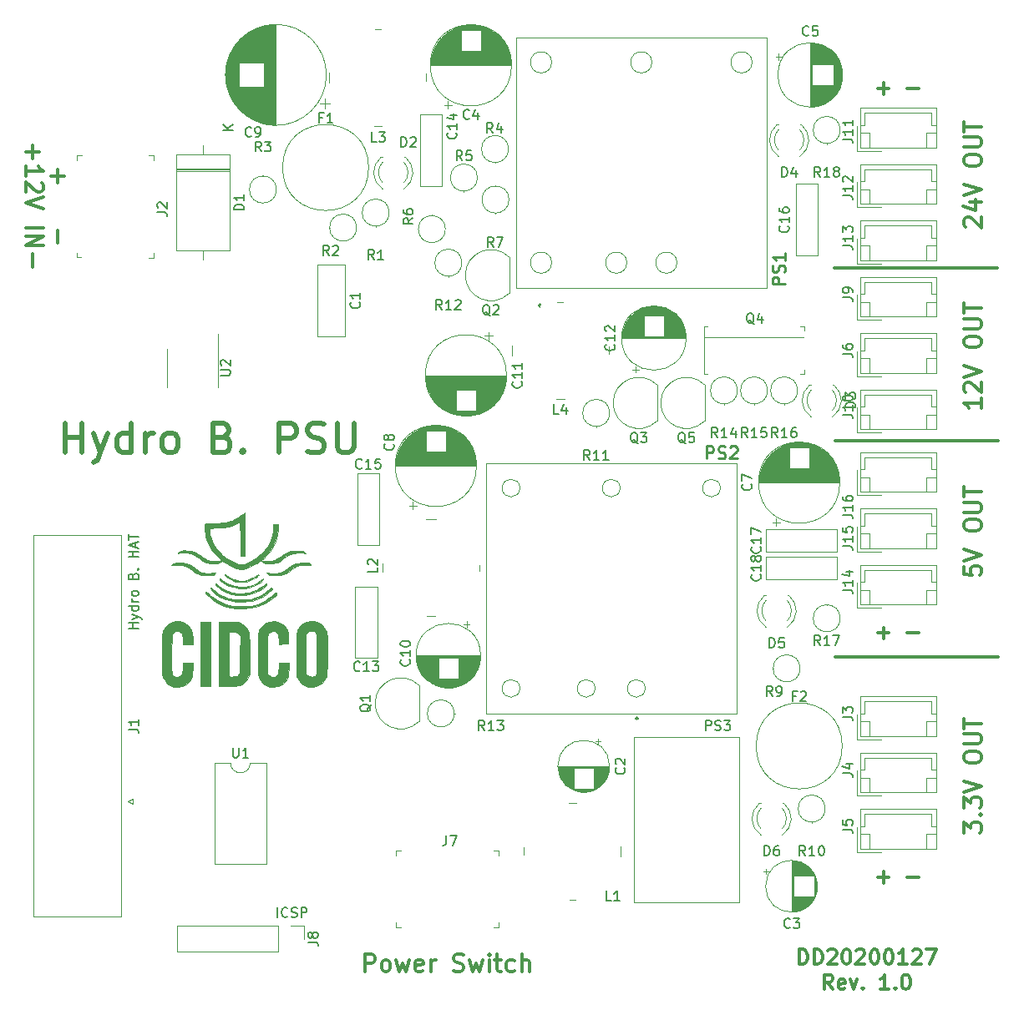
<source format=gto>
G04 #@! TF.GenerationSoftware,KiCad,Pcbnew,(5.1.5)-3*
G04 #@! TF.CreationDate,2020-01-30T13:27:47-05:00*
G04 #@! TF.ProjectId,psu-pcb,7073752d-7063-4622-9e6b-696361645f70,rev?*
G04 #@! TF.SameCoordinates,Original*
G04 #@! TF.FileFunction,Legend,Top*
G04 #@! TF.FilePolarity,Positive*
%FSLAX46Y46*%
G04 Gerber Fmt 4.6, Leading zero omitted, Abs format (unit mm)*
G04 Created by KiCad (PCBNEW (5.1.5)-3) date 2020-01-30 13:27:47*
%MOMM*%
%LPD*%
G04 APERTURE LIST*
%ADD10C,0.300000*%
%ADD11C,0.500000*%
%ADD12C,0.150000*%
%ADD13C,0.120000*%
%ADD14C,0.200000*%
%ADD15C,0.100000*%
%ADD16C,0.010000*%
%ADD17C,0.254000*%
G04 APERTURE END LIST*
D10*
X107783571Y-106787142D02*
X108926428Y-106787142D01*
X108355000Y-107358571D02*
X108355000Y-106215714D01*
X110783571Y-106787142D02*
X111926428Y-106787142D01*
X107783571Y-82022142D02*
X108926428Y-82022142D01*
X108355000Y-82593571D02*
X108355000Y-81450714D01*
X110783571Y-82022142D02*
X111926428Y-82022142D01*
X107783571Y-26777142D02*
X108926428Y-26777142D01*
X108355000Y-27348571D02*
X108355000Y-26205714D01*
X110783571Y-26777142D02*
X111926428Y-26777142D01*
X103428800Y-44958000D02*
X119938800Y-44958000D01*
X103505000Y-62509400D02*
X120015000Y-62509400D01*
X103505000Y-84455000D02*
X120015000Y-84455000D01*
D11*
X25412942Y-63714142D02*
X25412942Y-60714142D01*
X25412942Y-62142714D02*
X27127228Y-62142714D01*
X27127228Y-63714142D02*
X27127228Y-60714142D01*
X28270085Y-61714142D02*
X28984371Y-63714142D01*
X29698657Y-61714142D02*
X28984371Y-63714142D01*
X28698657Y-64428428D01*
X28555800Y-64571285D01*
X28270085Y-64714142D01*
X32127228Y-63714142D02*
X32127228Y-60714142D01*
X32127228Y-63571285D02*
X31841514Y-63714142D01*
X31270085Y-63714142D01*
X30984371Y-63571285D01*
X30841514Y-63428428D01*
X30698657Y-63142714D01*
X30698657Y-62285571D01*
X30841514Y-61999857D01*
X30984371Y-61857000D01*
X31270085Y-61714142D01*
X31841514Y-61714142D01*
X32127228Y-61857000D01*
X33555800Y-63714142D02*
X33555800Y-61714142D01*
X33555800Y-62285571D02*
X33698657Y-61999857D01*
X33841514Y-61857000D01*
X34127228Y-61714142D01*
X34412942Y-61714142D01*
X35841514Y-63714142D02*
X35555800Y-63571285D01*
X35412942Y-63428428D01*
X35270085Y-63142714D01*
X35270085Y-62285571D01*
X35412942Y-61999857D01*
X35555800Y-61857000D01*
X35841514Y-61714142D01*
X36270085Y-61714142D01*
X36555800Y-61857000D01*
X36698657Y-61999857D01*
X36841514Y-62285571D01*
X36841514Y-63142714D01*
X36698657Y-63428428D01*
X36555800Y-63571285D01*
X36270085Y-63714142D01*
X35841514Y-63714142D01*
X41412942Y-62142714D02*
X41841514Y-62285571D01*
X41984371Y-62428428D01*
X42127228Y-62714142D01*
X42127228Y-63142714D01*
X41984371Y-63428428D01*
X41841514Y-63571285D01*
X41555800Y-63714142D01*
X40412942Y-63714142D01*
X40412942Y-60714142D01*
X41412942Y-60714142D01*
X41698657Y-60857000D01*
X41841514Y-60999857D01*
X41984371Y-61285571D01*
X41984371Y-61571285D01*
X41841514Y-61857000D01*
X41698657Y-61999857D01*
X41412942Y-62142714D01*
X40412942Y-62142714D01*
X43412942Y-63428428D02*
X43555800Y-63571285D01*
X43412942Y-63714142D01*
X43270085Y-63571285D01*
X43412942Y-63428428D01*
X43412942Y-63714142D01*
X47127228Y-63714142D02*
X47127228Y-60714142D01*
X48270085Y-60714142D01*
X48555800Y-60857000D01*
X48698657Y-60999857D01*
X48841514Y-61285571D01*
X48841514Y-61714142D01*
X48698657Y-61999857D01*
X48555800Y-62142714D01*
X48270085Y-62285571D01*
X47127228Y-62285571D01*
X49984371Y-63571285D02*
X50412942Y-63714142D01*
X51127228Y-63714142D01*
X51412942Y-63571285D01*
X51555800Y-63428428D01*
X51698657Y-63142714D01*
X51698657Y-62857000D01*
X51555800Y-62571285D01*
X51412942Y-62428428D01*
X51127228Y-62285571D01*
X50555800Y-62142714D01*
X50270085Y-61999857D01*
X50127228Y-61857000D01*
X49984371Y-61571285D01*
X49984371Y-61285571D01*
X50127228Y-60999857D01*
X50270085Y-60857000D01*
X50555800Y-60714142D01*
X51270085Y-60714142D01*
X51698657Y-60857000D01*
X52984371Y-60714142D02*
X52984371Y-63142714D01*
X53127228Y-63428428D01*
X53270085Y-63571285D01*
X53555800Y-63714142D01*
X54127228Y-63714142D01*
X54412942Y-63571285D01*
X54555800Y-63428428D01*
X54698657Y-63142714D01*
X54698657Y-60714142D01*
D10*
X55801666Y-116361666D02*
X55801666Y-114611666D01*
X56468333Y-114611666D01*
X56635000Y-114695000D01*
X56718333Y-114778333D01*
X56801666Y-114945000D01*
X56801666Y-115195000D01*
X56718333Y-115361666D01*
X56635000Y-115445000D01*
X56468333Y-115528333D01*
X55801666Y-115528333D01*
X57801666Y-116361666D02*
X57635000Y-116278333D01*
X57551666Y-116195000D01*
X57468333Y-116028333D01*
X57468333Y-115528333D01*
X57551666Y-115361666D01*
X57635000Y-115278333D01*
X57801666Y-115195000D01*
X58051666Y-115195000D01*
X58218333Y-115278333D01*
X58301666Y-115361666D01*
X58385000Y-115528333D01*
X58385000Y-116028333D01*
X58301666Y-116195000D01*
X58218333Y-116278333D01*
X58051666Y-116361666D01*
X57801666Y-116361666D01*
X58968333Y-115195000D02*
X59301666Y-116361666D01*
X59635000Y-115528333D01*
X59968333Y-116361666D01*
X60301666Y-115195000D01*
X61635000Y-116278333D02*
X61468333Y-116361666D01*
X61135000Y-116361666D01*
X60968333Y-116278333D01*
X60885000Y-116111666D01*
X60885000Y-115445000D01*
X60968333Y-115278333D01*
X61135000Y-115195000D01*
X61468333Y-115195000D01*
X61635000Y-115278333D01*
X61718333Y-115445000D01*
X61718333Y-115611666D01*
X60885000Y-115778333D01*
X62468333Y-116361666D02*
X62468333Y-115195000D01*
X62468333Y-115528333D02*
X62551666Y-115361666D01*
X62635000Y-115278333D01*
X62801666Y-115195000D01*
X62968333Y-115195000D01*
X64801666Y-116278333D02*
X65051666Y-116361666D01*
X65468333Y-116361666D01*
X65635000Y-116278333D01*
X65718333Y-116195000D01*
X65801666Y-116028333D01*
X65801666Y-115861666D01*
X65718333Y-115695000D01*
X65635000Y-115611666D01*
X65468333Y-115528333D01*
X65135000Y-115445000D01*
X64968333Y-115361666D01*
X64885000Y-115278333D01*
X64801666Y-115111666D01*
X64801666Y-114945000D01*
X64885000Y-114778333D01*
X64968333Y-114695000D01*
X65135000Y-114611666D01*
X65551666Y-114611666D01*
X65801666Y-114695000D01*
X66385000Y-115195000D02*
X66718333Y-116361666D01*
X67051666Y-115528333D01*
X67385000Y-116361666D01*
X67718333Y-115195000D01*
X68385000Y-116361666D02*
X68385000Y-115195000D01*
X68385000Y-114611666D02*
X68301666Y-114695000D01*
X68385000Y-114778333D01*
X68468333Y-114695000D01*
X68385000Y-114611666D01*
X68385000Y-114778333D01*
X68968333Y-115195000D02*
X69635000Y-115195000D01*
X69218333Y-114611666D02*
X69218333Y-116111666D01*
X69301666Y-116278333D01*
X69468333Y-116361666D01*
X69635000Y-116361666D01*
X70968333Y-116278333D02*
X70801666Y-116361666D01*
X70468333Y-116361666D01*
X70301666Y-116278333D01*
X70218333Y-116195000D01*
X70135000Y-116028333D01*
X70135000Y-115528333D01*
X70218333Y-115361666D01*
X70301666Y-115278333D01*
X70468333Y-115195000D01*
X70801666Y-115195000D01*
X70968333Y-115278333D01*
X71718333Y-116361666D02*
X71718333Y-114611666D01*
X72468333Y-116361666D02*
X72468333Y-115445000D01*
X72385000Y-115278333D01*
X72218333Y-115195000D01*
X71968333Y-115195000D01*
X71801666Y-115278333D01*
X71718333Y-115361666D01*
D12*
X46910809Y-110840780D02*
X46910809Y-109840780D01*
X47958428Y-110745542D02*
X47910809Y-110793161D01*
X47767952Y-110840780D01*
X47672714Y-110840780D01*
X47529857Y-110793161D01*
X47434619Y-110697923D01*
X47387000Y-110602685D01*
X47339380Y-110412209D01*
X47339380Y-110269352D01*
X47387000Y-110078876D01*
X47434619Y-109983638D01*
X47529857Y-109888400D01*
X47672714Y-109840780D01*
X47767952Y-109840780D01*
X47910809Y-109888400D01*
X47958428Y-109936019D01*
X48339380Y-110793161D02*
X48482238Y-110840780D01*
X48720333Y-110840780D01*
X48815571Y-110793161D01*
X48863190Y-110745542D01*
X48910809Y-110650304D01*
X48910809Y-110555066D01*
X48863190Y-110459828D01*
X48815571Y-110412209D01*
X48720333Y-110364590D01*
X48529857Y-110316971D01*
X48434619Y-110269352D01*
X48387000Y-110221733D01*
X48339380Y-110126495D01*
X48339380Y-110031257D01*
X48387000Y-109936019D01*
X48434619Y-109888400D01*
X48529857Y-109840780D01*
X48767952Y-109840780D01*
X48910809Y-109888400D01*
X49339380Y-110840780D02*
X49339380Y-109840780D01*
X49720333Y-109840780D01*
X49815571Y-109888400D01*
X49863190Y-109936019D01*
X49910809Y-110031257D01*
X49910809Y-110174114D01*
X49863190Y-110269352D01*
X49815571Y-110316971D01*
X49720333Y-110364590D01*
X49339380Y-110364590D01*
X32837380Y-81549285D02*
X31837380Y-81549285D01*
X32313571Y-81549285D02*
X32313571Y-80977857D01*
X32837380Y-80977857D02*
X31837380Y-80977857D01*
X32170714Y-80596904D02*
X32837380Y-80358809D01*
X32170714Y-80120714D02*
X32837380Y-80358809D01*
X33075476Y-80454047D01*
X33123095Y-80501666D01*
X33170714Y-80596904D01*
X32837380Y-79311190D02*
X31837380Y-79311190D01*
X32789761Y-79311190D02*
X32837380Y-79406428D01*
X32837380Y-79596904D01*
X32789761Y-79692142D01*
X32742142Y-79739761D01*
X32646904Y-79787380D01*
X32361190Y-79787380D01*
X32265952Y-79739761D01*
X32218333Y-79692142D01*
X32170714Y-79596904D01*
X32170714Y-79406428D01*
X32218333Y-79311190D01*
X32837380Y-78835000D02*
X32170714Y-78835000D01*
X32361190Y-78835000D02*
X32265952Y-78787380D01*
X32218333Y-78739761D01*
X32170714Y-78644523D01*
X32170714Y-78549285D01*
X32837380Y-78073095D02*
X32789761Y-78168333D01*
X32742142Y-78215952D01*
X32646904Y-78263571D01*
X32361190Y-78263571D01*
X32265952Y-78215952D01*
X32218333Y-78168333D01*
X32170714Y-78073095D01*
X32170714Y-77930238D01*
X32218333Y-77835000D01*
X32265952Y-77787380D01*
X32361190Y-77739761D01*
X32646904Y-77739761D01*
X32742142Y-77787380D01*
X32789761Y-77835000D01*
X32837380Y-77930238D01*
X32837380Y-78073095D01*
X32313571Y-76215952D02*
X32361190Y-76073095D01*
X32408809Y-76025476D01*
X32504047Y-75977857D01*
X32646904Y-75977857D01*
X32742142Y-76025476D01*
X32789761Y-76073095D01*
X32837380Y-76168333D01*
X32837380Y-76549285D01*
X31837380Y-76549285D01*
X31837380Y-76215952D01*
X31885000Y-76120714D01*
X31932619Y-76073095D01*
X32027857Y-76025476D01*
X32123095Y-76025476D01*
X32218333Y-76073095D01*
X32265952Y-76120714D01*
X32313571Y-76215952D01*
X32313571Y-76549285D01*
X32742142Y-75549285D02*
X32789761Y-75501666D01*
X32837380Y-75549285D01*
X32789761Y-75596904D01*
X32742142Y-75549285D01*
X32837380Y-75549285D01*
X32837380Y-74311190D02*
X31837380Y-74311190D01*
X32313571Y-74311190D02*
X32313571Y-73739761D01*
X32837380Y-73739761D02*
X31837380Y-73739761D01*
X32551666Y-73311190D02*
X32551666Y-72835000D01*
X32837380Y-73406428D02*
X31837380Y-73073095D01*
X32837380Y-72739761D01*
X31837380Y-72549285D02*
X31837380Y-71977857D01*
X32837380Y-72263571D02*
X31837380Y-72263571D01*
D10*
X24640000Y-34985000D02*
X24640000Y-36318333D01*
X23973333Y-35651666D02*
X25306666Y-35651666D01*
X24640000Y-41151666D02*
X24640000Y-42485000D01*
X116516666Y-102270000D02*
X116516666Y-101186666D01*
X117183333Y-101770000D01*
X117183333Y-101520000D01*
X117266666Y-101353333D01*
X117350000Y-101270000D01*
X117516666Y-101186666D01*
X117933333Y-101186666D01*
X118100000Y-101270000D01*
X118183333Y-101353333D01*
X118266666Y-101520000D01*
X118266666Y-102020000D01*
X118183333Y-102186666D01*
X118100000Y-102270000D01*
X118100000Y-100436666D02*
X118183333Y-100353333D01*
X118266666Y-100436666D01*
X118183333Y-100520000D01*
X118100000Y-100436666D01*
X118266666Y-100436666D01*
X116516666Y-99770000D02*
X116516666Y-98686666D01*
X117183333Y-99270000D01*
X117183333Y-99020000D01*
X117266666Y-98853333D01*
X117350000Y-98770000D01*
X117516666Y-98686666D01*
X117933333Y-98686666D01*
X118100000Y-98770000D01*
X118183333Y-98853333D01*
X118266666Y-99020000D01*
X118266666Y-99520000D01*
X118183333Y-99686666D01*
X118100000Y-99770000D01*
X116516666Y-98186666D02*
X118266666Y-97603333D01*
X116516666Y-97020000D01*
X116516666Y-94770000D02*
X116516666Y-94436666D01*
X116600000Y-94270000D01*
X116766666Y-94103333D01*
X117100000Y-94020000D01*
X117683333Y-94020000D01*
X118016666Y-94103333D01*
X118183333Y-94270000D01*
X118266666Y-94436666D01*
X118266666Y-94770000D01*
X118183333Y-94936666D01*
X118016666Y-95103333D01*
X117683333Y-95186666D01*
X117100000Y-95186666D01*
X116766666Y-95103333D01*
X116600000Y-94936666D01*
X116516666Y-94770000D01*
X116516666Y-93270000D02*
X117933333Y-93270000D01*
X118100000Y-93186666D01*
X118183333Y-93103333D01*
X118266666Y-92936666D01*
X118266666Y-92603333D01*
X118183333Y-92436666D01*
X118100000Y-92353333D01*
X117933333Y-92270000D01*
X116516666Y-92270000D01*
X116516666Y-91686666D02*
X116516666Y-90686666D01*
X118266666Y-91186666D02*
X116516666Y-91186666D01*
X116516666Y-75255000D02*
X116516666Y-76088333D01*
X117350000Y-76171666D01*
X117266666Y-76088333D01*
X117183333Y-75921666D01*
X117183333Y-75505000D01*
X117266666Y-75338333D01*
X117350000Y-75255000D01*
X117516666Y-75171666D01*
X117933333Y-75171666D01*
X118100000Y-75255000D01*
X118183333Y-75338333D01*
X118266666Y-75505000D01*
X118266666Y-75921666D01*
X118183333Y-76088333D01*
X118100000Y-76171666D01*
X116516666Y-74671666D02*
X118266666Y-74088333D01*
X116516666Y-73505000D01*
X116516666Y-71255000D02*
X116516666Y-70921666D01*
X116600000Y-70755000D01*
X116766666Y-70588333D01*
X117100000Y-70505000D01*
X117683333Y-70505000D01*
X118016666Y-70588333D01*
X118183333Y-70755000D01*
X118266666Y-70921666D01*
X118266666Y-71255000D01*
X118183333Y-71421666D01*
X118016666Y-71588333D01*
X117683333Y-71671666D01*
X117100000Y-71671666D01*
X116766666Y-71588333D01*
X116600000Y-71421666D01*
X116516666Y-71255000D01*
X116516666Y-69755000D02*
X117933333Y-69755000D01*
X118100000Y-69671666D01*
X118183333Y-69588333D01*
X118266666Y-69421666D01*
X118266666Y-69088333D01*
X118183333Y-68921666D01*
X118100000Y-68838333D01*
X117933333Y-68755000D01*
X116516666Y-68755000D01*
X116516666Y-68171666D02*
X116516666Y-67171666D01*
X118266666Y-67671666D02*
X116516666Y-67671666D01*
X118266666Y-58225000D02*
X118266666Y-59225000D01*
X118266666Y-58725000D02*
X116516666Y-58725000D01*
X116766666Y-58891666D01*
X116933333Y-59058333D01*
X117016666Y-59225000D01*
X116683333Y-57558333D02*
X116600000Y-57475000D01*
X116516666Y-57308333D01*
X116516666Y-56891666D01*
X116600000Y-56725000D01*
X116683333Y-56641666D01*
X116850000Y-56558333D01*
X117016666Y-56558333D01*
X117266666Y-56641666D01*
X118266666Y-57641666D01*
X118266666Y-56558333D01*
X116516666Y-56058333D02*
X118266666Y-55475000D01*
X116516666Y-54891666D01*
X116516666Y-52641666D02*
X116516666Y-52308333D01*
X116600000Y-52141666D01*
X116766666Y-51975000D01*
X117100000Y-51891666D01*
X117683333Y-51891666D01*
X118016666Y-51975000D01*
X118183333Y-52141666D01*
X118266666Y-52308333D01*
X118266666Y-52641666D01*
X118183333Y-52808333D01*
X118016666Y-52975000D01*
X117683333Y-53058333D01*
X117100000Y-53058333D01*
X116766666Y-52975000D01*
X116600000Y-52808333D01*
X116516666Y-52641666D01*
X116516666Y-51141666D02*
X117933333Y-51141666D01*
X118100000Y-51058333D01*
X118183333Y-50975000D01*
X118266666Y-50808333D01*
X118266666Y-50475000D01*
X118183333Y-50308333D01*
X118100000Y-50225000D01*
X117933333Y-50141666D01*
X116516666Y-50141666D01*
X116516666Y-49558333D02*
X116516666Y-48558333D01*
X118266666Y-49058333D02*
X116516666Y-49058333D01*
X116683333Y-40810000D02*
X116600000Y-40726666D01*
X116516666Y-40560000D01*
X116516666Y-40143333D01*
X116600000Y-39976666D01*
X116683333Y-39893333D01*
X116850000Y-39810000D01*
X117016666Y-39810000D01*
X117266666Y-39893333D01*
X118266666Y-40893333D01*
X118266666Y-39810000D01*
X117100000Y-38310000D02*
X118266666Y-38310000D01*
X116433333Y-38726666D02*
X117683333Y-39143333D01*
X117683333Y-38060000D01*
X116516666Y-37643333D02*
X118266666Y-37060000D01*
X116516666Y-36476666D01*
X116516666Y-34226666D02*
X116516666Y-33893333D01*
X116600000Y-33726666D01*
X116766666Y-33560000D01*
X117100000Y-33476666D01*
X117683333Y-33476666D01*
X118016666Y-33560000D01*
X118183333Y-33726666D01*
X118266666Y-33893333D01*
X118266666Y-34226666D01*
X118183333Y-34393333D01*
X118016666Y-34560000D01*
X117683333Y-34643333D01*
X117100000Y-34643333D01*
X116766666Y-34560000D01*
X116600000Y-34393333D01*
X116516666Y-34226666D01*
X116516666Y-32726666D02*
X117933333Y-32726666D01*
X118100000Y-32643333D01*
X118183333Y-32560000D01*
X118266666Y-32393333D01*
X118266666Y-32060000D01*
X118183333Y-31893333D01*
X118100000Y-31810000D01*
X117933333Y-31726666D01*
X116516666Y-31726666D01*
X116516666Y-31143333D02*
X116516666Y-30143333D01*
X118266666Y-30643333D02*
X116516666Y-30643333D01*
X22100000Y-32568333D02*
X22100000Y-33901666D01*
X21433333Y-33235000D02*
X22766666Y-33235000D01*
X21433333Y-35651666D02*
X21433333Y-34651666D01*
X21433333Y-35151666D02*
X23183333Y-35151666D01*
X22933333Y-34985000D01*
X22766666Y-34818333D01*
X22683333Y-34651666D01*
X23016666Y-36318333D02*
X23100000Y-36401666D01*
X23183333Y-36568333D01*
X23183333Y-36985000D01*
X23100000Y-37151666D01*
X23016666Y-37235000D01*
X22850000Y-37318333D01*
X22683333Y-37318333D01*
X22433333Y-37235000D01*
X21433333Y-36235000D01*
X21433333Y-37318333D01*
X23183333Y-37818333D02*
X21433333Y-38401666D01*
X23183333Y-38985000D01*
X21433333Y-40901666D02*
X23183333Y-40901666D01*
X21433333Y-41735000D02*
X23183333Y-41735000D01*
X21433333Y-42735000D01*
X23183333Y-42735000D01*
X22100000Y-43568333D02*
X22100000Y-44901666D01*
X99822857Y-115608571D02*
X99822857Y-114108571D01*
X100180000Y-114108571D01*
X100394285Y-114180000D01*
X100537142Y-114322857D01*
X100608571Y-114465714D01*
X100680000Y-114751428D01*
X100680000Y-114965714D01*
X100608571Y-115251428D01*
X100537142Y-115394285D01*
X100394285Y-115537142D01*
X100180000Y-115608571D01*
X99822857Y-115608571D01*
X101322857Y-115608571D02*
X101322857Y-114108571D01*
X101680000Y-114108571D01*
X101894285Y-114180000D01*
X102037142Y-114322857D01*
X102108571Y-114465714D01*
X102180000Y-114751428D01*
X102180000Y-114965714D01*
X102108571Y-115251428D01*
X102037142Y-115394285D01*
X101894285Y-115537142D01*
X101680000Y-115608571D01*
X101322857Y-115608571D01*
X102751428Y-114251428D02*
X102822857Y-114180000D01*
X102965714Y-114108571D01*
X103322857Y-114108571D01*
X103465714Y-114180000D01*
X103537142Y-114251428D01*
X103608571Y-114394285D01*
X103608571Y-114537142D01*
X103537142Y-114751428D01*
X102680000Y-115608571D01*
X103608571Y-115608571D01*
X104537142Y-114108571D02*
X104680000Y-114108571D01*
X104822857Y-114180000D01*
X104894285Y-114251428D01*
X104965714Y-114394285D01*
X105037142Y-114680000D01*
X105037142Y-115037142D01*
X104965714Y-115322857D01*
X104894285Y-115465714D01*
X104822857Y-115537142D01*
X104680000Y-115608571D01*
X104537142Y-115608571D01*
X104394285Y-115537142D01*
X104322857Y-115465714D01*
X104251428Y-115322857D01*
X104180000Y-115037142D01*
X104180000Y-114680000D01*
X104251428Y-114394285D01*
X104322857Y-114251428D01*
X104394285Y-114180000D01*
X104537142Y-114108571D01*
X105608571Y-114251428D02*
X105680000Y-114180000D01*
X105822857Y-114108571D01*
X106180000Y-114108571D01*
X106322857Y-114180000D01*
X106394285Y-114251428D01*
X106465714Y-114394285D01*
X106465714Y-114537142D01*
X106394285Y-114751428D01*
X105537142Y-115608571D01*
X106465714Y-115608571D01*
X107394285Y-114108571D02*
X107537142Y-114108571D01*
X107680000Y-114180000D01*
X107751428Y-114251428D01*
X107822857Y-114394285D01*
X107894285Y-114680000D01*
X107894285Y-115037142D01*
X107822857Y-115322857D01*
X107751428Y-115465714D01*
X107680000Y-115537142D01*
X107537142Y-115608571D01*
X107394285Y-115608571D01*
X107251428Y-115537142D01*
X107180000Y-115465714D01*
X107108571Y-115322857D01*
X107037142Y-115037142D01*
X107037142Y-114680000D01*
X107108571Y-114394285D01*
X107180000Y-114251428D01*
X107251428Y-114180000D01*
X107394285Y-114108571D01*
X108822857Y-114108571D02*
X108965714Y-114108571D01*
X109108571Y-114180000D01*
X109180000Y-114251428D01*
X109251428Y-114394285D01*
X109322857Y-114680000D01*
X109322857Y-115037142D01*
X109251428Y-115322857D01*
X109180000Y-115465714D01*
X109108571Y-115537142D01*
X108965714Y-115608571D01*
X108822857Y-115608571D01*
X108680000Y-115537142D01*
X108608571Y-115465714D01*
X108537142Y-115322857D01*
X108465714Y-115037142D01*
X108465714Y-114680000D01*
X108537142Y-114394285D01*
X108608571Y-114251428D01*
X108680000Y-114180000D01*
X108822857Y-114108571D01*
X110751428Y-115608571D02*
X109894285Y-115608571D01*
X110322857Y-115608571D02*
X110322857Y-114108571D01*
X110180000Y-114322857D01*
X110037142Y-114465714D01*
X109894285Y-114537142D01*
X111322857Y-114251428D02*
X111394285Y-114180000D01*
X111537142Y-114108571D01*
X111894285Y-114108571D01*
X112037142Y-114180000D01*
X112108571Y-114251428D01*
X112180000Y-114394285D01*
X112180000Y-114537142D01*
X112108571Y-114751428D01*
X111251428Y-115608571D01*
X112180000Y-115608571D01*
X112680000Y-114108571D02*
X113680000Y-114108571D01*
X113037142Y-115608571D01*
X103215714Y-118158571D02*
X102715714Y-117444285D01*
X102358571Y-118158571D02*
X102358571Y-116658571D01*
X102930000Y-116658571D01*
X103072857Y-116730000D01*
X103144285Y-116801428D01*
X103215714Y-116944285D01*
X103215714Y-117158571D01*
X103144285Y-117301428D01*
X103072857Y-117372857D01*
X102930000Y-117444285D01*
X102358571Y-117444285D01*
X104430000Y-118087142D02*
X104287142Y-118158571D01*
X104001428Y-118158571D01*
X103858571Y-118087142D01*
X103787142Y-117944285D01*
X103787142Y-117372857D01*
X103858571Y-117230000D01*
X104001428Y-117158571D01*
X104287142Y-117158571D01*
X104430000Y-117230000D01*
X104501428Y-117372857D01*
X104501428Y-117515714D01*
X103787142Y-117658571D01*
X105001428Y-117158571D02*
X105358571Y-118158571D01*
X105715714Y-117158571D01*
X106287142Y-118015714D02*
X106358571Y-118087142D01*
X106287142Y-118158571D01*
X106215714Y-118087142D01*
X106287142Y-118015714D01*
X106287142Y-118158571D01*
X108930000Y-118158571D02*
X108072857Y-118158571D01*
X108501428Y-118158571D02*
X108501428Y-116658571D01*
X108358571Y-116872857D01*
X108215714Y-117015714D01*
X108072857Y-117087142D01*
X109572857Y-118015714D02*
X109644285Y-118087142D01*
X109572857Y-118158571D01*
X109501428Y-118087142D01*
X109572857Y-118015714D01*
X109572857Y-118158571D01*
X110572857Y-116658571D02*
X110715714Y-116658571D01*
X110858571Y-116730000D01*
X110930000Y-116801428D01*
X111001428Y-116944285D01*
X111072857Y-117230000D01*
X111072857Y-117587142D01*
X111001428Y-117872857D01*
X110930000Y-118015714D01*
X110858571Y-118087142D01*
X110715714Y-118158571D01*
X110572857Y-118158571D01*
X110430000Y-118087142D01*
X110358571Y-118015714D01*
X110287142Y-117872857D01*
X110215714Y-117587142D01*
X110215714Y-117230000D01*
X110287142Y-116944285D01*
X110358571Y-116801428D01*
X110430000Y-116730000D01*
X110572857Y-116658571D01*
D13*
X40876600Y-55106800D02*
X40876600Y-51656800D01*
X40876600Y-55106800D02*
X40876600Y-57056800D01*
X35756600Y-55106800D02*
X35756600Y-53156800D01*
X35756600Y-55106800D02*
X35756600Y-57056800D01*
X49590000Y-111700000D02*
X49590000Y-113030000D01*
X48260000Y-111700000D02*
X49590000Y-111700000D01*
X46990000Y-111700000D02*
X46990000Y-114360000D01*
X46990000Y-114360000D02*
X36770000Y-114360000D01*
X46990000Y-111700000D02*
X36770000Y-111700000D01*
X36770000Y-111700000D02*
X36770000Y-114360000D01*
X68986400Y-34288400D02*
X68986400Y-34358400D01*
X70356400Y-32918400D02*
G75*
G03X70356400Y-32918400I-1370000J0D01*
G01*
D14*
X83272000Y-90670000D02*
G75*
G02X83472000Y-90670000I100000J0D01*
G01*
X83472000Y-90670000D02*
G75*
G02X83272000Y-90670000I-100000J0D01*
G01*
X83472000Y-90670000D02*
X83472000Y-90670000D01*
X83272000Y-90670000D02*
X83272000Y-90670000D01*
D15*
X68072000Y-90170000D02*
X68072000Y-64770000D01*
X93472000Y-90170000D02*
X68072000Y-90170000D01*
X93472000Y-64770000D02*
X93472000Y-90170000D01*
X68072000Y-64770000D02*
X93472000Y-64770000D01*
D13*
X102616000Y-32358000D02*
X102616000Y-32428000D01*
X103986000Y-30988000D02*
G75*
G03X103986000Y-30988000I-1370000J0D01*
G01*
X102616000Y-79148000D02*
X102616000Y-79078000D01*
X103986000Y-80518000D02*
G75*
G03X103986000Y-80518000I-1370000J0D01*
G01*
X98298000Y-58774000D02*
X98298000Y-58844000D01*
X99668000Y-57404000D02*
G75*
G03X99668000Y-57404000I-1370000J0D01*
G01*
X95250000Y-58774000D02*
X95250000Y-58844000D01*
X96620000Y-57404000D02*
G75*
G03X96620000Y-57404000I-1370000J0D01*
G01*
X92202000Y-58774000D02*
X92202000Y-58844000D01*
X93572000Y-57404000D02*
G75*
G03X93572000Y-57404000I-1370000J0D01*
G01*
X64870000Y-90170000D02*
X64940000Y-90170000D01*
X64870000Y-90170000D02*
G75*
G03X64870000Y-90170000I-1370000J0D01*
G01*
X64262000Y-45820000D02*
X64262000Y-45890000D01*
X65632000Y-44450000D02*
G75*
G03X65632000Y-44450000I-1370000J0D01*
G01*
X79248000Y-61060000D02*
X79248000Y-61130000D01*
X80618000Y-59690000D02*
G75*
G03X80618000Y-59690000I-1370000J0D01*
G01*
X101092000Y-101192000D02*
X101092000Y-101262000D01*
X102462000Y-99822000D02*
G75*
G03X102462000Y-99822000I-1370000J0D01*
G01*
X97182000Y-85598000D02*
X97112000Y-85598000D01*
X99922000Y-85598000D02*
G75*
G03X99922000Y-85598000I-1370000J0D01*
G01*
X69037200Y-39419200D02*
X69037200Y-39489200D01*
X70407200Y-38049200D02*
G75*
G03X70407200Y-38049200I-1370000J0D01*
G01*
X62585600Y-39676400D02*
X62585600Y-39606400D01*
X63955600Y-41046400D02*
G75*
G03X63955600Y-41046400I-1370000J0D01*
G01*
X65836800Y-37184000D02*
X65836800Y-37254000D01*
X67206800Y-35814000D02*
G75*
G03X67206800Y-35814000I-1370000J0D01*
G01*
X45466000Y-35663200D02*
X45466000Y-35593200D01*
X46836000Y-37033200D02*
G75*
G03X46836000Y-37033200I-1370000J0D01*
G01*
X52224000Y-40894000D02*
X52154000Y-40894000D01*
X54964000Y-40894000D02*
G75*
G03X54964000Y-40894000I-1370000J0D01*
G01*
X56896000Y-40740000D02*
X56896000Y-40810000D01*
X58266000Y-39370000D02*
G75*
G03X58266000Y-39370000I-1370000J0D01*
G01*
X90230478Y-56835522D02*
G75*
G03X85792000Y-58674000I-1838478J-1838478D01*
G01*
X90230478Y-60512478D02*
G75*
G02X85792000Y-58674000I-1838478J1838478D01*
G01*
X90242000Y-60474000D02*
X90242000Y-56874000D01*
X85404478Y-56835522D02*
G75*
G03X80966000Y-58674000I-1838478J-1838478D01*
G01*
X85404478Y-60512478D02*
G75*
G02X80966000Y-58674000I-1838478J1838478D01*
G01*
X85416000Y-60474000D02*
X85416000Y-56874000D01*
X70418478Y-43881522D02*
G75*
G03X65980000Y-45720000I-1838478J-1838478D01*
G01*
X70418478Y-47558478D02*
G75*
G02X65980000Y-45720000I-1838478J1838478D01*
G01*
X70430000Y-47520000D02*
X70430000Y-43920000D01*
X61274478Y-87315522D02*
G75*
G03X56836000Y-89154000I-1838478J-1838478D01*
G01*
X61274478Y-90992478D02*
G75*
G02X56836000Y-89154000I-1838478J1838478D01*
G01*
X61286000Y-90954000D02*
X61286000Y-87354000D01*
X104182000Y-93472000D02*
G75*
G03X104182000Y-93472000I-4360000J0D01*
G01*
X56176000Y-34798000D02*
G75*
G03X56176000Y-34798000I-4360000J0D01*
G01*
X95948163Y-101879130D02*
G75*
G02X95948000Y-99797039I1079837J1041130D01*
G01*
X98107837Y-101879130D02*
G75*
G03X98108000Y-99797039I-1079837J1041130D01*
G01*
X95949392Y-102510335D02*
G75*
G02X95792484Y-99278000I1078608J1672335D01*
G01*
X98106608Y-102510335D02*
G75*
G03X98263516Y-99278000I-1078608J1672335D01*
G01*
X95948000Y-99278000D02*
X95792000Y-99278000D01*
X98264000Y-99278000D02*
X98108000Y-99278000D01*
X96456163Y-80797130D02*
G75*
G02X96456000Y-78715039I1079837J1041130D01*
G01*
X98615837Y-80797130D02*
G75*
G03X98616000Y-78715039I-1079837J1041130D01*
G01*
X96457392Y-81428335D02*
G75*
G02X96300484Y-78196000I1078608J1672335D01*
G01*
X98614608Y-81428335D02*
G75*
G03X98771516Y-78196000I-1078608J1672335D01*
G01*
X96456000Y-78196000D02*
X96300000Y-78196000D01*
X98772000Y-78196000D02*
X98616000Y-78196000D01*
X97726163Y-33045130D02*
G75*
G02X97726000Y-30963039I1079837J1041130D01*
G01*
X99885837Y-33045130D02*
G75*
G03X99886000Y-30963039I-1079837J1041130D01*
G01*
X97727392Y-33676335D02*
G75*
G02X97570484Y-30444000I1078608J1672335D01*
G01*
X99884608Y-33676335D02*
G75*
G03X100041516Y-30444000I-1078608J1672335D01*
G01*
X97726000Y-30444000D02*
X97570000Y-30444000D01*
X100042000Y-30444000D02*
X99886000Y-30444000D01*
X101028163Y-59461130D02*
G75*
G02X101028000Y-57379039I1079837J1041130D01*
G01*
X103187837Y-59461130D02*
G75*
G03X103188000Y-57379039I-1079837J1041130D01*
G01*
X101029392Y-60092335D02*
G75*
G02X100872484Y-56860000I1078608J1672335D01*
G01*
X103186608Y-60092335D02*
G75*
G03X103343516Y-56860000I-1078608J1672335D01*
G01*
X101028000Y-56860000D02*
X100872000Y-56860000D01*
X103344000Y-56860000D02*
X103188000Y-56860000D01*
X57594163Y-36347130D02*
G75*
G02X57594000Y-34265039I1079837J1041130D01*
G01*
X59753837Y-36347130D02*
G75*
G03X59754000Y-34265039I-1079837J1041130D01*
G01*
X57595392Y-36978335D02*
G75*
G02X57438484Y-33746000I1078608J1672335D01*
G01*
X59752608Y-36978335D02*
G75*
G03X59909516Y-33746000I-1078608J1672335D01*
G01*
X57594000Y-33746000D02*
X57438000Y-33746000D01*
X59910000Y-33746000D02*
X59754000Y-33746000D01*
X103656000Y-74318000D02*
X103656000Y-76558000D01*
X96416000Y-74318000D02*
X96416000Y-76558000D01*
X96416000Y-76558000D02*
X103656000Y-76558000D01*
X96416000Y-74318000D02*
X103656000Y-74318000D01*
X103656000Y-71524000D02*
X103656000Y-73764000D01*
X96416000Y-71524000D02*
X96416000Y-73764000D01*
X96416000Y-73764000D02*
X103656000Y-73764000D01*
X96416000Y-71524000D02*
X103656000Y-71524000D01*
X99464000Y-36472000D02*
X101704000Y-36472000D01*
X99464000Y-43712000D02*
X101704000Y-43712000D01*
X101704000Y-43712000D02*
X101704000Y-36472000D01*
X99464000Y-43712000D02*
X99464000Y-36472000D01*
X55014000Y-65812800D02*
X57254000Y-65812800D01*
X55014000Y-73052800D02*
X57254000Y-73052800D01*
X57254000Y-73052800D02*
X57254000Y-65812800D01*
X55014000Y-73052800D02*
X55014000Y-65812800D01*
X63604000Y-36680000D02*
X61364000Y-36680000D01*
X63604000Y-29440000D02*
X61364000Y-29440000D01*
X61364000Y-29440000D02*
X61364000Y-36680000D01*
X63604000Y-29440000D02*
X63604000Y-36680000D01*
X57050800Y-84533600D02*
X54810800Y-84533600D01*
X57050800Y-77293600D02*
X54810800Y-77293600D01*
X54810800Y-77293600D02*
X54810800Y-84533600D01*
X57050800Y-77293600D02*
X57050800Y-84533600D01*
X53744800Y-51920000D02*
X51004800Y-51920000D01*
X53744800Y-44680000D02*
X51004800Y-44680000D01*
X51004800Y-44680000D02*
X51004800Y-51920000D01*
X53744800Y-44680000D02*
X53744800Y-51920000D01*
D16*
G36*
X43616086Y-69873252D02*
G01*
X43620221Y-70010860D01*
X43623151Y-70224735D01*
X43624951Y-70502216D01*
X43625691Y-70830639D01*
X43625446Y-71197344D01*
X43624289Y-71589669D01*
X43622291Y-71994951D01*
X43619526Y-72400528D01*
X43616067Y-72793739D01*
X43611986Y-73161921D01*
X43607357Y-73492413D01*
X43602251Y-73772553D01*
X43596743Y-73989679D01*
X43590905Y-74131128D01*
X43585604Y-74182804D01*
X43518194Y-74227469D01*
X43368100Y-74236889D01*
X43358586Y-74236372D01*
X43154600Y-74224336D01*
X43154600Y-72481668D01*
X43154067Y-72072364D01*
X43152553Y-71697249D01*
X43150184Y-71367937D01*
X43147088Y-71096038D01*
X43143390Y-70893164D01*
X43139217Y-70770928D01*
X43135598Y-70739000D01*
X43084256Y-70761633D01*
X42973847Y-70819497D01*
X42891738Y-70864675D01*
X42586415Y-71016579D01*
X42268547Y-71133561D01*
X41918096Y-71220154D01*
X41515025Y-71280887D01*
X41039296Y-71320294D01*
X40830500Y-71330828D01*
X40055800Y-71364347D01*
X40055800Y-71625200D01*
X40091667Y-71980925D01*
X40192535Y-72376441D01*
X40348303Y-72783114D01*
X40548869Y-73172308D01*
X40666699Y-73357088D01*
X40964137Y-73720748D01*
X41343567Y-74075403D01*
X41785536Y-74406466D01*
X42270590Y-74699347D01*
X42774095Y-74937353D01*
X42969582Y-75014363D01*
X43126580Y-75062743D01*
X43266620Y-75079931D01*
X43411232Y-75063364D01*
X43581946Y-75010480D01*
X43800294Y-74918717D01*
X44087806Y-74785512D01*
X44100628Y-74779484D01*
X44714269Y-74446555D01*
X45240282Y-74066614D01*
X45677597Y-73641007D01*
X46025140Y-73171077D01*
X46281838Y-72658172D01*
X46446619Y-72103636D01*
X46498783Y-71771462D01*
X46517191Y-71550904D01*
X46524745Y-71342801D01*
X46520000Y-71189480D01*
X46519000Y-71180475D01*
X46495578Y-70986950D01*
X46990000Y-71018400D01*
X46982267Y-71463491D01*
X46922299Y-72086715D01*
X46766202Y-72680536D01*
X46516534Y-73239709D01*
X46175853Y-73758991D01*
X45746717Y-74233138D01*
X45542110Y-74416386D01*
X45417657Y-74525612D01*
X45334809Y-74606716D01*
X45311949Y-74640482D01*
X45388264Y-74668663D01*
X45537686Y-74691483D01*
X45731785Y-74707217D01*
X45942133Y-74714139D01*
X46140303Y-74710523D01*
X46271886Y-74698754D01*
X46643101Y-74617814D01*
X46961546Y-74479382D01*
X47266376Y-74265575D01*
X47320319Y-74219875D01*
X47522649Y-74064678D01*
X47759071Y-73911843D01*
X47929800Y-73818977D01*
X48075306Y-73751640D01*
X48197433Y-73706592D01*
X48322877Y-73679370D01*
X48478339Y-73665513D01*
X48690515Y-73660559D01*
X48881077Y-73660000D01*
X49141835Y-73660791D01*
X49321659Y-73665747D01*
X49441214Y-73678740D01*
X49521165Y-73703644D01*
X49582177Y-73744333D01*
X49643077Y-73802813D01*
X49784000Y-73945627D01*
X49631600Y-73904413D01*
X49509483Y-73885892D01*
X49321480Y-73873533D01*
X49103222Y-73869440D01*
X49047400Y-73869965D01*
X48597655Y-73911286D01*
X48204573Y-74025964D01*
X47846293Y-74222881D01*
X47523400Y-74489292D01*
X47412285Y-74573541D01*
X47245153Y-74675944D01*
X47066200Y-74770292D01*
X46917028Y-74839453D01*
X46792065Y-74885127D01*
X46663311Y-74912162D01*
X46502766Y-74925403D01*
X46282429Y-74929695D01*
X46143356Y-74930000D01*
X45883296Y-74928209D01*
X45702558Y-74920568D01*
X45578895Y-74903675D01*
X45490060Y-74874125D01*
X45413802Y-74828516D01*
X45396113Y-74815700D01*
X45281487Y-74736334D01*
X45198587Y-74710788D01*
X45109349Y-74740325D01*
X44975710Y-74826210D01*
X44970373Y-74829836D01*
X44778767Y-74946852D01*
X44525342Y-75083652D01*
X44243248Y-75223921D01*
X43965639Y-75351347D01*
X43725666Y-75449615D01*
X43670904Y-75469281D01*
X43381575Y-75544048D01*
X43122176Y-75548284D01*
X42849859Y-75480712D01*
X42748200Y-75441760D01*
X42199861Y-75190543D01*
X41646849Y-74887142D01*
X41619501Y-74870761D01*
X41329003Y-74695989D01*
X41178603Y-74807185D01*
X41083091Y-74863742D01*
X40962673Y-74901650D01*
X40791705Y-74926449D01*
X40547545Y-74943522D01*
X40130308Y-74942032D01*
X39774748Y-74883957D01*
X39452970Y-74760655D01*
X39137076Y-74563489D01*
X39014400Y-74468713D01*
X38586487Y-74169876D01*
X38161887Y-73969700D01*
X37733184Y-73865815D01*
X37292965Y-73855850D01*
X37148303Y-73872132D01*
X36972525Y-73895750D01*
X36878862Y-73900490D01*
X36849080Y-73883337D01*
X36864940Y-73841279D01*
X36873749Y-73826762D01*
X36989476Y-73732413D01*
X37195527Y-73670710D01*
X37485605Y-73642880D01*
X37795200Y-73646862D01*
X38164643Y-73684792D01*
X38480504Y-73765853D01*
X38775253Y-73902781D01*
X39081364Y-74108313D01*
X39192152Y-74194763D01*
X39396188Y-74345377D01*
X39610267Y-74482282D01*
X39797952Y-74582793D01*
X39852552Y-74605893D01*
X40107570Y-74673171D01*
X40417952Y-74712294D01*
X40740684Y-74720496D01*
X41032753Y-74695013D01*
X41085877Y-74685183D01*
X41277755Y-74645479D01*
X40977169Y-74394315D01*
X40630857Y-74057376D01*
X40309178Y-73654547D01*
X40031618Y-73215101D01*
X39817663Y-72768309D01*
X39732516Y-72524536D01*
X39665536Y-72250407D01*
X39611932Y-71938253D01*
X39575708Y-71622447D01*
X39560866Y-71337362D01*
X39569939Y-71128501D01*
X39602737Y-70866000D01*
X40476968Y-70862324D01*
X40936051Y-70854529D01*
X41314286Y-70833524D01*
X41631891Y-70796496D01*
X41909084Y-70740631D01*
X42166084Y-70663115D01*
X42315457Y-70606480D01*
X42622301Y-70463724D01*
X42949504Y-70281064D01*
X43252110Y-70084787D01*
X43407474Y-69967935D01*
X43519401Y-69881504D01*
X43595938Y-69830451D01*
X43610674Y-69824573D01*
X43616086Y-69873252D01*
G37*
X43616086Y-69873252D02*
X43620221Y-70010860D01*
X43623151Y-70224735D01*
X43624951Y-70502216D01*
X43625691Y-70830639D01*
X43625446Y-71197344D01*
X43624289Y-71589669D01*
X43622291Y-71994951D01*
X43619526Y-72400528D01*
X43616067Y-72793739D01*
X43611986Y-73161921D01*
X43607357Y-73492413D01*
X43602251Y-73772553D01*
X43596743Y-73989679D01*
X43590905Y-74131128D01*
X43585604Y-74182804D01*
X43518194Y-74227469D01*
X43368100Y-74236889D01*
X43358586Y-74236372D01*
X43154600Y-74224336D01*
X43154600Y-72481668D01*
X43154067Y-72072364D01*
X43152553Y-71697249D01*
X43150184Y-71367937D01*
X43147088Y-71096038D01*
X43143390Y-70893164D01*
X43139217Y-70770928D01*
X43135598Y-70739000D01*
X43084256Y-70761633D01*
X42973847Y-70819497D01*
X42891738Y-70864675D01*
X42586415Y-71016579D01*
X42268547Y-71133561D01*
X41918096Y-71220154D01*
X41515025Y-71280887D01*
X41039296Y-71320294D01*
X40830500Y-71330828D01*
X40055800Y-71364347D01*
X40055800Y-71625200D01*
X40091667Y-71980925D01*
X40192535Y-72376441D01*
X40348303Y-72783114D01*
X40548869Y-73172308D01*
X40666699Y-73357088D01*
X40964137Y-73720748D01*
X41343567Y-74075403D01*
X41785536Y-74406466D01*
X42270590Y-74699347D01*
X42774095Y-74937353D01*
X42969582Y-75014363D01*
X43126580Y-75062743D01*
X43266620Y-75079931D01*
X43411232Y-75063364D01*
X43581946Y-75010480D01*
X43800294Y-74918717D01*
X44087806Y-74785512D01*
X44100628Y-74779484D01*
X44714269Y-74446555D01*
X45240282Y-74066614D01*
X45677597Y-73641007D01*
X46025140Y-73171077D01*
X46281838Y-72658172D01*
X46446619Y-72103636D01*
X46498783Y-71771462D01*
X46517191Y-71550904D01*
X46524745Y-71342801D01*
X46520000Y-71189480D01*
X46519000Y-71180475D01*
X46495578Y-70986950D01*
X46990000Y-71018400D01*
X46982267Y-71463491D01*
X46922299Y-72086715D01*
X46766202Y-72680536D01*
X46516534Y-73239709D01*
X46175853Y-73758991D01*
X45746717Y-74233138D01*
X45542110Y-74416386D01*
X45417657Y-74525612D01*
X45334809Y-74606716D01*
X45311949Y-74640482D01*
X45388264Y-74668663D01*
X45537686Y-74691483D01*
X45731785Y-74707217D01*
X45942133Y-74714139D01*
X46140303Y-74710523D01*
X46271886Y-74698754D01*
X46643101Y-74617814D01*
X46961546Y-74479382D01*
X47266376Y-74265575D01*
X47320319Y-74219875D01*
X47522649Y-74064678D01*
X47759071Y-73911843D01*
X47929800Y-73818977D01*
X48075306Y-73751640D01*
X48197433Y-73706592D01*
X48322877Y-73679370D01*
X48478339Y-73665513D01*
X48690515Y-73660559D01*
X48881077Y-73660000D01*
X49141835Y-73660791D01*
X49321659Y-73665747D01*
X49441214Y-73678740D01*
X49521165Y-73703644D01*
X49582177Y-73744333D01*
X49643077Y-73802813D01*
X49784000Y-73945627D01*
X49631600Y-73904413D01*
X49509483Y-73885892D01*
X49321480Y-73873533D01*
X49103222Y-73869440D01*
X49047400Y-73869965D01*
X48597655Y-73911286D01*
X48204573Y-74025964D01*
X47846293Y-74222881D01*
X47523400Y-74489292D01*
X47412285Y-74573541D01*
X47245153Y-74675944D01*
X47066200Y-74770292D01*
X46917028Y-74839453D01*
X46792065Y-74885127D01*
X46663311Y-74912162D01*
X46502766Y-74925403D01*
X46282429Y-74929695D01*
X46143356Y-74930000D01*
X45883296Y-74928209D01*
X45702558Y-74920568D01*
X45578895Y-74903675D01*
X45490060Y-74874125D01*
X45413802Y-74828516D01*
X45396113Y-74815700D01*
X45281487Y-74736334D01*
X45198587Y-74710788D01*
X45109349Y-74740325D01*
X44975710Y-74826210D01*
X44970373Y-74829836D01*
X44778767Y-74946852D01*
X44525342Y-75083652D01*
X44243248Y-75223921D01*
X43965639Y-75351347D01*
X43725666Y-75449615D01*
X43670904Y-75469281D01*
X43381575Y-75544048D01*
X43122176Y-75548284D01*
X42849859Y-75480712D01*
X42748200Y-75441760D01*
X42199861Y-75190543D01*
X41646849Y-74887142D01*
X41619501Y-74870761D01*
X41329003Y-74695989D01*
X41178603Y-74807185D01*
X41083091Y-74863742D01*
X40962673Y-74901650D01*
X40791705Y-74926449D01*
X40547545Y-74943522D01*
X40130308Y-74942032D01*
X39774748Y-74883957D01*
X39452970Y-74760655D01*
X39137076Y-74563489D01*
X39014400Y-74468713D01*
X38586487Y-74169876D01*
X38161887Y-73969700D01*
X37733184Y-73865815D01*
X37292965Y-73855850D01*
X37148303Y-73872132D01*
X36972525Y-73895750D01*
X36878862Y-73900490D01*
X36849080Y-73883337D01*
X36864940Y-73841279D01*
X36873749Y-73826762D01*
X36989476Y-73732413D01*
X37195527Y-73670710D01*
X37485605Y-73642880D01*
X37795200Y-73646862D01*
X38164643Y-73684792D01*
X38480504Y-73765853D01*
X38775253Y-73902781D01*
X39081364Y-74108313D01*
X39192152Y-74194763D01*
X39396188Y-74345377D01*
X39610267Y-74482282D01*
X39797952Y-74582793D01*
X39852552Y-74605893D01*
X40107570Y-74673171D01*
X40417952Y-74712294D01*
X40740684Y-74720496D01*
X41032753Y-74695013D01*
X41085877Y-74685183D01*
X41277755Y-74645479D01*
X40977169Y-74394315D01*
X40630857Y-74057376D01*
X40309178Y-73654547D01*
X40031618Y-73215101D01*
X39817663Y-72768309D01*
X39732516Y-72524536D01*
X39665536Y-72250407D01*
X39611932Y-71938253D01*
X39575708Y-71622447D01*
X39560866Y-71337362D01*
X39569939Y-71128501D01*
X39602737Y-70866000D01*
X40476968Y-70862324D01*
X40936051Y-70854529D01*
X41314286Y-70833524D01*
X41631891Y-70796496D01*
X41909084Y-70740631D01*
X42166084Y-70663115D01*
X42315457Y-70606480D01*
X42622301Y-70463724D01*
X42949504Y-70281064D01*
X43252110Y-70084787D01*
X43407474Y-69967935D01*
X43519401Y-69881504D01*
X43595938Y-69830451D01*
X43610674Y-69824573D01*
X43616086Y-69873252D01*
G36*
X49807108Y-74884741D02*
G01*
X50030430Y-74909829D01*
X50183557Y-74953844D01*
X50186648Y-74955400D01*
X50299935Y-75021180D01*
X50341114Y-75069176D01*
X50304021Y-75101872D01*
X50182493Y-75121756D01*
X49970368Y-75131313D01*
X49745846Y-75133200D01*
X49479540Y-75134636D01*
X49288179Y-75141910D01*
X49145114Y-75159470D01*
X49023699Y-75191763D01*
X48897288Y-75243238D01*
X48793400Y-75292177D01*
X48571731Y-75415874D01*
X48337649Y-75572521D01*
X48183919Y-75693075D01*
X47954972Y-75876793D01*
X47745733Y-76004394D01*
X47527205Y-76086237D01*
X47270393Y-76132678D01*
X46946301Y-76154072D01*
X46888400Y-76155807D01*
X46643145Y-76157625D01*
X46420481Y-76150834D01*
X46249262Y-76136773D01*
X46173068Y-76122604D01*
X46027216Y-76052034D01*
X45919068Y-75964192D01*
X45854780Y-75887083D01*
X45864719Y-75868295D01*
X45948600Y-75888121D01*
X46244619Y-75940630D01*
X46584116Y-75958500D01*
X46914480Y-75940093D01*
X47033941Y-75921894D01*
X47234301Y-75872631D01*
X47429139Y-75796838D01*
X47638233Y-75683792D01*
X47881361Y-75522773D01*
X48178301Y-75303061D01*
X48184969Y-75297960D01*
X48400562Y-75152853D01*
X48628630Y-75031044D01*
X48786749Y-74968341D01*
X49003412Y-74920380D01*
X49264855Y-74890282D01*
X49542335Y-74878314D01*
X49807108Y-74884741D01*
G37*
X49807108Y-74884741D02*
X50030430Y-74909829D01*
X50183557Y-74953844D01*
X50186648Y-74955400D01*
X50299935Y-75021180D01*
X50341114Y-75069176D01*
X50304021Y-75101872D01*
X50182493Y-75121756D01*
X49970368Y-75131313D01*
X49745846Y-75133200D01*
X49479540Y-75134636D01*
X49288179Y-75141910D01*
X49145114Y-75159470D01*
X49023699Y-75191763D01*
X48897288Y-75243238D01*
X48793400Y-75292177D01*
X48571731Y-75415874D01*
X48337649Y-75572521D01*
X48183919Y-75693075D01*
X47954972Y-75876793D01*
X47745733Y-76004394D01*
X47527205Y-76086237D01*
X47270393Y-76132678D01*
X46946301Y-76154072D01*
X46888400Y-76155807D01*
X46643145Y-76157625D01*
X46420481Y-76150834D01*
X46249262Y-76136773D01*
X46173068Y-76122604D01*
X46027216Y-76052034D01*
X45919068Y-75964192D01*
X45854780Y-75887083D01*
X45864719Y-75868295D01*
X45948600Y-75888121D01*
X46244619Y-75940630D01*
X46584116Y-75958500D01*
X46914480Y-75940093D01*
X47033941Y-75921894D01*
X47234301Y-75872631D01*
X47429139Y-75796838D01*
X47638233Y-75683792D01*
X47881361Y-75522773D01*
X48178301Y-75303061D01*
X48184969Y-75297960D01*
X48400562Y-75152853D01*
X48628630Y-75031044D01*
X48786749Y-74968341D01*
X49003412Y-74920380D01*
X49264855Y-74890282D01*
X49542335Y-74878314D01*
X49807108Y-74884741D01*
G36*
X37306566Y-74881976D02*
G01*
X37626769Y-74940390D01*
X37925937Y-75031751D01*
X38181603Y-75153740D01*
X38296851Y-75234119D01*
X38603833Y-75477895D01*
X38857665Y-75659787D01*
X39078281Y-75788487D01*
X39285617Y-75872690D01*
X39499607Y-75921088D01*
X39740184Y-75942375D01*
X39928800Y-75945800D01*
X40152003Y-75941594D01*
X40351408Y-75930205D01*
X40494136Y-75913776D01*
X40525700Y-75906932D01*
X40634208Y-75893658D01*
X40661330Y-75928846D01*
X40606876Y-75999887D01*
X40527982Y-76059097D01*
X40389232Y-76111927D01*
X40177151Y-76148136D01*
X39918710Y-76167298D01*
X39640879Y-76168984D01*
X39370630Y-76152768D01*
X39134932Y-76118222D01*
X39005788Y-76083207D01*
X38824657Y-76000512D01*
X38616724Y-75879038D01*
X38453372Y-75764690D01*
X38219897Y-75585199D01*
X38043990Y-75456581D01*
X37904189Y-75365863D01*
X37779029Y-75300072D01*
X37647045Y-75246234D01*
X37526666Y-75204563D01*
X37350549Y-75152796D01*
X37183004Y-75122769D01*
X36990066Y-75110994D01*
X36737770Y-75113978D01*
X36668474Y-75116359D01*
X36134710Y-75136117D01*
X36264797Y-75024221D01*
X36444446Y-74927633D01*
X36692936Y-74873277D01*
X36987799Y-74858831D01*
X37306566Y-74881976D01*
G37*
X37306566Y-74881976D02*
X37626769Y-74940390D01*
X37925937Y-75031751D01*
X38181603Y-75153740D01*
X38296851Y-75234119D01*
X38603833Y-75477895D01*
X38857665Y-75659787D01*
X39078281Y-75788487D01*
X39285617Y-75872690D01*
X39499607Y-75921088D01*
X39740184Y-75942375D01*
X39928800Y-75945800D01*
X40152003Y-75941594D01*
X40351408Y-75930205D01*
X40494136Y-75913776D01*
X40525700Y-75906932D01*
X40634208Y-75893658D01*
X40661330Y-75928846D01*
X40606876Y-75999887D01*
X40527982Y-76059097D01*
X40389232Y-76111927D01*
X40177151Y-76148136D01*
X39918710Y-76167298D01*
X39640879Y-76168984D01*
X39370630Y-76152768D01*
X39134932Y-76118222D01*
X39005788Y-76083207D01*
X38824657Y-76000512D01*
X38616724Y-75879038D01*
X38453372Y-75764690D01*
X38219897Y-75585199D01*
X38043990Y-75456581D01*
X37904189Y-75365863D01*
X37779029Y-75300072D01*
X37647045Y-75246234D01*
X37526666Y-75204563D01*
X37350549Y-75152796D01*
X37183004Y-75122769D01*
X36990066Y-75110994D01*
X36737770Y-75113978D01*
X36668474Y-75116359D01*
X36134710Y-75136117D01*
X36264797Y-75024221D01*
X36444446Y-74927633D01*
X36692936Y-74873277D01*
X36987799Y-74858831D01*
X37306566Y-74881976D01*
G36*
X41651006Y-76072250D02*
G01*
X41770319Y-76156029D01*
X42125449Y-76403331D01*
X42477669Y-76571875D01*
X42862749Y-76676848D01*
X43074065Y-76709656D01*
X43447585Y-76713062D01*
X43847269Y-76642141D01*
X44241854Y-76506377D01*
X44600076Y-76315255D01*
X44760565Y-76197994D01*
X44889396Y-76105224D01*
X44979947Y-76065009D01*
X45008412Y-76072373D01*
X45024236Y-76122612D01*
X44998447Y-76177992D01*
X44918001Y-76252197D01*
X44769851Y-76358911D01*
X44672834Y-76424380D01*
X44246789Y-76654218D01*
X43795884Y-76788242D01*
X43307778Y-76830069D01*
X43288948Y-76829897D01*
X43064497Y-76821717D01*
X42853517Y-76804828D01*
X42697198Y-76782661D01*
X42682082Y-76779347D01*
X42372278Y-76674577D01*
X42052724Y-76513261D01*
X41773061Y-76321285D01*
X41724589Y-76279983D01*
X41598701Y-76152348D01*
X41546922Y-76068548D01*
X41565581Y-76038532D01*
X41651006Y-76072250D01*
G37*
X41651006Y-76072250D02*
X41770319Y-76156029D01*
X42125449Y-76403331D01*
X42477669Y-76571875D01*
X42862749Y-76676848D01*
X43074065Y-76709656D01*
X43447585Y-76713062D01*
X43847269Y-76642141D01*
X44241854Y-76506377D01*
X44600076Y-76315255D01*
X44760565Y-76197994D01*
X44889396Y-76105224D01*
X44979947Y-76065009D01*
X45008412Y-76072373D01*
X45024236Y-76122612D01*
X44998447Y-76177992D01*
X44918001Y-76252197D01*
X44769851Y-76358911D01*
X44672834Y-76424380D01*
X44246789Y-76654218D01*
X43795884Y-76788242D01*
X43307778Y-76830069D01*
X43288948Y-76829897D01*
X43064497Y-76821717D01*
X42853517Y-76804828D01*
X42697198Y-76782661D01*
X42682082Y-76779347D01*
X42372278Y-76674577D01*
X42052724Y-76513261D01*
X41773061Y-76321285D01*
X41724589Y-76279983D01*
X41598701Y-76152348D01*
X41546922Y-76068548D01*
X41565581Y-76038532D01*
X41651006Y-76072250D01*
G36*
X41225234Y-76564564D02*
G01*
X41294798Y-76620067D01*
X41683862Y-76896941D01*
X42130716Y-77104553D01*
X42617257Y-77241186D01*
X43125380Y-77305127D01*
X43636983Y-77294658D01*
X44133962Y-77208066D01*
X44598212Y-77043635D01*
X44780200Y-76950316D01*
X44964694Y-76834957D01*
X45157833Y-76698595D01*
X45221314Y-76649349D01*
X45369696Y-76547480D01*
X45457620Y-76519692D01*
X45480176Y-76554999D01*
X45432456Y-76642413D01*
X45309553Y-76770947D01*
X45285197Y-76792347D01*
X44916817Y-77048474D01*
X44481550Y-77248355D01*
X44000582Y-77386397D01*
X43495099Y-77457011D01*
X42986284Y-77454606D01*
X42835733Y-77438755D01*
X42430833Y-77357900D01*
X42030570Y-77226673D01*
X41660528Y-77056443D01*
X41346294Y-76858578D01*
X41156534Y-76692527D01*
X41069410Y-76577906D01*
X41060756Y-76513689D01*
X41117166Y-76506900D01*
X41225234Y-76564564D01*
G37*
X41225234Y-76564564D02*
X41294798Y-76620067D01*
X41683862Y-76896941D01*
X42130716Y-77104553D01*
X42617257Y-77241186D01*
X43125380Y-77305127D01*
X43636983Y-77294658D01*
X44133962Y-77208066D01*
X44598212Y-77043635D01*
X44780200Y-76950316D01*
X44964694Y-76834957D01*
X45157833Y-76698595D01*
X45221314Y-76649349D01*
X45369696Y-76547480D01*
X45457620Y-76519692D01*
X45480176Y-76554999D01*
X45432456Y-76642413D01*
X45309553Y-76770947D01*
X45285197Y-76792347D01*
X44916817Y-77048474D01*
X44481550Y-77248355D01*
X44000582Y-77386397D01*
X43495099Y-77457011D01*
X42986284Y-77454606D01*
X42835733Y-77438755D01*
X42430833Y-77357900D01*
X42030570Y-77226673D01*
X41660528Y-77056443D01*
X41346294Y-76858578D01*
X41156534Y-76692527D01*
X41069410Y-76577906D01*
X41060756Y-76513689D01*
X41117166Y-76506900D01*
X41225234Y-76564564D01*
G36*
X40737338Y-77019958D02*
G01*
X40849364Y-77105120D01*
X40978301Y-77218662D01*
X41224452Y-77408825D01*
X41539263Y-77592779D01*
X41890249Y-77754734D01*
X42244925Y-77878899D01*
X42434021Y-77926242D01*
X42878002Y-77987292D01*
X43353547Y-77999130D01*
X43816775Y-77962386D01*
X44136066Y-77901736D01*
X44485861Y-77789801D01*
X44845527Y-77633458D01*
X45181810Y-77449589D01*
X45461455Y-77255072D01*
X45535920Y-77191167D01*
X45690331Y-77058083D01*
X45787310Y-76997586D01*
X45836210Y-77005699D01*
X45847000Y-77058892D01*
X45805699Y-77145093D01*
X45694057Y-77265870D01*
X45530461Y-77406307D01*
X45333300Y-77551486D01*
X45120960Y-77686490D01*
X44975861Y-77765586D01*
X44528353Y-77957436D01*
X44073633Y-78080970D01*
X43581512Y-78142811D01*
X43209973Y-78153002D01*
X42796597Y-78138488D01*
X42454824Y-78097402D01*
X42247393Y-78052299D01*
X41829597Y-77915868D01*
X41430375Y-77735163D01*
X41080245Y-77525468D01*
X40875848Y-77365269D01*
X40719581Y-77209980D01*
X40631658Y-77089520D01*
X40616704Y-77012499D01*
X40672831Y-76987400D01*
X40737338Y-77019958D01*
G37*
X40737338Y-77019958D02*
X40849364Y-77105120D01*
X40978301Y-77218662D01*
X41224452Y-77408825D01*
X41539263Y-77592779D01*
X41890249Y-77754734D01*
X42244925Y-77878899D01*
X42434021Y-77926242D01*
X42878002Y-77987292D01*
X43353547Y-77999130D01*
X43816775Y-77962386D01*
X44136066Y-77901736D01*
X44485861Y-77789801D01*
X44845527Y-77633458D01*
X45181810Y-77449589D01*
X45461455Y-77255072D01*
X45535920Y-77191167D01*
X45690331Y-77058083D01*
X45787310Y-76997586D01*
X45836210Y-77005699D01*
X45847000Y-77058892D01*
X45805699Y-77145093D01*
X45694057Y-77265870D01*
X45530461Y-77406307D01*
X45333300Y-77551486D01*
X45120960Y-77686490D01*
X44975861Y-77765586D01*
X44528353Y-77957436D01*
X44073633Y-78080970D01*
X43581512Y-78142811D01*
X43209973Y-78153002D01*
X42796597Y-78138488D01*
X42454824Y-78097402D01*
X42247393Y-78052299D01*
X41829597Y-77915868D01*
X41430375Y-77735163D01*
X41080245Y-77525468D01*
X40875848Y-77365269D01*
X40719581Y-77209980D01*
X40631658Y-77089520D01*
X40616704Y-77012499D01*
X40672831Y-76987400D01*
X40737338Y-77019958D01*
G36*
X40191294Y-77411020D02*
G01*
X40307067Y-77488224D01*
X40480594Y-77637663D01*
X40545976Y-77698123D01*
X40897834Y-77977785D01*
X41319425Y-78218566D01*
X41339849Y-78228482D01*
X41650560Y-78372265D01*
X41918518Y-78478410D01*
X42169771Y-78552294D01*
X42430368Y-78599290D01*
X42726357Y-78624774D01*
X43083785Y-78634119D01*
X43307000Y-78634367D01*
X43622351Y-78632129D01*
X43859579Y-78626492D01*
X44042159Y-78614496D01*
X44193564Y-78593182D01*
X44337271Y-78559591D01*
X44496755Y-78510763D01*
X44622870Y-78468476D01*
X45135268Y-78261217D01*
X45576137Y-78007965D01*
X45970614Y-77693996D01*
X46013342Y-77654090D01*
X46176133Y-77508367D01*
X46284580Y-77433678D01*
X46349529Y-77423132D01*
X46362779Y-77432059D01*
X46375354Y-77509882D01*
X46311725Y-77626355D01*
X46184296Y-77770420D01*
X46005474Y-77931021D01*
X45787665Y-78097102D01*
X45543275Y-78257604D01*
X45284709Y-78401473D01*
X45262800Y-78412419D01*
X44828271Y-78601118D01*
X44394900Y-78730828D01*
X43930626Y-78808994D01*
X43408600Y-78842923D01*
X43153059Y-78847475D01*
X42924569Y-78847675D01*
X42747818Y-78843755D01*
X42647495Y-78835947D01*
X42646600Y-78835783D01*
X42120489Y-78722208D01*
X41674692Y-78590456D01*
X41288487Y-78433040D01*
X40941153Y-78242473D01*
X40860431Y-78190413D01*
X40683907Y-78061693D01*
X40503729Y-77911176D01*
X40338139Y-77756561D01*
X40205377Y-77615549D01*
X40123683Y-77505838D01*
X40106600Y-77458941D01*
X40126673Y-77402457D01*
X40191294Y-77411020D01*
G37*
X40191294Y-77411020D02*
X40307067Y-77488224D01*
X40480594Y-77637663D01*
X40545976Y-77698123D01*
X40897834Y-77977785D01*
X41319425Y-78218566D01*
X41339849Y-78228482D01*
X41650560Y-78372265D01*
X41918518Y-78478410D01*
X42169771Y-78552294D01*
X42430368Y-78599290D01*
X42726357Y-78624774D01*
X43083785Y-78634119D01*
X43307000Y-78634367D01*
X43622351Y-78632129D01*
X43859579Y-78626492D01*
X44042159Y-78614496D01*
X44193564Y-78593182D01*
X44337271Y-78559591D01*
X44496755Y-78510763D01*
X44622870Y-78468476D01*
X45135268Y-78261217D01*
X45576137Y-78007965D01*
X45970614Y-77693996D01*
X46013342Y-77654090D01*
X46176133Y-77508367D01*
X46284580Y-77433678D01*
X46349529Y-77423132D01*
X46362779Y-77432059D01*
X46375354Y-77509882D01*
X46311725Y-77626355D01*
X46184296Y-77770420D01*
X46005474Y-77931021D01*
X45787665Y-78097102D01*
X45543275Y-78257604D01*
X45284709Y-78401473D01*
X45262800Y-78412419D01*
X44828271Y-78601118D01*
X44394900Y-78730828D01*
X43930626Y-78808994D01*
X43408600Y-78842923D01*
X43153059Y-78847475D01*
X42924569Y-78847675D01*
X42747818Y-78843755D01*
X42647495Y-78835947D01*
X42646600Y-78835783D01*
X42120489Y-78722208D01*
X41674692Y-78590456D01*
X41288487Y-78433040D01*
X40941153Y-78242473D01*
X40860431Y-78190413D01*
X40683907Y-78061693D01*
X40503729Y-77911176D01*
X40338139Y-77756561D01*
X40205377Y-77615549D01*
X40123683Y-77505838D01*
X40106600Y-77458941D01*
X40126673Y-77402457D01*
X40191294Y-77411020D01*
G36*
X39743548Y-77863001D02*
G01*
X39831832Y-77922864D01*
X39967482Y-78039742D01*
X40080502Y-78143545D01*
X40464955Y-78467858D01*
X40854507Y-78723317D01*
X41290067Y-78936149D01*
X41366137Y-78967745D01*
X41710251Y-79095667D01*
X42036628Y-79187731D01*
X42372709Y-79248494D01*
X42745934Y-79282512D01*
X43183743Y-79294341D01*
X43332400Y-79294240D01*
X43663478Y-79290307D01*
X43919793Y-79280875D01*
X44128145Y-79263149D01*
X44315336Y-79234333D01*
X44508166Y-79191631D01*
X44638466Y-79157982D01*
X45164212Y-78982418D01*
X45662456Y-78748290D01*
X46107617Y-78469151D01*
X46413722Y-78217474D01*
X46607186Y-78046338D01*
X46743205Y-77953714D01*
X46826365Y-77937650D01*
X46861255Y-77996195D01*
X46863000Y-78026326D01*
X46824397Y-78101575D01*
X46720545Y-78219324D01*
X46569375Y-78363734D01*
X46388817Y-78518968D01*
X46196803Y-78669185D01*
X46011265Y-78798548D01*
X45936643Y-78844578D01*
X45370472Y-79122406D01*
X44747898Y-79331391D01*
X44090156Y-79468223D01*
X43418483Y-79529594D01*
X42754114Y-79512194D01*
X42189400Y-79428465D01*
X41522316Y-79243814D01*
X40916635Y-78987779D01*
X40378916Y-78663659D01*
X39937106Y-78295779D01*
X39773577Y-78132103D01*
X39675835Y-78020816D01*
X39633585Y-77946968D01*
X39636533Y-77895613D01*
X39648797Y-77877125D01*
X39687559Y-77850855D01*
X39743548Y-77863001D01*
G37*
X39743548Y-77863001D02*
X39831832Y-77922864D01*
X39967482Y-78039742D01*
X40080502Y-78143545D01*
X40464955Y-78467858D01*
X40854507Y-78723317D01*
X41290067Y-78936149D01*
X41366137Y-78967745D01*
X41710251Y-79095667D01*
X42036628Y-79187731D01*
X42372709Y-79248494D01*
X42745934Y-79282512D01*
X43183743Y-79294341D01*
X43332400Y-79294240D01*
X43663478Y-79290307D01*
X43919793Y-79280875D01*
X44128145Y-79263149D01*
X44315336Y-79234333D01*
X44508166Y-79191631D01*
X44638466Y-79157982D01*
X45164212Y-78982418D01*
X45662456Y-78748290D01*
X46107617Y-78469151D01*
X46413722Y-78217474D01*
X46607186Y-78046338D01*
X46743205Y-77953714D01*
X46826365Y-77937650D01*
X46861255Y-77996195D01*
X46863000Y-78026326D01*
X46824397Y-78101575D01*
X46720545Y-78219324D01*
X46569375Y-78363734D01*
X46388817Y-78518968D01*
X46196803Y-78669185D01*
X46011265Y-78798548D01*
X45936643Y-78844578D01*
X45370472Y-79122406D01*
X44747898Y-79331391D01*
X44090156Y-79468223D01*
X43418483Y-79529594D01*
X42754114Y-79512194D01*
X42189400Y-79428465D01*
X41522316Y-79243814D01*
X40916635Y-78987779D01*
X40378916Y-78663659D01*
X39937106Y-78295779D01*
X39773577Y-78132103D01*
X39675835Y-78020816D01*
X39633585Y-77946968D01*
X39636533Y-77895613D01*
X39648797Y-77877125D01*
X39687559Y-77850855D01*
X39743548Y-77863001D01*
G36*
X43269415Y-81062542D02*
G01*
X43552315Y-81256352D01*
X43796351Y-81505719D01*
X43976009Y-81782375D01*
X44026721Y-81901574D01*
X44044717Y-81976232D01*
X44059485Y-82094484D01*
X44071277Y-82264691D01*
X44080345Y-82495212D01*
X44086938Y-82794405D01*
X44091311Y-83170629D01*
X44093713Y-83632245D01*
X44094400Y-84150200D01*
X44094400Y-86207600D01*
X43954081Y-86493326D01*
X43834982Y-86690155D01*
X43677182Y-86893858D01*
X43566653Y-87010196D01*
X43418755Y-87136906D01*
X43269890Y-87233531D01*
X43103509Y-87303956D01*
X42903064Y-87352068D01*
X42652009Y-87381753D01*
X42333794Y-87396896D01*
X41931872Y-87401384D01*
X41900779Y-87401400D01*
X41021000Y-87401400D01*
X41021000Y-85000899D01*
X41995258Y-85000899D01*
X41995603Y-85395477D01*
X41997123Y-85738281D01*
X41999755Y-86018566D01*
X42003439Y-86225586D01*
X42008110Y-86348597D01*
X42011571Y-86378225D01*
X42053656Y-86414608D01*
X42155621Y-86431721D01*
X42334800Y-86431686D01*
X42418536Y-86428038D01*
X42620126Y-86414192D01*
X42752462Y-86390317D01*
X42847890Y-86345491D01*
X42938751Y-86268791D01*
X42964110Y-86243787D01*
X43129200Y-86078751D01*
X43143658Y-84210196D01*
X43158116Y-82341642D01*
X43040200Y-82166421D01*
X42867298Y-81998589D01*
X42624191Y-81899773D01*
X42317468Y-81872458D01*
X42267352Y-81874624D01*
X42011600Y-81889600D01*
X41998345Y-84099400D01*
X41996151Y-84565291D01*
X41995258Y-85000899D01*
X41021000Y-85000899D01*
X41021000Y-80899000D01*
X42962578Y-80899000D01*
X43269415Y-81062542D01*
G37*
X43269415Y-81062542D02*
X43552315Y-81256352D01*
X43796351Y-81505719D01*
X43976009Y-81782375D01*
X44026721Y-81901574D01*
X44044717Y-81976232D01*
X44059485Y-82094484D01*
X44071277Y-82264691D01*
X44080345Y-82495212D01*
X44086938Y-82794405D01*
X44091311Y-83170629D01*
X44093713Y-83632245D01*
X44094400Y-84150200D01*
X44094400Y-86207600D01*
X43954081Y-86493326D01*
X43834982Y-86690155D01*
X43677182Y-86893858D01*
X43566653Y-87010196D01*
X43418755Y-87136906D01*
X43269890Y-87233531D01*
X43103509Y-87303956D01*
X42903064Y-87352068D01*
X42652009Y-87381753D01*
X42333794Y-87396896D01*
X41931872Y-87401384D01*
X41900779Y-87401400D01*
X41021000Y-87401400D01*
X41021000Y-85000899D01*
X41995258Y-85000899D01*
X41995603Y-85395477D01*
X41997123Y-85738281D01*
X41999755Y-86018566D01*
X42003439Y-86225586D01*
X42008110Y-86348597D01*
X42011571Y-86378225D01*
X42053656Y-86414608D01*
X42155621Y-86431721D01*
X42334800Y-86431686D01*
X42418536Y-86428038D01*
X42620126Y-86414192D01*
X42752462Y-86390317D01*
X42847890Y-86345491D01*
X42938751Y-86268791D01*
X42964110Y-86243787D01*
X43129200Y-86078751D01*
X43143658Y-84210196D01*
X43158116Y-82341642D01*
X43040200Y-82166421D01*
X42867298Y-81998589D01*
X42624191Y-81899773D01*
X42317468Y-81872458D01*
X42267352Y-81874624D01*
X42011600Y-81889600D01*
X41998345Y-84099400D01*
X41996151Y-84565291D01*
X41995258Y-85000899D01*
X41021000Y-85000899D01*
X41021000Y-80899000D01*
X42962578Y-80899000D01*
X43269415Y-81062542D01*
G36*
X40157400Y-87401400D02*
G01*
X39141400Y-87401400D01*
X39141400Y-80899000D01*
X40157400Y-80899000D01*
X40157400Y-87401400D01*
G37*
X40157400Y-87401400D02*
X39141400Y-87401400D01*
X39141400Y-80899000D01*
X40157400Y-80899000D01*
X40157400Y-87401400D01*
G36*
X50651893Y-80829119D02*
G01*
X50820153Y-80848597D01*
X50960475Y-80889850D01*
X51108023Y-80959266D01*
X51406002Y-81165683D01*
X51666442Y-81441664D01*
X51859396Y-81755458D01*
X51859823Y-81756381D01*
X51886533Y-81817262D01*
X51908463Y-81880128D01*
X51926083Y-81955138D01*
X51939865Y-82052451D01*
X51950279Y-82182223D01*
X51957795Y-82354615D01*
X51962886Y-82579783D01*
X51966020Y-82867887D01*
X51967670Y-83229084D01*
X51968305Y-83673532D01*
X51968400Y-84099400D01*
X51968136Y-84643025D01*
X51966662Y-85095358D01*
X51962949Y-85466708D01*
X51955973Y-85767382D01*
X51944706Y-86007689D01*
X51928122Y-86197936D01*
X51905195Y-86348431D01*
X51874897Y-86469484D01*
X51836203Y-86571400D01*
X51788086Y-86664490D01*
X51729520Y-86759060D01*
X51698903Y-86805722D01*
X51468471Y-87067085D01*
X51171013Y-87271741D01*
X50829232Y-87410641D01*
X50465831Y-87474735D01*
X50103512Y-87454977D01*
X50080862Y-87450639D01*
X49726863Y-87329180D01*
X49409074Y-87119029D01*
X49140415Y-86830390D01*
X48989286Y-86588600D01*
X48869600Y-86360000D01*
X48869600Y-84150200D01*
X48869882Y-83613731D01*
X48870974Y-83169204D01*
X48873240Y-82806960D01*
X48877046Y-82517344D01*
X48882759Y-82290697D01*
X48890327Y-82126385D01*
X49834800Y-82126385D01*
X49834800Y-86139734D01*
X50000701Y-86287967D01*
X50191529Y-86399925D01*
X50412654Y-86441459D01*
X50624957Y-86407009D01*
X50675813Y-86383894D01*
X50736915Y-86347443D01*
X50787225Y-86303266D01*
X50827788Y-86241798D01*
X50859652Y-86153476D01*
X50883863Y-86028737D01*
X50901466Y-85858017D01*
X50913508Y-85631753D01*
X50921035Y-85340380D01*
X50925094Y-84974335D01*
X50926731Y-84524054D01*
X50927000Y-84087826D01*
X50926909Y-83569609D01*
X50925696Y-83143328D01*
X50921942Y-82799322D01*
X50914234Y-82527927D01*
X50901155Y-82319481D01*
X50881289Y-82164320D01*
X50853222Y-82052782D01*
X50815537Y-81975205D01*
X50766819Y-81921924D01*
X50705651Y-81883278D01*
X50630620Y-81849604D01*
X50597044Y-81835628D01*
X50381845Y-81797439D01*
X50163471Y-81848775D01*
X49970237Y-81982565D01*
X49958027Y-81995215D01*
X49834800Y-82126385D01*
X48890327Y-82126385D01*
X48890743Y-82117361D01*
X48901364Y-81987679D01*
X48914989Y-81891994D01*
X48931982Y-81820648D01*
X48952709Y-81763984D01*
X48960614Y-81746471D01*
X49112589Y-81503397D01*
X49328241Y-81261915D01*
X49574791Y-81055538D01*
X49731160Y-80958666D01*
X49879595Y-80889014D01*
X50020081Y-80848164D01*
X50189251Y-80828954D01*
X50419000Y-80824225D01*
X50651893Y-80829119D01*
G37*
X50651893Y-80829119D02*
X50820153Y-80848597D01*
X50960475Y-80889850D01*
X51108023Y-80959266D01*
X51406002Y-81165683D01*
X51666442Y-81441664D01*
X51859396Y-81755458D01*
X51859823Y-81756381D01*
X51886533Y-81817262D01*
X51908463Y-81880128D01*
X51926083Y-81955138D01*
X51939865Y-82052451D01*
X51950279Y-82182223D01*
X51957795Y-82354615D01*
X51962886Y-82579783D01*
X51966020Y-82867887D01*
X51967670Y-83229084D01*
X51968305Y-83673532D01*
X51968400Y-84099400D01*
X51968136Y-84643025D01*
X51966662Y-85095358D01*
X51962949Y-85466708D01*
X51955973Y-85767382D01*
X51944706Y-86007689D01*
X51928122Y-86197936D01*
X51905195Y-86348431D01*
X51874897Y-86469484D01*
X51836203Y-86571400D01*
X51788086Y-86664490D01*
X51729520Y-86759060D01*
X51698903Y-86805722D01*
X51468471Y-87067085D01*
X51171013Y-87271741D01*
X50829232Y-87410641D01*
X50465831Y-87474735D01*
X50103512Y-87454977D01*
X50080862Y-87450639D01*
X49726863Y-87329180D01*
X49409074Y-87119029D01*
X49140415Y-86830390D01*
X48989286Y-86588600D01*
X48869600Y-86360000D01*
X48869600Y-84150200D01*
X48869882Y-83613731D01*
X48870974Y-83169204D01*
X48873240Y-82806960D01*
X48877046Y-82517344D01*
X48882759Y-82290697D01*
X48890327Y-82126385D01*
X49834800Y-82126385D01*
X49834800Y-86139734D01*
X50000701Y-86287967D01*
X50191529Y-86399925D01*
X50412654Y-86441459D01*
X50624957Y-86407009D01*
X50675813Y-86383894D01*
X50736915Y-86347443D01*
X50787225Y-86303266D01*
X50827788Y-86241798D01*
X50859652Y-86153476D01*
X50883863Y-86028737D01*
X50901466Y-85858017D01*
X50913508Y-85631753D01*
X50921035Y-85340380D01*
X50925094Y-84974335D01*
X50926731Y-84524054D01*
X50927000Y-84087826D01*
X50926909Y-83569609D01*
X50925696Y-83143328D01*
X50921942Y-82799322D01*
X50914234Y-82527927D01*
X50901155Y-82319481D01*
X50881289Y-82164320D01*
X50853222Y-82052782D01*
X50815537Y-81975205D01*
X50766819Y-81921924D01*
X50705651Y-81883278D01*
X50630620Y-81849604D01*
X50597044Y-81835628D01*
X50381845Y-81797439D01*
X50163471Y-81848775D01*
X49970237Y-81982565D01*
X49958027Y-81995215D01*
X49834800Y-82126385D01*
X48890327Y-82126385D01*
X48890743Y-82117361D01*
X48901364Y-81987679D01*
X48914989Y-81891994D01*
X48931982Y-81820648D01*
X48952709Y-81763984D01*
X48960614Y-81746471D01*
X49112589Y-81503397D01*
X49328241Y-81261915D01*
X49574791Y-81055538D01*
X49731160Y-80958666D01*
X49879595Y-80889014D01*
X50020081Y-80848164D01*
X50189251Y-80828954D01*
X50419000Y-80824225D01*
X50651893Y-80829119D01*
G36*
X46929694Y-80873934D02*
G01*
X47273793Y-81014745D01*
X47574500Y-81234493D01*
X47651579Y-81313394D01*
X47819168Y-81521171D01*
X47934690Y-81727033D01*
X48006659Y-81957147D01*
X48043588Y-82237682D01*
X48053876Y-82550000D01*
X48056800Y-83108800D01*
X47567636Y-83123265D01*
X47078473Y-83137731D01*
X47057315Y-82653982D01*
X47033251Y-82355718D01*
X46985389Y-82140429D01*
X46904887Y-81990592D01*
X46782897Y-81888689D01*
X46639574Y-81826535D01*
X46415056Y-81800615D01*
X46206145Y-81867543D01*
X46036550Y-82018888D01*
X46016051Y-82048222D01*
X45992393Y-82090397D01*
X45973111Y-82144297D01*
X45957762Y-82220005D01*
X45945902Y-82327603D01*
X45937090Y-82477174D01*
X45930879Y-82678800D01*
X45926829Y-82942563D01*
X45924495Y-83278546D01*
X45923433Y-83696830D01*
X45923200Y-84159688D01*
X45923200Y-86129446D01*
X46089276Y-86295523D01*
X46219996Y-86405837D01*
X46349197Y-86453408D01*
X46478884Y-86461600D01*
X46689607Y-86430518D01*
X46849634Y-86332816D01*
X46962780Y-86161807D01*
X47032861Y-85910808D01*
X47063692Y-85573131D01*
X47065916Y-85432900D01*
X47066200Y-85013800D01*
X48095685Y-85013800D01*
X48071436Y-85661500D01*
X48046677Y-86046532D01*
X48000139Y-86351032D01*
X47924915Y-86594975D01*
X47814098Y-86798333D01*
X47660781Y-86981081D01*
X47592306Y-87047099D01*
X47270339Y-87277979D01*
X46905799Y-87424792D01*
X46518569Y-87481941D01*
X46159255Y-87450491D01*
X45821401Y-87331108D01*
X45512600Y-87125789D01*
X45250976Y-86849608D01*
X45064967Y-86540380D01*
X45038929Y-86480808D01*
X45017496Y-86418568D01*
X45000222Y-86343663D01*
X44986657Y-86246091D01*
X44976355Y-86115854D01*
X44968868Y-85942951D01*
X44963749Y-85717384D01*
X44960551Y-85429152D01*
X44958825Y-85068255D01*
X44958124Y-84624695D01*
X44958000Y-84150200D01*
X44958152Y-83624542D01*
X44958911Y-83190472D01*
X44960732Y-82837978D01*
X44964069Y-82557048D01*
X44969375Y-82337669D01*
X44977105Y-82169829D01*
X44987712Y-82043516D01*
X45001652Y-81948719D01*
X45019378Y-81875424D01*
X45041344Y-81813620D01*
X45066576Y-81756381D01*
X45274462Y-81422123D01*
X45556120Y-81142654D01*
X45838844Y-80964012D01*
X46192039Y-80844678D01*
X46562383Y-80815948D01*
X46929694Y-80873934D01*
G37*
X46929694Y-80873934D02*
X47273793Y-81014745D01*
X47574500Y-81234493D01*
X47651579Y-81313394D01*
X47819168Y-81521171D01*
X47934690Y-81727033D01*
X48006659Y-81957147D01*
X48043588Y-82237682D01*
X48053876Y-82550000D01*
X48056800Y-83108800D01*
X47567636Y-83123265D01*
X47078473Y-83137731D01*
X47057315Y-82653982D01*
X47033251Y-82355718D01*
X46985389Y-82140429D01*
X46904887Y-81990592D01*
X46782897Y-81888689D01*
X46639574Y-81826535D01*
X46415056Y-81800615D01*
X46206145Y-81867543D01*
X46036550Y-82018888D01*
X46016051Y-82048222D01*
X45992393Y-82090397D01*
X45973111Y-82144297D01*
X45957762Y-82220005D01*
X45945902Y-82327603D01*
X45937090Y-82477174D01*
X45930879Y-82678800D01*
X45926829Y-82942563D01*
X45924495Y-83278546D01*
X45923433Y-83696830D01*
X45923200Y-84159688D01*
X45923200Y-86129446D01*
X46089276Y-86295523D01*
X46219996Y-86405837D01*
X46349197Y-86453408D01*
X46478884Y-86461600D01*
X46689607Y-86430518D01*
X46849634Y-86332816D01*
X46962780Y-86161807D01*
X47032861Y-85910808D01*
X47063692Y-85573131D01*
X47065916Y-85432900D01*
X47066200Y-85013800D01*
X48095685Y-85013800D01*
X48071436Y-85661500D01*
X48046677Y-86046532D01*
X48000139Y-86351032D01*
X47924915Y-86594975D01*
X47814098Y-86798333D01*
X47660781Y-86981081D01*
X47592306Y-87047099D01*
X47270339Y-87277979D01*
X46905799Y-87424792D01*
X46518569Y-87481941D01*
X46159255Y-87450491D01*
X45821401Y-87331108D01*
X45512600Y-87125789D01*
X45250976Y-86849608D01*
X45064967Y-86540380D01*
X45038929Y-86480808D01*
X45017496Y-86418568D01*
X45000222Y-86343663D01*
X44986657Y-86246091D01*
X44976355Y-86115854D01*
X44968868Y-85942951D01*
X44963749Y-85717384D01*
X44960551Y-85429152D01*
X44958825Y-85068255D01*
X44958124Y-84624695D01*
X44958000Y-84150200D01*
X44958152Y-83624542D01*
X44958911Y-83190472D01*
X44960732Y-82837978D01*
X44964069Y-82557048D01*
X44969375Y-82337669D01*
X44977105Y-82169829D01*
X44987712Y-82043516D01*
X45001652Y-81948719D01*
X45019378Y-81875424D01*
X45041344Y-81813620D01*
X45066576Y-81756381D01*
X45274462Y-81422123D01*
X45556120Y-81142654D01*
X45838844Y-80964012D01*
X46192039Y-80844678D01*
X46562383Y-80815948D01*
X46929694Y-80873934D01*
G36*
X36992730Y-80835056D02*
G01*
X37194860Y-80860796D01*
X37326025Y-80891903D01*
X37614039Y-81038973D01*
X37880737Y-81263101D01*
X38099488Y-81539883D01*
X38170622Y-81665886D01*
X38239903Y-81810996D01*
X38285310Y-81933448D01*
X38311855Y-82061548D01*
X38324551Y-82223604D01*
X38328408Y-82447921D01*
X38328600Y-82558113D01*
X38328600Y-83134200D01*
X37312600Y-83134200D01*
X37312600Y-82653367D01*
X37310960Y-82427128D01*
X37301800Y-82275833D01*
X37278756Y-82172831D01*
X37235467Y-82091474D01*
X37165571Y-82005110D01*
X37154937Y-81992967D01*
X37040894Y-81879100D01*
X36932569Y-81826883D01*
X36779495Y-81813484D01*
X36758041Y-81813400D01*
X36590431Y-81825878D01*
X36472313Y-81876799D01*
X36369604Y-81969084D01*
X36220400Y-82124769D01*
X36206922Y-84089984D01*
X36203702Y-84589832D01*
X36201849Y-84998320D01*
X36201780Y-85325684D01*
X36203909Y-85582161D01*
X36208654Y-85777986D01*
X36216430Y-85923395D01*
X36227653Y-86028624D01*
X36242740Y-86103909D01*
X36262106Y-86159486D01*
X36286167Y-86205592D01*
X36293392Y-86217532D01*
X36443639Y-86375330D01*
X36636579Y-86456792D01*
X36847018Y-86461177D01*
X37049762Y-86387739D01*
X37212721Y-86244672D01*
X37258159Y-86173010D01*
X37287585Y-86081881D01*
X37304262Y-85949092D01*
X37311457Y-85752448D01*
X37312600Y-85565749D01*
X37312600Y-85013800D01*
X38328600Y-85013800D01*
X38328103Y-85661500D01*
X38325866Y-85941397D01*
X38317493Y-86144109D01*
X38299745Y-86294010D01*
X38269382Y-86415475D01*
X38223162Y-86532875D01*
X38207785Y-86566522D01*
X38010882Y-86899230D01*
X37763263Y-87151255D01*
X37504722Y-87311509D01*
X37220925Y-87414511D01*
X36905666Y-87471288D01*
X36601835Y-87476273D01*
X36435510Y-87450294D01*
X36089013Y-87320538D01*
X35785504Y-87109521D01*
X35625819Y-86950175D01*
X35533495Y-86845240D01*
X35456553Y-86747228D01*
X35393665Y-86646130D01*
X35343504Y-86531937D01*
X35304742Y-86394638D01*
X35276050Y-86224226D01*
X35256103Y-86010690D01*
X35243571Y-85744021D01*
X35237127Y-85414211D01*
X35235444Y-85011249D01*
X35237195Y-84525127D01*
X35240354Y-84044110D01*
X35244155Y-83526105D01*
X35247923Y-83099561D01*
X35252213Y-82754342D01*
X35257579Y-82480311D01*
X35264576Y-82267332D01*
X35273759Y-82105267D01*
X35285682Y-81983981D01*
X35300899Y-81893336D01*
X35319966Y-81823195D01*
X35343437Y-81763423D01*
X35367952Y-81711800D01*
X35585728Y-81377649D01*
X35868261Y-81115223D01*
X36202959Y-80932433D01*
X36577231Y-80837194D01*
X36779200Y-80824882D01*
X36992730Y-80835056D01*
G37*
X36992730Y-80835056D02*
X37194860Y-80860796D01*
X37326025Y-80891903D01*
X37614039Y-81038973D01*
X37880737Y-81263101D01*
X38099488Y-81539883D01*
X38170622Y-81665886D01*
X38239903Y-81810996D01*
X38285310Y-81933448D01*
X38311855Y-82061548D01*
X38324551Y-82223604D01*
X38328408Y-82447921D01*
X38328600Y-82558113D01*
X38328600Y-83134200D01*
X37312600Y-83134200D01*
X37312600Y-82653367D01*
X37310960Y-82427128D01*
X37301800Y-82275833D01*
X37278756Y-82172831D01*
X37235467Y-82091474D01*
X37165571Y-82005110D01*
X37154937Y-81992967D01*
X37040894Y-81879100D01*
X36932569Y-81826883D01*
X36779495Y-81813484D01*
X36758041Y-81813400D01*
X36590431Y-81825878D01*
X36472313Y-81876799D01*
X36369604Y-81969084D01*
X36220400Y-82124769D01*
X36206922Y-84089984D01*
X36203702Y-84589832D01*
X36201849Y-84998320D01*
X36201780Y-85325684D01*
X36203909Y-85582161D01*
X36208654Y-85777986D01*
X36216430Y-85923395D01*
X36227653Y-86028624D01*
X36242740Y-86103909D01*
X36262106Y-86159486D01*
X36286167Y-86205592D01*
X36293392Y-86217532D01*
X36443639Y-86375330D01*
X36636579Y-86456792D01*
X36847018Y-86461177D01*
X37049762Y-86387739D01*
X37212721Y-86244672D01*
X37258159Y-86173010D01*
X37287585Y-86081881D01*
X37304262Y-85949092D01*
X37311457Y-85752448D01*
X37312600Y-85565749D01*
X37312600Y-85013800D01*
X38328600Y-85013800D01*
X38328103Y-85661500D01*
X38325866Y-85941397D01*
X38317493Y-86144109D01*
X38299745Y-86294010D01*
X38269382Y-86415475D01*
X38223162Y-86532875D01*
X38207785Y-86566522D01*
X38010882Y-86899230D01*
X37763263Y-87151255D01*
X37504722Y-87311509D01*
X37220925Y-87414511D01*
X36905666Y-87471288D01*
X36601835Y-87476273D01*
X36435510Y-87450294D01*
X36089013Y-87320538D01*
X35785504Y-87109521D01*
X35625819Y-86950175D01*
X35533495Y-86845240D01*
X35456553Y-86747228D01*
X35393665Y-86646130D01*
X35343504Y-86531937D01*
X35304742Y-86394638D01*
X35276050Y-86224226D01*
X35256103Y-86010690D01*
X35243571Y-85744021D01*
X35237127Y-85414211D01*
X35235444Y-85011249D01*
X35237195Y-84525127D01*
X35240354Y-84044110D01*
X35244155Y-83526105D01*
X35247923Y-83099561D01*
X35252213Y-82754342D01*
X35257579Y-82480311D01*
X35264576Y-82267332D01*
X35273759Y-82105267D01*
X35285682Y-81983981D01*
X35300899Y-81893336D01*
X35319966Y-81823195D01*
X35343437Y-81763423D01*
X35367952Y-81711800D01*
X35585728Y-81377649D01*
X35868261Y-81115223D01*
X36202959Y-80932433D01*
X36577231Y-80837194D01*
X36779200Y-80824882D01*
X36992730Y-80835056D01*
D13*
X105675000Y-68015000D02*
X108175000Y-68015000D01*
X105675000Y-65515000D02*
X105675000Y-68015000D01*
X112695000Y-66215000D02*
X112695000Y-67715000D01*
X113695000Y-66215000D02*
X112695000Y-66215000D01*
X106975000Y-66215000D02*
X106975000Y-67715000D01*
X105975000Y-66215000D02*
X106975000Y-66215000D01*
X113195000Y-65405000D02*
X113695000Y-65405000D01*
X113195000Y-64195000D02*
X113195000Y-65405000D01*
X106475000Y-64195000D02*
X113195000Y-64195000D01*
X106475000Y-65405000D02*
X106475000Y-64195000D01*
X105975000Y-65405000D02*
X106475000Y-65405000D01*
X113695000Y-63695000D02*
X105975000Y-63695000D01*
X113695000Y-67715000D02*
X113695000Y-63695000D01*
X105975000Y-67715000D02*
X113695000Y-67715000D01*
X105975000Y-63695000D02*
X105975000Y-67715000D01*
X105675000Y-73730000D02*
X108175000Y-73730000D01*
X105675000Y-71230000D02*
X105675000Y-73730000D01*
X112695000Y-71930000D02*
X112695000Y-73430000D01*
X113695000Y-71930000D02*
X112695000Y-71930000D01*
X106975000Y-71930000D02*
X106975000Y-73430000D01*
X105975000Y-71930000D02*
X106975000Y-71930000D01*
X113195000Y-71120000D02*
X113695000Y-71120000D01*
X113195000Y-69910000D02*
X113195000Y-71120000D01*
X106475000Y-69910000D02*
X113195000Y-69910000D01*
X106475000Y-71120000D02*
X106475000Y-69910000D01*
X105975000Y-71120000D02*
X106475000Y-71120000D01*
X113695000Y-69410000D02*
X105975000Y-69410000D01*
X113695000Y-73430000D02*
X113695000Y-69410000D01*
X105975000Y-73430000D02*
X113695000Y-73430000D01*
X105975000Y-69410000D02*
X105975000Y-73430000D01*
X105675000Y-79445000D02*
X108175000Y-79445000D01*
X105675000Y-76945000D02*
X105675000Y-79445000D01*
X112695000Y-77645000D02*
X112695000Y-79145000D01*
X113695000Y-77645000D02*
X112695000Y-77645000D01*
X106975000Y-77645000D02*
X106975000Y-79145000D01*
X105975000Y-77645000D02*
X106975000Y-77645000D01*
X113195000Y-76835000D02*
X113695000Y-76835000D01*
X113195000Y-75625000D02*
X113195000Y-76835000D01*
X106475000Y-75625000D02*
X113195000Y-75625000D01*
X106475000Y-76835000D02*
X106475000Y-75625000D01*
X105975000Y-76835000D02*
X106475000Y-76835000D01*
X113695000Y-75125000D02*
X105975000Y-75125000D01*
X113695000Y-79145000D02*
X113695000Y-75125000D01*
X105975000Y-79145000D02*
X113695000Y-79145000D01*
X105975000Y-75125000D02*
X105975000Y-79145000D01*
X105675000Y-44520000D02*
X108175000Y-44520000D01*
X105675000Y-42020000D02*
X105675000Y-44520000D01*
X112695000Y-42720000D02*
X112695000Y-44220000D01*
X113695000Y-42720000D02*
X112695000Y-42720000D01*
X106975000Y-42720000D02*
X106975000Y-44220000D01*
X105975000Y-42720000D02*
X106975000Y-42720000D01*
X113195000Y-41910000D02*
X113695000Y-41910000D01*
X113195000Y-40700000D02*
X113195000Y-41910000D01*
X106475000Y-40700000D02*
X113195000Y-40700000D01*
X106475000Y-41910000D02*
X106475000Y-40700000D01*
X105975000Y-41910000D02*
X106475000Y-41910000D01*
X113695000Y-40200000D02*
X105975000Y-40200000D01*
X113695000Y-44220000D02*
X113695000Y-40200000D01*
X105975000Y-44220000D02*
X113695000Y-44220000D01*
X105975000Y-40200000D02*
X105975000Y-44220000D01*
X105675000Y-38805000D02*
X108175000Y-38805000D01*
X105675000Y-36305000D02*
X105675000Y-38805000D01*
X112695000Y-37005000D02*
X112695000Y-38505000D01*
X113695000Y-37005000D02*
X112695000Y-37005000D01*
X106975000Y-37005000D02*
X106975000Y-38505000D01*
X105975000Y-37005000D02*
X106975000Y-37005000D01*
X113195000Y-36195000D02*
X113695000Y-36195000D01*
X113195000Y-34985000D02*
X113195000Y-36195000D01*
X106475000Y-34985000D02*
X113195000Y-34985000D01*
X106475000Y-36195000D02*
X106475000Y-34985000D01*
X105975000Y-36195000D02*
X106475000Y-36195000D01*
X113695000Y-34485000D02*
X105975000Y-34485000D01*
X113695000Y-38505000D02*
X113695000Y-34485000D01*
X105975000Y-38505000D02*
X113695000Y-38505000D01*
X105975000Y-34485000D02*
X105975000Y-38505000D01*
X105675000Y-33090000D02*
X108175000Y-33090000D01*
X105675000Y-30590000D02*
X105675000Y-33090000D01*
X112695000Y-31290000D02*
X112695000Y-32790000D01*
X113695000Y-31290000D02*
X112695000Y-31290000D01*
X106975000Y-31290000D02*
X106975000Y-32790000D01*
X105975000Y-31290000D02*
X106975000Y-31290000D01*
X113195000Y-30480000D02*
X113695000Y-30480000D01*
X113195000Y-29270000D02*
X113195000Y-30480000D01*
X106475000Y-29270000D02*
X113195000Y-29270000D01*
X106475000Y-30480000D02*
X106475000Y-29270000D01*
X105975000Y-30480000D02*
X106475000Y-30480000D01*
X113695000Y-28770000D02*
X105975000Y-28770000D01*
X113695000Y-32790000D02*
X113695000Y-28770000D01*
X105975000Y-32790000D02*
X113695000Y-32790000D01*
X105975000Y-28770000D02*
X105975000Y-32790000D01*
X105675000Y-61665000D02*
X108175000Y-61665000D01*
X105675000Y-59165000D02*
X105675000Y-61665000D01*
X112695000Y-59865000D02*
X112695000Y-61365000D01*
X113695000Y-59865000D02*
X112695000Y-59865000D01*
X106975000Y-59865000D02*
X106975000Y-61365000D01*
X105975000Y-59865000D02*
X106975000Y-59865000D01*
X113195000Y-59055000D02*
X113695000Y-59055000D01*
X113195000Y-57845000D02*
X113195000Y-59055000D01*
X106475000Y-57845000D02*
X113195000Y-57845000D01*
X106475000Y-59055000D02*
X106475000Y-57845000D01*
X105975000Y-59055000D02*
X106475000Y-59055000D01*
X113695000Y-57345000D02*
X105975000Y-57345000D01*
X113695000Y-61365000D02*
X113695000Y-57345000D01*
X105975000Y-61365000D02*
X113695000Y-61365000D01*
X105975000Y-57345000D02*
X105975000Y-61365000D01*
X105675000Y-50235000D02*
X108175000Y-50235000D01*
X105675000Y-47735000D02*
X105675000Y-50235000D01*
X112695000Y-48435000D02*
X112695000Y-49935000D01*
X113695000Y-48435000D02*
X112695000Y-48435000D01*
X106975000Y-48435000D02*
X106975000Y-49935000D01*
X105975000Y-48435000D02*
X106975000Y-48435000D01*
X113195000Y-47625000D02*
X113695000Y-47625000D01*
X113195000Y-46415000D02*
X113195000Y-47625000D01*
X106475000Y-46415000D02*
X113195000Y-46415000D01*
X106475000Y-47625000D02*
X106475000Y-46415000D01*
X105975000Y-47625000D02*
X106475000Y-47625000D01*
X113695000Y-45915000D02*
X105975000Y-45915000D01*
X113695000Y-49935000D02*
X113695000Y-45915000D01*
X105975000Y-49935000D02*
X113695000Y-49935000D01*
X105975000Y-45915000D02*
X105975000Y-49935000D01*
X105675000Y-55950000D02*
X108175000Y-55950000D01*
X105675000Y-53450000D02*
X105675000Y-55950000D01*
X112695000Y-54150000D02*
X112695000Y-55650000D01*
X113695000Y-54150000D02*
X112695000Y-54150000D01*
X106975000Y-54150000D02*
X106975000Y-55650000D01*
X105975000Y-54150000D02*
X106975000Y-54150000D01*
X113195000Y-53340000D02*
X113695000Y-53340000D01*
X113195000Y-52130000D02*
X113195000Y-53340000D01*
X106475000Y-52130000D02*
X113195000Y-52130000D01*
X106475000Y-53340000D02*
X106475000Y-52130000D01*
X105975000Y-53340000D02*
X106475000Y-53340000D01*
X113695000Y-51630000D02*
X105975000Y-51630000D01*
X113695000Y-55650000D02*
X113695000Y-51630000D01*
X105975000Y-55650000D02*
X113695000Y-55650000D01*
X105975000Y-51630000D02*
X105975000Y-55650000D01*
X105675000Y-104210000D02*
X108175000Y-104210000D01*
X105675000Y-101710000D02*
X105675000Y-104210000D01*
X112695000Y-102410000D02*
X112695000Y-103910000D01*
X113695000Y-102410000D02*
X112695000Y-102410000D01*
X106975000Y-102410000D02*
X106975000Y-103910000D01*
X105975000Y-102410000D02*
X106975000Y-102410000D01*
X113195000Y-101600000D02*
X113695000Y-101600000D01*
X113195000Y-100390000D02*
X113195000Y-101600000D01*
X106475000Y-100390000D02*
X113195000Y-100390000D01*
X106475000Y-101600000D02*
X106475000Y-100390000D01*
X105975000Y-101600000D02*
X106475000Y-101600000D01*
X113695000Y-99890000D02*
X105975000Y-99890000D01*
X113695000Y-103910000D02*
X113695000Y-99890000D01*
X105975000Y-103910000D02*
X113695000Y-103910000D01*
X105975000Y-99890000D02*
X105975000Y-103910000D01*
X105675000Y-98495000D02*
X108175000Y-98495000D01*
X105675000Y-95995000D02*
X105675000Y-98495000D01*
X112695000Y-96695000D02*
X112695000Y-98195000D01*
X113695000Y-96695000D02*
X112695000Y-96695000D01*
X106975000Y-96695000D02*
X106975000Y-98195000D01*
X105975000Y-96695000D02*
X106975000Y-96695000D01*
X113195000Y-95885000D02*
X113695000Y-95885000D01*
X113195000Y-94675000D02*
X113195000Y-95885000D01*
X106475000Y-94675000D02*
X113195000Y-94675000D01*
X106475000Y-95885000D02*
X106475000Y-94675000D01*
X105975000Y-95885000D02*
X106475000Y-95885000D01*
X113695000Y-94175000D02*
X105975000Y-94175000D01*
X113695000Y-98195000D02*
X113695000Y-94175000D01*
X105975000Y-98195000D02*
X113695000Y-98195000D01*
X105975000Y-94175000D02*
X105975000Y-98195000D01*
X105675000Y-92780000D02*
X108175000Y-92780000D01*
X105675000Y-90280000D02*
X105675000Y-92780000D01*
X112695000Y-90980000D02*
X112695000Y-92480000D01*
X113695000Y-90980000D02*
X112695000Y-90980000D01*
X106975000Y-90980000D02*
X106975000Y-92480000D01*
X105975000Y-90980000D02*
X106975000Y-90980000D01*
X113195000Y-90170000D02*
X113695000Y-90170000D01*
X113195000Y-88960000D02*
X113195000Y-90170000D01*
X106475000Y-88960000D02*
X113195000Y-88960000D01*
X106475000Y-90170000D02*
X106475000Y-88960000D01*
X105975000Y-90170000D02*
X106475000Y-90170000D01*
X113695000Y-88460000D02*
X105975000Y-88460000D01*
X113695000Y-92480000D02*
X113695000Y-88460000D01*
X105975000Y-92480000D02*
X113695000Y-92480000D01*
X105975000Y-88460000D02*
X105975000Y-92480000D01*
X82936000Y-55275241D02*
X83566000Y-55275241D01*
X83251000Y-55590241D02*
X83251000Y-54960241D01*
X84688000Y-48849000D02*
X85492000Y-48849000D01*
X84457000Y-48889000D02*
X85723000Y-48889000D01*
X84288000Y-48929000D02*
X85892000Y-48929000D01*
X84150000Y-48969000D02*
X86030000Y-48969000D01*
X84031000Y-49009000D02*
X86149000Y-49009000D01*
X83925000Y-49049000D02*
X86255000Y-49049000D01*
X83828000Y-49089000D02*
X86352000Y-49089000D01*
X83740000Y-49129000D02*
X86440000Y-49129000D01*
X83658000Y-49169000D02*
X86522000Y-49169000D01*
X83581000Y-49209000D02*
X86599000Y-49209000D01*
X83509000Y-49249000D02*
X86671000Y-49249000D01*
X83440000Y-49289000D02*
X86740000Y-49289000D01*
X83376000Y-49329000D02*
X86804000Y-49329000D01*
X83314000Y-49369000D02*
X86866000Y-49369000D01*
X83256000Y-49409000D02*
X86924000Y-49409000D01*
X83200000Y-49449000D02*
X86980000Y-49449000D01*
X83146000Y-49489000D02*
X87034000Y-49489000D01*
X83095000Y-49529000D02*
X87085000Y-49529000D01*
X83046000Y-49569000D02*
X87134000Y-49569000D01*
X82998000Y-49609000D02*
X87182000Y-49609000D01*
X82953000Y-49649000D02*
X87227000Y-49649000D01*
X82908000Y-49689000D02*
X87272000Y-49689000D01*
X82866000Y-49729000D02*
X87314000Y-49729000D01*
X82825000Y-49769000D02*
X87355000Y-49769000D01*
X86130000Y-49809000D02*
X87395000Y-49809000D01*
X82785000Y-49809000D02*
X84050000Y-49809000D01*
X86130000Y-49849000D02*
X87433000Y-49849000D01*
X82747000Y-49849000D02*
X84050000Y-49849000D01*
X86130000Y-49889000D02*
X87470000Y-49889000D01*
X82710000Y-49889000D02*
X84050000Y-49889000D01*
X86130000Y-49929000D02*
X87506000Y-49929000D01*
X82674000Y-49929000D02*
X84050000Y-49929000D01*
X86130000Y-49969000D02*
X87540000Y-49969000D01*
X82640000Y-49969000D02*
X84050000Y-49969000D01*
X86130000Y-50009000D02*
X87574000Y-50009000D01*
X82606000Y-50009000D02*
X84050000Y-50009000D01*
X86130000Y-50049000D02*
X87606000Y-50049000D01*
X82574000Y-50049000D02*
X84050000Y-50049000D01*
X86130000Y-50089000D02*
X87638000Y-50089000D01*
X82542000Y-50089000D02*
X84050000Y-50089000D01*
X86130000Y-50129000D02*
X87668000Y-50129000D01*
X82512000Y-50129000D02*
X84050000Y-50129000D01*
X86130000Y-50169000D02*
X87697000Y-50169000D01*
X82483000Y-50169000D02*
X84050000Y-50169000D01*
X86130000Y-50209000D02*
X87726000Y-50209000D01*
X82454000Y-50209000D02*
X84050000Y-50209000D01*
X86130000Y-50249000D02*
X87754000Y-50249000D01*
X82426000Y-50249000D02*
X84050000Y-50249000D01*
X86130000Y-50289000D02*
X87780000Y-50289000D01*
X82400000Y-50289000D02*
X84050000Y-50289000D01*
X86130000Y-50329000D02*
X87806000Y-50329000D01*
X82374000Y-50329000D02*
X84050000Y-50329000D01*
X86130000Y-50369000D02*
X87832000Y-50369000D01*
X82348000Y-50369000D02*
X84050000Y-50369000D01*
X86130000Y-50409000D02*
X87856000Y-50409000D01*
X82324000Y-50409000D02*
X84050000Y-50409000D01*
X86130000Y-50449000D02*
X87880000Y-50449000D01*
X82300000Y-50449000D02*
X84050000Y-50449000D01*
X86130000Y-50489000D02*
X87902000Y-50489000D01*
X82278000Y-50489000D02*
X84050000Y-50489000D01*
X86130000Y-50529000D02*
X87924000Y-50529000D01*
X82256000Y-50529000D02*
X84050000Y-50529000D01*
X86130000Y-50569000D02*
X87946000Y-50569000D01*
X82234000Y-50569000D02*
X84050000Y-50569000D01*
X86130000Y-50609000D02*
X87966000Y-50609000D01*
X82214000Y-50609000D02*
X84050000Y-50609000D01*
X86130000Y-50649000D02*
X87986000Y-50649000D01*
X82194000Y-50649000D02*
X84050000Y-50649000D01*
X86130000Y-50689000D02*
X88006000Y-50689000D01*
X82174000Y-50689000D02*
X84050000Y-50689000D01*
X86130000Y-50729000D02*
X88024000Y-50729000D01*
X82156000Y-50729000D02*
X84050000Y-50729000D01*
X86130000Y-50769000D02*
X88042000Y-50769000D01*
X82138000Y-50769000D02*
X84050000Y-50769000D01*
X86130000Y-50809000D02*
X88060000Y-50809000D01*
X82120000Y-50809000D02*
X84050000Y-50809000D01*
X86130000Y-50849000D02*
X88076000Y-50849000D01*
X82104000Y-50849000D02*
X84050000Y-50849000D01*
X86130000Y-50889000D02*
X88092000Y-50889000D01*
X82088000Y-50889000D02*
X84050000Y-50889000D01*
X86130000Y-50929000D02*
X88108000Y-50929000D01*
X82072000Y-50929000D02*
X84050000Y-50929000D01*
X86130000Y-50969000D02*
X88123000Y-50969000D01*
X82057000Y-50969000D02*
X84050000Y-50969000D01*
X86130000Y-51009000D02*
X88137000Y-51009000D01*
X82043000Y-51009000D02*
X84050000Y-51009000D01*
X86130000Y-51049000D02*
X88151000Y-51049000D01*
X82029000Y-51049000D02*
X84050000Y-51049000D01*
X86130000Y-51089000D02*
X88164000Y-51089000D01*
X82016000Y-51089000D02*
X84050000Y-51089000D01*
X86130000Y-51129000D02*
X88176000Y-51129000D01*
X82004000Y-51129000D02*
X84050000Y-51129000D01*
X86130000Y-51169000D02*
X88188000Y-51169000D01*
X81992000Y-51169000D02*
X84050000Y-51169000D01*
X86130000Y-51209000D02*
X88200000Y-51209000D01*
X81980000Y-51209000D02*
X84050000Y-51209000D01*
X86130000Y-51249000D02*
X88211000Y-51249000D01*
X81969000Y-51249000D02*
X84050000Y-51249000D01*
X86130000Y-51289000D02*
X88221000Y-51289000D01*
X81959000Y-51289000D02*
X84050000Y-51289000D01*
X86130000Y-51329000D02*
X88231000Y-51329000D01*
X81949000Y-51329000D02*
X84050000Y-51329000D01*
X86130000Y-51369000D02*
X88240000Y-51369000D01*
X81940000Y-51369000D02*
X84050000Y-51369000D01*
X86130000Y-51410000D02*
X88249000Y-51410000D01*
X81931000Y-51410000D02*
X84050000Y-51410000D01*
X86130000Y-51450000D02*
X88257000Y-51450000D01*
X81923000Y-51450000D02*
X84050000Y-51450000D01*
X86130000Y-51490000D02*
X88265000Y-51490000D01*
X81915000Y-51490000D02*
X84050000Y-51490000D01*
X86130000Y-51530000D02*
X88272000Y-51530000D01*
X81908000Y-51530000D02*
X84050000Y-51530000D01*
X86130000Y-51570000D02*
X88279000Y-51570000D01*
X81901000Y-51570000D02*
X84050000Y-51570000D01*
X86130000Y-51610000D02*
X88285000Y-51610000D01*
X81895000Y-51610000D02*
X84050000Y-51610000D01*
X86130000Y-51650000D02*
X88291000Y-51650000D01*
X81889000Y-51650000D02*
X84050000Y-51650000D01*
X86130000Y-51690000D02*
X88296000Y-51690000D01*
X81884000Y-51690000D02*
X84050000Y-51690000D01*
X86130000Y-51730000D02*
X88301000Y-51730000D01*
X81879000Y-51730000D02*
X84050000Y-51730000D01*
X86130000Y-51770000D02*
X88305000Y-51770000D01*
X81875000Y-51770000D02*
X84050000Y-51770000D01*
X86130000Y-51810000D02*
X88308000Y-51810000D01*
X81872000Y-51810000D02*
X84050000Y-51810000D01*
X86130000Y-51850000D02*
X88312000Y-51850000D01*
X81868000Y-51850000D02*
X84050000Y-51850000D01*
X81866000Y-51890000D02*
X88314000Y-51890000D01*
X81863000Y-51930000D02*
X88317000Y-51930000D01*
X81862000Y-51970000D02*
X88318000Y-51970000D01*
X81860000Y-52010000D02*
X88320000Y-52010000D01*
X81860000Y-52050000D02*
X88320000Y-52050000D01*
X81860000Y-52090000D02*
X88320000Y-52090000D01*
X88360000Y-52090000D02*
G75*
G03X88360000Y-52090000I-3270000J0D01*
G01*
X68755000Y-51870302D02*
X67955000Y-51870302D01*
X68355000Y-51470302D02*
X68355000Y-52270302D01*
X66573000Y-59961000D02*
X65507000Y-59961000D01*
X66808000Y-59921000D02*
X65272000Y-59921000D01*
X66988000Y-59881000D02*
X65092000Y-59881000D01*
X67138000Y-59841000D02*
X64942000Y-59841000D01*
X67269000Y-59801000D02*
X64811000Y-59801000D01*
X67386000Y-59761000D02*
X64694000Y-59761000D01*
X67493000Y-59721000D02*
X64587000Y-59721000D01*
X67592000Y-59681000D02*
X64488000Y-59681000D01*
X67685000Y-59641000D02*
X64395000Y-59641000D01*
X67771000Y-59601000D02*
X64309000Y-59601000D01*
X67853000Y-59561000D02*
X64227000Y-59561000D01*
X67930000Y-59521000D02*
X64150000Y-59521000D01*
X68004000Y-59481000D02*
X64076000Y-59481000D01*
X68074000Y-59441000D02*
X64006000Y-59441000D01*
X65000000Y-59401000D02*
X63938000Y-59401000D01*
X68142000Y-59401000D02*
X67080000Y-59401000D01*
X65000000Y-59361000D02*
X63874000Y-59361000D01*
X68206000Y-59361000D02*
X67080000Y-59361000D01*
X65000000Y-59321000D02*
X63812000Y-59321000D01*
X68268000Y-59321000D02*
X67080000Y-59321000D01*
X65000000Y-59281000D02*
X63753000Y-59281000D01*
X68327000Y-59281000D02*
X67080000Y-59281000D01*
X65000000Y-59241000D02*
X63695000Y-59241000D01*
X68385000Y-59241000D02*
X67080000Y-59241000D01*
X65000000Y-59201000D02*
X63640000Y-59201000D01*
X68440000Y-59201000D02*
X67080000Y-59201000D01*
X65000000Y-59161000D02*
X63586000Y-59161000D01*
X68494000Y-59161000D02*
X67080000Y-59161000D01*
X65000000Y-59121000D02*
X63535000Y-59121000D01*
X68545000Y-59121000D02*
X67080000Y-59121000D01*
X65000000Y-59081000D02*
X63484000Y-59081000D01*
X68596000Y-59081000D02*
X67080000Y-59081000D01*
X65000000Y-59041000D02*
X63436000Y-59041000D01*
X68644000Y-59041000D02*
X67080000Y-59041000D01*
X65000000Y-59001000D02*
X63389000Y-59001000D01*
X68691000Y-59001000D02*
X67080000Y-59001000D01*
X65000000Y-58961000D02*
X63343000Y-58961000D01*
X68737000Y-58961000D02*
X67080000Y-58961000D01*
X65000000Y-58921000D02*
X63299000Y-58921000D01*
X68781000Y-58921000D02*
X67080000Y-58921000D01*
X65000000Y-58881000D02*
X63256000Y-58881000D01*
X68824000Y-58881000D02*
X67080000Y-58881000D01*
X65000000Y-58841000D02*
X63214000Y-58841000D01*
X68866000Y-58841000D02*
X67080000Y-58841000D01*
X65000000Y-58801000D02*
X63173000Y-58801000D01*
X68907000Y-58801000D02*
X67080000Y-58801000D01*
X65000000Y-58761000D02*
X63133000Y-58761000D01*
X68947000Y-58761000D02*
X67080000Y-58761000D01*
X65000000Y-58721000D02*
X63095000Y-58721000D01*
X68985000Y-58721000D02*
X67080000Y-58721000D01*
X65000000Y-58681000D02*
X63057000Y-58681000D01*
X69023000Y-58681000D02*
X67080000Y-58681000D01*
X65000000Y-58641000D02*
X63021000Y-58641000D01*
X69059000Y-58641000D02*
X67080000Y-58641000D01*
X65000000Y-58601000D02*
X62985000Y-58601000D01*
X69095000Y-58601000D02*
X67080000Y-58601000D01*
X65000000Y-58561000D02*
X62950000Y-58561000D01*
X69130000Y-58561000D02*
X67080000Y-58561000D01*
X65000000Y-58521000D02*
X62916000Y-58521000D01*
X69164000Y-58521000D02*
X67080000Y-58521000D01*
X65000000Y-58481000D02*
X62884000Y-58481000D01*
X69196000Y-58481000D02*
X67080000Y-58481000D01*
X65000000Y-58441000D02*
X62851000Y-58441000D01*
X69229000Y-58441000D02*
X67080000Y-58441000D01*
X65000000Y-58401000D02*
X62820000Y-58401000D01*
X69260000Y-58401000D02*
X67080000Y-58401000D01*
X65000000Y-58361000D02*
X62790000Y-58361000D01*
X69290000Y-58361000D02*
X67080000Y-58361000D01*
X65000000Y-58321000D02*
X62760000Y-58321000D01*
X69320000Y-58321000D02*
X67080000Y-58321000D01*
X65000000Y-58281000D02*
X62731000Y-58281000D01*
X69349000Y-58281000D02*
X67080000Y-58281000D01*
X65000000Y-58241000D02*
X62702000Y-58241000D01*
X69378000Y-58241000D02*
X67080000Y-58241000D01*
X65000000Y-58201000D02*
X62675000Y-58201000D01*
X69405000Y-58201000D02*
X67080000Y-58201000D01*
X65000000Y-58161000D02*
X62648000Y-58161000D01*
X69432000Y-58161000D02*
X67080000Y-58161000D01*
X65000000Y-58121000D02*
X62622000Y-58121000D01*
X69458000Y-58121000D02*
X67080000Y-58121000D01*
X65000000Y-58081000D02*
X62596000Y-58081000D01*
X69484000Y-58081000D02*
X67080000Y-58081000D01*
X65000000Y-58041000D02*
X62571000Y-58041000D01*
X69509000Y-58041000D02*
X67080000Y-58041000D01*
X65000000Y-58001000D02*
X62547000Y-58001000D01*
X69533000Y-58001000D02*
X67080000Y-58001000D01*
X65000000Y-57961000D02*
X62523000Y-57961000D01*
X69557000Y-57961000D02*
X67080000Y-57961000D01*
X65000000Y-57921000D02*
X62500000Y-57921000D01*
X69580000Y-57921000D02*
X67080000Y-57921000D01*
X65000000Y-57881000D02*
X62478000Y-57881000D01*
X69602000Y-57881000D02*
X67080000Y-57881000D01*
X65000000Y-57841000D02*
X62456000Y-57841000D01*
X69624000Y-57841000D02*
X67080000Y-57841000D01*
X65000000Y-57801000D02*
X62434000Y-57801000D01*
X69646000Y-57801000D02*
X67080000Y-57801000D01*
X65000000Y-57761000D02*
X62413000Y-57761000D01*
X69667000Y-57761000D02*
X67080000Y-57761000D01*
X65000000Y-57721000D02*
X62393000Y-57721000D01*
X69687000Y-57721000D02*
X67080000Y-57721000D01*
X65000000Y-57681000D02*
X62374000Y-57681000D01*
X69706000Y-57681000D02*
X67080000Y-57681000D01*
X65000000Y-57641000D02*
X62354000Y-57641000D01*
X69726000Y-57641000D02*
X67080000Y-57641000D01*
X65000000Y-57601000D02*
X62336000Y-57601000D01*
X69744000Y-57601000D02*
X67080000Y-57601000D01*
X65000000Y-57561000D02*
X62318000Y-57561000D01*
X69762000Y-57561000D02*
X67080000Y-57561000D01*
X65000000Y-57521000D02*
X62300000Y-57521000D01*
X69780000Y-57521000D02*
X67080000Y-57521000D01*
X65000000Y-57481000D02*
X62283000Y-57481000D01*
X69797000Y-57481000D02*
X67080000Y-57481000D01*
X65000000Y-57441000D02*
X62266000Y-57441000D01*
X69814000Y-57441000D02*
X67080000Y-57441000D01*
X65000000Y-57401000D02*
X62250000Y-57401000D01*
X69830000Y-57401000D02*
X67080000Y-57401000D01*
X65000000Y-57361000D02*
X62235000Y-57361000D01*
X69845000Y-57361000D02*
X67080000Y-57361000D01*
X69861000Y-57321000D02*
X62219000Y-57321000D01*
X69875000Y-57281000D02*
X62205000Y-57281000D01*
X69890000Y-57241000D02*
X62190000Y-57241000D01*
X69903000Y-57201000D02*
X62177000Y-57201000D01*
X69917000Y-57161000D02*
X62163000Y-57161000D01*
X69929000Y-57121000D02*
X62151000Y-57121000D01*
X69942000Y-57081000D02*
X62138000Y-57081000D01*
X69954000Y-57041000D02*
X62126000Y-57041000D01*
X69965000Y-57001000D02*
X62115000Y-57001000D01*
X69976000Y-56961000D02*
X62104000Y-56961000D01*
X69987000Y-56921000D02*
X62093000Y-56921000D01*
X69997000Y-56881000D02*
X62083000Y-56881000D01*
X70007000Y-56841000D02*
X62073000Y-56841000D01*
X70016000Y-56801000D02*
X62064000Y-56801000D01*
X70025000Y-56761000D02*
X62055000Y-56761000D01*
X70034000Y-56721000D02*
X62046000Y-56721000D01*
X70042000Y-56681000D02*
X62038000Y-56681000D01*
X70050000Y-56641000D02*
X62030000Y-56641000D01*
X70057000Y-56601000D02*
X62023000Y-56601000D01*
X70064000Y-56560000D02*
X62016000Y-56560000D01*
X70070000Y-56520000D02*
X62010000Y-56520000D01*
X70077000Y-56480000D02*
X62003000Y-56480000D01*
X70082000Y-56440000D02*
X61998000Y-56440000D01*
X70088000Y-56400000D02*
X61992000Y-56400000D01*
X70092000Y-56360000D02*
X61988000Y-56360000D01*
X70097000Y-56320000D02*
X61983000Y-56320000D01*
X70101000Y-56280000D02*
X61979000Y-56280000D01*
X70105000Y-56240000D02*
X61975000Y-56240000D01*
X70108000Y-56200000D02*
X61972000Y-56200000D01*
X70111000Y-56160000D02*
X61969000Y-56160000D01*
X70114000Y-56120000D02*
X61966000Y-56120000D01*
X70116000Y-56080000D02*
X61964000Y-56080000D01*
X70117000Y-56040000D02*
X61963000Y-56040000D01*
X70119000Y-56000000D02*
X61961000Y-56000000D01*
X70120000Y-55960000D02*
X61960000Y-55960000D01*
X70120000Y-55920000D02*
X61960000Y-55920000D01*
X70120000Y-55880000D02*
X61960000Y-55880000D01*
X70160000Y-55880000D02*
G75*
G03X70160000Y-55880000I-4120000J0D01*
G01*
X66416000Y-81122759D02*
X65786000Y-81122759D01*
X66101000Y-80807759D02*
X66101000Y-81437759D01*
X64664000Y-87549000D02*
X63860000Y-87549000D01*
X64895000Y-87509000D02*
X63629000Y-87509000D01*
X65064000Y-87469000D02*
X63460000Y-87469000D01*
X65202000Y-87429000D02*
X63322000Y-87429000D01*
X65321000Y-87389000D02*
X63203000Y-87389000D01*
X65427000Y-87349000D02*
X63097000Y-87349000D01*
X65524000Y-87309000D02*
X63000000Y-87309000D01*
X65612000Y-87269000D02*
X62912000Y-87269000D01*
X65694000Y-87229000D02*
X62830000Y-87229000D01*
X65771000Y-87189000D02*
X62753000Y-87189000D01*
X65843000Y-87149000D02*
X62681000Y-87149000D01*
X65912000Y-87109000D02*
X62612000Y-87109000D01*
X65976000Y-87069000D02*
X62548000Y-87069000D01*
X66038000Y-87029000D02*
X62486000Y-87029000D01*
X66096000Y-86989000D02*
X62428000Y-86989000D01*
X66152000Y-86949000D02*
X62372000Y-86949000D01*
X66206000Y-86909000D02*
X62318000Y-86909000D01*
X66257000Y-86869000D02*
X62267000Y-86869000D01*
X66306000Y-86829000D02*
X62218000Y-86829000D01*
X66354000Y-86789000D02*
X62170000Y-86789000D01*
X66399000Y-86749000D02*
X62125000Y-86749000D01*
X66444000Y-86709000D02*
X62080000Y-86709000D01*
X66486000Y-86669000D02*
X62038000Y-86669000D01*
X66527000Y-86629000D02*
X61997000Y-86629000D01*
X63222000Y-86589000D02*
X61957000Y-86589000D01*
X66567000Y-86589000D02*
X65302000Y-86589000D01*
X63222000Y-86549000D02*
X61919000Y-86549000D01*
X66605000Y-86549000D02*
X65302000Y-86549000D01*
X63222000Y-86509000D02*
X61882000Y-86509000D01*
X66642000Y-86509000D02*
X65302000Y-86509000D01*
X63222000Y-86469000D02*
X61846000Y-86469000D01*
X66678000Y-86469000D02*
X65302000Y-86469000D01*
X63222000Y-86429000D02*
X61812000Y-86429000D01*
X66712000Y-86429000D02*
X65302000Y-86429000D01*
X63222000Y-86389000D02*
X61778000Y-86389000D01*
X66746000Y-86389000D02*
X65302000Y-86389000D01*
X63222000Y-86349000D02*
X61746000Y-86349000D01*
X66778000Y-86349000D02*
X65302000Y-86349000D01*
X63222000Y-86309000D02*
X61714000Y-86309000D01*
X66810000Y-86309000D02*
X65302000Y-86309000D01*
X63222000Y-86269000D02*
X61684000Y-86269000D01*
X66840000Y-86269000D02*
X65302000Y-86269000D01*
X63222000Y-86229000D02*
X61655000Y-86229000D01*
X66869000Y-86229000D02*
X65302000Y-86229000D01*
X63222000Y-86189000D02*
X61626000Y-86189000D01*
X66898000Y-86189000D02*
X65302000Y-86189000D01*
X63222000Y-86149000D02*
X61598000Y-86149000D01*
X66926000Y-86149000D02*
X65302000Y-86149000D01*
X63222000Y-86109000D02*
X61572000Y-86109000D01*
X66952000Y-86109000D02*
X65302000Y-86109000D01*
X63222000Y-86069000D02*
X61546000Y-86069000D01*
X66978000Y-86069000D02*
X65302000Y-86069000D01*
X63222000Y-86029000D02*
X61520000Y-86029000D01*
X67004000Y-86029000D02*
X65302000Y-86029000D01*
X63222000Y-85989000D02*
X61496000Y-85989000D01*
X67028000Y-85989000D02*
X65302000Y-85989000D01*
X63222000Y-85949000D02*
X61472000Y-85949000D01*
X67052000Y-85949000D02*
X65302000Y-85949000D01*
X63222000Y-85909000D02*
X61450000Y-85909000D01*
X67074000Y-85909000D02*
X65302000Y-85909000D01*
X63222000Y-85869000D02*
X61428000Y-85869000D01*
X67096000Y-85869000D02*
X65302000Y-85869000D01*
X63222000Y-85829000D02*
X61406000Y-85829000D01*
X67118000Y-85829000D02*
X65302000Y-85829000D01*
X63222000Y-85789000D02*
X61386000Y-85789000D01*
X67138000Y-85789000D02*
X65302000Y-85789000D01*
X63222000Y-85749000D02*
X61366000Y-85749000D01*
X67158000Y-85749000D02*
X65302000Y-85749000D01*
X63222000Y-85709000D02*
X61346000Y-85709000D01*
X67178000Y-85709000D02*
X65302000Y-85709000D01*
X63222000Y-85669000D02*
X61328000Y-85669000D01*
X67196000Y-85669000D02*
X65302000Y-85669000D01*
X63222000Y-85629000D02*
X61310000Y-85629000D01*
X67214000Y-85629000D02*
X65302000Y-85629000D01*
X63222000Y-85589000D02*
X61292000Y-85589000D01*
X67232000Y-85589000D02*
X65302000Y-85589000D01*
X63222000Y-85549000D02*
X61276000Y-85549000D01*
X67248000Y-85549000D02*
X65302000Y-85549000D01*
X63222000Y-85509000D02*
X61260000Y-85509000D01*
X67264000Y-85509000D02*
X65302000Y-85509000D01*
X63222000Y-85469000D02*
X61244000Y-85469000D01*
X67280000Y-85469000D02*
X65302000Y-85469000D01*
X63222000Y-85429000D02*
X61229000Y-85429000D01*
X67295000Y-85429000D02*
X65302000Y-85429000D01*
X63222000Y-85389000D02*
X61215000Y-85389000D01*
X67309000Y-85389000D02*
X65302000Y-85389000D01*
X63222000Y-85349000D02*
X61201000Y-85349000D01*
X67323000Y-85349000D02*
X65302000Y-85349000D01*
X63222000Y-85309000D02*
X61188000Y-85309000D01*
X67336000Y-85309000D02*
X65302000Y-85309000D01*
X63222000Y-85269000D02*
X61176000Y-85269000D01*
X67348000Y-85269000D02*
X65302000Y-85269000D01*
X63222000Y-85229000D02*
X61164000Y-85229000D01*
X67360000Y-85229000D02*
X65302000Y-85229000D01*
X63222000Y-85189000D02*
X61152000Y-85189000D01*
X67372000Y-85189000D02*
X65302000Y-85189000D01*
X63222000Y-85149000D02*
X61141000Y-85149000D01*
X67383000Y-85149000D02*
X65302000Y-85149000D01*
X63222000Y-85109000D02*
X61131000Y-85109000D01*
X67393000Y-85109000D02*
X65302000Y-85109000D01*
X63222000Y-85069000D02*
X61121000Y-85069000D01*
X67403000Y-85069000D02*
X65302000Y-85069000D01*
X63222000Y-85029000D02*
X61112000Y-85029000D01*
X67412000Y-85029000D02*
X65302000Y-85029000D01*
X63222000Y-84988000D02*
X61103000Y-84988000D01*
X67421000Y-84988000D02*
X65302000Y-84988000D01*
X63222000Y-84948000D02*
X61095000Y-84948000D01*
X67429000Y-84948000D02*
X65302000Y-84948000D01*
X63222000Y-84908000D02*
X61087000Y-84908000D01*
X67437000Y-84908000D02*
X65302000Y-84908000D01*
X63222000Y-84868000D02*
X61080000Y-84868000D01*
X67444000Y-84868000D02*
X65302000Y-84868000D01*
X63222000Y-84828000D02*
X61073000Y-84828000D01*
X67451000Y-84828000D02*
X65302000Y-84828000D01*
X63222000Y-84788000D02*
X61067000Y-84788000D01*
X67457000Y-84788000D02*
X65302000Y-84788000D01*
X63222000Y-84748000D02*
X61061000Y-84748000D01*
X67463000Y-84748000D02*
X65302000Y-84748000D01*
X63222000Y-84708000D02*
X61056000Y-84708000D01*
X67468000Y-84708000D02*
X65302000Y-84708000D01*
X63222000Y-84668000D02*
X61051000Y-84668000D01*
X67473000Y-84668000D02*
X65302000Y-84668000D01*
X63222000Y-84628000D02*
X61047000Y-84628000D01*
X67477000Y-84628000D02*
X65302000Y-84628000D01*
X63222000Y-84588000D02*
X61044000Y-84588000D01*
X67480000Y-84588000D02*
X65302000Y-84588000D01*
X63222000Y-84548000D02*
X61040000Y-84548000D01*
X67484000Y-84548000D02*
X65302000Y-84548000D01*
X67486000Y-84508000D02*
X61038000Y-84508000D01*
X67489000Y-84468000D02*
X61035000Y-84468000D01*
X67490000Y-84428000D02*
X61034000Y-84428000D01*
X67492000Y-84388000D02*
X61032000Y-84388000D01*
X67492000Y-84348000D02*
X61032000Y-84348000D01*
X67492000Y-84308000D02*
X61032000Y-84308000D01*
X67532000Y-84308000D02*
G75*
G03X67532000Y-84308000I-3270000J0D01*
G01*
X51755646Y-28775000D02*
X51755646Y-27775000D01*
X52255646Y-28275000D02*
X51255646Y-28275000D01*
X41695000Y-25999000D02*
X41695000Y-24801000D01*
X41735000Y-26262000D02*
X41735000Y-24538000D01*
X41775000Y-26462000D02*
X41775000Y-24338000D01*
X41815000Y-26630000D02*
X41815000Y-24170000D01*
X41855000Y-26778000D02*
X41855000Y-24022000D01*
X41895000Y-26910000D02*
X41895000Y-23890000D01*
X41935000Y-27030000D02*
X41935000Y-23770000D01*
X41975000Y-27142000D02*
X41975000Y-23658000D01*
X42015000Y-27246000D02*
X42015000Y-23554000D01*
X42055000Y-27344000D02*
X42055000Y-23456000D01*
X42095000Y-27437000D02*
X42095000Y-23363000D01*
X42135000Y-27525000D02*
X42135000Y-23275000D01*
X42175000Y-27609000D02*
X42175000Y-23191000D01*
X42215000Y-27689000D02*
X42215000Y-23111000D01*
X42255000Y-27765000D02*
X42255000Y-23035000D01*
X42295000Y-27839000D02*
X42295000Y-22961000D01*
X42335000Y-27910000D02*
X42335000Y-22890000D01*
X42375000Y-27979000D02*
X42375000Y-22821000D01*
X42415000Y-28045000D02*
X42415000Y-22755000D01*
X42455000Y-28109000D02*
X42455000Y-22691000D01*
X42495000Y-28170000D02*
X42495000Y-22630000D01*
X42535000Y-28230000D02*
X42535000Y-22570000D01*
X42575000Y-28289000D02*
X42575000Y-22511000D01*
X42615000Y-28345000D02*
X42615000Y-22455000D01*
X42655000Y-28400000D02*
X42655000Y-22400000D01*
X42695000Y-28454000D02*
X42695000Y-22346000D01*
X42735000Y-28506000D02*
X42735000Y-22294000D01*
X42775000Y-28556000D02*
X42775000Y-22244000D01*
X42815000Y-28606000D02*
X42815000Y-22194000D01*
X42855000Y-28654000D02*
X42855000Y-22146000D01*
X42895000Y-28701000D02*
X42895000Y-22099000D01*
X42935000Y-28747000D02*
X42935000Y-22053000D01*
X42975000Y-28792000D02*
X42975000Y-22008000D01*
X43015000Y-28836000D02*
X43015000Y-21964000D01*
X43055000Y-24159000D02*
X43055000Y-21922000D01*
X43055000Y-28878000D02*
X43055000Y-26641000D01*
X43095000Y-24159000D02*
X43095000Y-21880000D01*
X43095000Y-28920000D02*
X43095000Y-26641000D01*
X43135000Y-24159000D02*
X43135000Y-21839000D01*
X43135000Y-28961000D02*
X43135000Y-26641000D01*
X43175000Y-24159000D02*
X43175000Y-21799000D01*
X43175000Y-29001000D02*
X43175000Y-26641000D01*
X43215000Y-24159000D02*
X43215000Y-21760000D01*
X43215000Y-29040000D02*
X43215000Y-26641000D01*
X43255000Y-24159000D02*
X43255000Y-21721000D01*
X43255000Y-29079000D02*
X43255000Y-26641000D01*
X43295000Y-24159000D02*
X43295000Y-21684000D01*
X43295000Y-29116000D02*
X43295000Y-26641000D01*
X43335000Y-24159000D02*
X43335000Y-21647000D01*
X43335000Y-29153000D02*
X43335000Y-26641000D01*
X43375000Y-24159000D02*
X43375000Y-21611000D01*
X43375000Y-29189000D02*
X43375000Y-26641000D01*
X43415000Y-24159000D02*
X43415000Y-21576000D01*
X43415000Y-29224000D02*
X43415000Y-26641000D01*
X43455000Y-24159000D02*
X43455000Y-21542000D01*
X43455000Y-29258000D02*
X43455000Y-26641000D01*
X43495000Y-24159000D02*
X43495000Y-21508000D01*
X43495000Y-29292000D02*
X43495000Y-26641000D01*
X43535000Y-24159000D02*
X43535000Y-21475000D01*
X43535000Y-29325000D02*
X43535000Y-26641000D01*
X43575000Y-24159000D02*
X43575000Y-21443000D01*
X43575000Y-29357000D02*
X43575000Y-26641000D01*
X43615000Y-24159000D02*
X43615000Y-21411000D01*
X43615000Y-29389000D02*
X43615000Y-26641000D01*
X43655000Y-24159000D02*
X43655000Y-21380000D01*
X43655000Y-29420000D02*
X43655000Y-26641000D01*
X43695000Y-24159000D02*
X43695000Y-21350000D01*
X43695000Y-29450000D02*
X43695000Y-26641000D01*
X43735000Y-24159000D02*
X43735000Y-21320000D01*
X43735000Y-29480000D02*
X43735000Y-26641000D01*
X43775000Y-24159000D02*
X43775000Y-21290000D01*
X43775000Y-29510000D02*
X43775000Y-26641000D01*
X43815000Y-24159000D02*
X43815000Y-21262000D01*
X43815000Y-29538000D02*
X43815000Y-26641000D01*
X43855000Y-24159000D02*
X43855000Y-21234000D01*
X43855000Y-29566000D02*
X43855000Y-26641000D01*
X43895000Y-24159000D02*
X43895000Y-21206000D01*
X43895000Y-29594000D02*
X43895000Y-26641000D01*
X43935000Y-24159000D02*
X43935000Y-21179000D01*
X43935000Y-29621000D02*
X43935000Y-26641000D01*
X43975000Y-24159000D02*
X43975000Y-21153000D01*
X43975000Y-29647000D02*
X43975000Y-26641000D01*
X44015000Y-24159000D02*
X44015000Y-21127000D01*
X44015000Y-29673000D02*
X44015000Y-26641000D01*
X44055000Y-24159000D02*
X44055000Y-21102000D01*
X44055000Y-29698000D02*
X44055000Y-26641000D01*
X44095000Y-24159000D02*
X44095000Y-21077000D01*
X44095000Y-29723000D02*
X44095000Y-26641000D01*
X44135000Y-24159000D02*
X44135000Y-21053000D01*
X44135000Y-29747000D02*
X44135000Y-26641000D01*
X44175000Y-24159000D02*
X44175000Y-21029000D01*
X44175000Y-29771000D02*
X44175000Y-26641000D01*
X44215000Y-24159000D02*
X44215000Y-21005000D01*
X44215000Y-29795000D02*
X44215000Y-26641000D01*
X44255000Y-24159000D02*
X44255000Y-20983000D01*
X44255000Y-29817000D02*
X44255000Y-26641000D01*
X44295000Y-24159000D02*
X44295000Y-20960000D01*
X44295000Y-29840000D02*
X44295000Y-26641000D01*
X44335000Y-24159000D02*
X44335000Y-20938000D01*
X44335000Y-29862000D02*
X44335000Y-26641000D01*
X44375000Y-24159000D02*
X44375000Y-20917000D01*
X44375000Y-29883000D02*
X44375000Y-26641000D01*
X44415000Y-24159000D02*
X44415000Y-20896000D01*
X44415000Y-29904000D02*
X44415000Y-26641000D01*
X44455000Y-24159000D02*
X44455000Y-20875000D01*
X44455000Y-29925000D02*
X44455000Y-26641000D01*
X44495000Y-24159000D02*
X44495000Y-20855000D01*
X44495000Y-29945000D02*
X44495000Y-26641000D01*
X44535000Y-24159000D02*
X44535000Y-20836000D01*
X44535000Y-29964000D02*
X44535000Y-26641000D01*
X44575000Y-24159000D02*
X44575000Y-20816000D01*
X44575000Y-29984000D02*
X44575000Y-26641000D01*
X44615000Y-24159000D02*
X44615000Y-20797000D01*
X44615000Y-30003000D02*
X44615000Y-26641000D01*
X44655000Y-24159000D02*
X44655000Y-20779000D01*
X44655000Y-30021000D02*
X44655000Y-26641000D01*
X44695000Y-24159000D02*
X44695000Y-20761000D01*
X44695000Y-30039000D02*
X44695000Y-26641000D01*
X44735000Y-24159000D02*
X44735000Y-20743000D01*
X44735000Y-30057000D02*
X44735000Y-26641000D01*
X44775000Y-24159000D02*
X44775000Y-20726000D01*
X44775000Y-30074000D02*
X44775000Y-26641000D01*
X44815000Y-24159000D02*
X44815000Y-20710000D01*
X44815000Y-30090000D02*
X44815000Y-26641000D01*
X44855000Y-24159000D02*
X44855000Y-20693000D01*
X44855000Y-30107000D02*
X44855000Y-26641000D01*
X44895000Y-24159000D02*
X44895000Y-20677000D01*
X44895000Y-30123000D02*
X44895000Y-26641000D01*
X44935000Y-24159000D02*
X44935000Y-20662000D01*
X44935000Y-30138000D02*
X44935000Y-26641000D01*
X44975000Y-24159000D02*
X44975000Y-20646000D01*
X44975000Y-30154000D02*
X44975000Y-26641000D01*
X45015000Y-24159000D02*
X45015000Y-20632000D01*
X45015000Y-30168000D02*
X45015000Y-26641000D01*
X45055000Y-24159000D02*
X45055000Y-20617000D01*
X45055000Y-30183000D02*
X45055000Y-26641000D01*
X45095000Y-24159000D02*
X45095000Y-20603000D01*
X45095000Y-30197000D02*
X45095000Y-26641000D01*
X45135000Y-24159000D02*
X45135000Y-20589000D01*
X45135000Y-30211000D02*
X45135000Y-26641000D01*
X45175000Y-24159000D02*
X45175000Y-20576000D01*
X45175000Y-30224000D02*
X45175000Y-26641000D01*
X45215000Y-24159000D02*
X45215000Y-20563000D01*
X45215000Y-30237000D02*
X45215000Y-26641000D01*
X45255000Y-24159000D02*
X45255000Y-20550000D01*
X45255000Y-30250000D02*
X45255000Y-26641000D01*
X45295000Y-24159000D02*
X45295000Y-20538000D01*
X45295000Y-30262000D02*
X45295000Y-26641000D01*
X45335000Y-24159000D02*
X45335000Y-20526000D01*
X45335000Y-30274000D02*
X45335000Y-26641000D01*
X45375000Y-24159000D02*
X45375000Y-20515000D01*
X45375000Y-30285000D02*
X45375000Y-26641000D01*
X45415000Y-24159000D02*
X45415000Y-20503000D01*
X45415000Y-30297000D02*
X45415000Y-26641000D01*
X45455000Y-24159000D02*
X45455000Y-20493000D01*
X45455000Y-30307000D02*
X45455000Y-26641000D01*
X45495000Y-24159000D02*
X45495000Y-20482000D01*
X45495000Y-30318000D02*
X45495000Y-26641000D01*
X45535000Y-30328000D02*
X45535000Y-20472000D01*
X45575000Y-30338000D02*
X45575000Y-20462000D01*
X45615000Y-30347000D02*
X45615000Y-20453000D01*
X45655000Y-30356000D02*
X45655000Y-20444000D01*
X45695000Y-30365000D02*
X45695000Y-20435000D01*
X45735000Y-30374000D02*
X45735000Y-20426000D01*
X45775000Y-30382000D02*
X45775000Y-20418000D01*
X45815000Y-30390000D02*
X45815000Y-20410000D01*
X45855000Y-30397000D02*
X45855000Y-20403000D01*
X45895000Y-30404000D02*
X45895000Y-20396000D01*
X45935000Y-30411000D02*
X45935000Y-20389000D01*
X45975000Y-30418000D02*
X45975000Y-20382000D01*
X46015000Y-30424000D02*
X46015000Y-20376000D01*
X46055000Y-30430000D02*
X46055000Y-20370000D01*
X46096000Y-30435000D02*
X46096000Y-20365000D01*
X46136000Y-30440000D02*
X46136000Y-20360000D01*
X46176000Y-30445000D02*
X46176000Y-20355000D01*
X46216000Y-30450000D02*
X46216000Y-20350000D01*
X46256000Y-30454000D02*
X46256000Y-20346000D01*
X46296000Y-30458000D02*
X46296000Y-20342000D01*
X46336000Y-30462000D02*
X46336000Y-20338000D01*
X46376000Y-30465000D02*
X46376000Y-20335000D01*
X46416000Y-30468000D02*
X46416000Y-20332000D01*
X46456000Y-30470000D02*
X46456000Y-20330000D01*
X46496000Y-30473000D02*
X46496000Y-20327000D01*
X46536000Y-30475000D02*
X46536000Y-20325000D01*
X46576000Y-30477000D02*
X46576000Y-20323000D01*
X46616000Y-30478000D02*
X46616000Y-20322000D01*
X46656000Y-30479000D02*
X46656000Y-20321000D01*
X46696000Y-30480000D02*
X46696000Y-20320000D01*
X46736000Y-30480000D02*
X46736000Y-20320000D01*
X46776000Y-30480000D02*
X46776000Y-20320000D01*
X51896000Y-25400000D02*
G75*
G03X51896000Y-25400000I-5120000J0D01*
G01*
X60277000Y-69073698D02*
X61077000Y-69073698D01*
X60677000Y-69473698D02*
X60677000Y-68673698D01*
X62459000Y-60983000D02*
X63525000Y-60983000D01*
X62224000Y-61023000D02*
X63760000Y-61023000D01*
X62044000Y-61063000D02*
X63940000Y-61063000D01*
X61894000Y-61103000D02*
X64090000Y-61103000D01*
X61763000Y-61143000D02*
X64221000Y-61143000D01*
X61646000Y-61183000D02*
X64338000Y-61183000D01*
X61539000Y-61223000D02*
X64445000Y-61223000D01*
X61440000Y-61263000D02*
X64544000Y-61263000D01*
X61347000Y-61303000D02*
X64637000Y-61303000D01*
X61261000Y-61343000D02*
X64723000Y-61343000D01*
X61179000Y-61383000D02*
X64805000Y-61383000D01*
X61102000Y-61423000D02*
X64882000Y-61423000D01*
X61028000Y-61463000D02*
X64956000Y-61463000D01*
X60958000Y-61503000D02*
X65026000Y-61503000D01*
X64032000Y-61543000D02*
X65094000Y-61543000D01*
X60890000Y-61543000D02*
X61952000Y-61543000D01*
X64032000Y-61583000D02*
X65158000Y-61583000D01*
X60826000Y-61583000D02*
X61952000Y-61583000D01*
X64032000Y-61623000D02*
X65220000Y-61623000D01*
X60764000Y-61623000D02*
X61952000Y-61623000D01*
X64032000Y-61663000D02*
X65279000Y-61663000D01*
X60705000Y-61663000D02*
X61952000Y-61663000D01*
X64032000Y-61703000D02*
X65337000Y-61703000D01*
X60647000Y-61703000D02*
X61952000Y-61703000D01*
X64032000Y-61743000D02*
X65392000Y-61743000D01*
X60592000Y-61743000D02*
X61952000Y-61743000D01*
X64032000Y-61783000D02*
X65446000Y-61783000D01*
X60538000Y-61783000D02*
X61952000Y-61783000D01*
X64032000Y-61823000D02*
X65497000Y-61823000D01*
X60487000Y-61823000D02*
X61952000Y-61823000D01*
X64032000Y-61863000D02*
X65548000Y-61863000D01*
X60436000Y-61863000D02*
X61952000Y-61863000D01*
X64032000Y-61903000D02*
X65596000Y-61903000D01*
X60388000Y-61903000D02*
X61952000Y-61903000D01*
X64032000Y-61943000D02*
X65643000Y-61943000D01*
X60341000Y-61943000D02*
X61952000Y-61943000D01*
X64032000Y-61983000D02*
X65689000Y-61983000D01*
X60295000Y-61983000D02*
X61952000Y-61983000D01*
X64032000Y-62023000D02*
X65733000Y-62023000D01*
X60251000Y-62023000D02*
X61952000Y-62023000D01*
X64032000Y-62063000D02*
X65776000Y-62063000D01*
X60208000Y-62063000D02*
X61952000Y-62063000D01*
X64032000Y-62103000D02*
X65818000Y-62103000D01*
X60166000Y-62103000D02*
X61952000Y-62103000D01*
X64032000Y-62143000D02*
X65859000Y-62143000D01*
X60125000Y-62143000D02*
X61952000Y-62143000D01*
X64032000Y-62183000D02*
X65899000Y-62183000D01*
X60085000Y-62183000D02*
X61952000Y-62183000D01*
X64032000Y-62223000D02*
X65937000Y-62223000D01*
X60047000Y-62223000D02*
X61952000Y-62223000D01*
X64032000Y-62263000D02*
X65975000Y-62263000D01*
X60009000Y-62263000D02*
X61952000Y-62263000D01*
X64032000Y-62303000D02*
X66011000Y-62303000D01*
X59973000Y-62303000D02*
X61952000Y-62303000D01*
X64032000Y-62343000D02*
X66047000Y-62343000D01*
X59937000Y-62343000D02*
X61952000Y-62343000D01*
X64032000Y-62383000D02*
X66082000Y-62383000D01*
X59902000Y-62383000D02*
X61952000Y-62383000D01*
X64032000Y-62423000D02*
X66116000Y-62423000D01*
X59868000Y-62423000D02*
X61952000Y-62423000D01*
X64032000Y-62463000D02*
X66148000Y-62463000D01*
X59836000Y-62463000D02*
X61952000Y-62463000D01*
X64032000Y-62503000D02*
X66181000Y-62503000D01*
X59803000Y-62503000D02*
X61952000Y-62503000D01*
X64032000Y-62543000D02*
X66212000Y-62543000D01*
X59772000Y-62543000D02*
X61952000Y-62543000D01*
X64032000Y-62583000D02*
X66242000Y-62583000D01*
X59742000Y-62583000D02*
X61952000Y-62583000D01*
X64032000Y-62623000D02*
X66272000Y-62623000D01*
X59712000Y-62623000D02*
X61952000Y-62623000D01*
X64032000Y-62663000D02*
X66301000Y-62663000D01*
X59683000Y-62663000D02*
X61952000Y-62663000D01*
X64032000Y-62703000D02*
X66330000Y-62703000D01*
X59654000Y-62703000D02*
X61952000Y-62703000D01*
X64032000Y-62743000D02*
X66357000Y-62743000D01*
X59627000Y-62743000D02*
X61952000Y-62743000D01*
X64032000Y-62783000D02*
X66384000Y-62783000D01*
X59600000Y-62783000D02*
X61952000Y-62783000D01*
X64032000Y-62823000D02*
X66410000Y-62823000D01*
X59574000Y-62823000D02*
X61952000Y-62823000D01*
X64032000Y-62863000D02*
X66436000Y-62863000D01*
X59548000Y-62863000D02*
X61952000Y-62863000D01*
X64032000Y-62903000D02*
X66461000Y-62903000D01*
X59523000Y-62903000D02*
X61952000Y-62903000D01*
X64032000Y-62943000D02*
X66485000Y-62943000D01*
X59499000Y-62943000D02*
X61952000Y-62943000D01*
X64032000Y-62983000D02*
X66509000Y-62983000D01*
X59475000Y-62983000D02*
X61952000Y-62983000D01*
X64032000Y-63023000D02*
X66532000Y-63023000D01*
X59452000Y-63023000D02*
X61952000Y-63023000D01*
X64032000Y-63063000D02*
X66554000Y-63063000D01*
X59430000Y-63063000D02*
X61952000Y-63063000D01*
X64032000Y-63103000D02*
X66576000Y-63103000D01*
X59408000Y-63103000D02*
X61952000Y-63103000D01*
X64032000Y-63143000D02*
X66598000Y-63143000D01*
X59386000Y-63143000D02*
X61952000Y-63143000D01*
X64032000Y-63183000D02*
X66619000Y-63183000D01*
X59365000Y-63183000D02*
X61952000Y-63183000D01*
X64032000Y-63223000D02*
X66639000Y-63223000D01*
X59345000Y-63223000D02*
X61952000Y-63223000D01*
X64032000Y-63263000D02*
X66658000Y-63263000D01*
X59326000Y-63263000D02*
X61952000Y-63263000D01*
X64032000Y-63303000D02*
X66678000Y-63303000D01*
X59306000Y-63303000D02*
X61952000Y-63303000D01*
X64032000Y-63343000D02*
X66696000Y-63343000D01*
X59288000Y-63343000D02*
X61952000Y-63343000D01*
X64032000Y-63383000D02*
X66714000Y-63383000D01*
X59270000Y-63383000D02*
X61952000Y-63383000D01*
X64032000Y-63423000D02*
X66732000Y-63423000D01*
X59252000Y-63423000D02*
X61952000Y-63423000D01*
X64032000Y-63463000D02*
X66749000Y-63463000D01*
X59235000Y-63463000D02*
X61952000Y-63463000D01*
X64032000Y-63503000D02*
X66766000Y-63503000D01*
X59218000Y-63503000D02*
X61952000Y-63503000D01*
X64032000Y-63543000D02*
X66782000Y-63543000D01*
X59202000Y-63543000D02*
X61952000Y-63543000D01*
X64032000Y-63583000D02*
X66797000Y-63583000D01*
X59187000Y-63583000D02*
X61952000Y-63583000D01*
X59171000Y-63623000D02*
X66813000Y-63623000D01*
X59157000Y-63663000D02*
X66827000Y-63663000D01*
X59142000Y-63703000D02*
X66842000Y-63703000D01*
X59129000Y-63743000D02*
X66855000Y-63743000D01*
X59115000Y-63783000D02*
X66869000Y-63783000D01*
X59103000Y-63823000D02*
X66881000Y-63823000D01*
X59090000Y-63863000D02*
X66894000Y-63863000D01*
X59078000Y-63903000D02*
X66906000Y-63903000D01*
X59067000Y-63943000D02*
X66917000Y-63943000D01*
X59056000Y-63983000D02*
X66928000Y-63983000D01*
X59045000Y-64023000D02*
X66939000Y-64023000D01*
X59035000Y-64063000D02*
X66949000Y-64063000D01*
X59025000Y-64103000D02*
X66959000Y-64103000D01*
X59016000Y-64143000D02*
X66968000Y-64143000D01*
X59007000Y-64183000D02*
X66977000Y-64183000D01*
X58998000Y-64223000D02*
X66986000Y-64223000D01*
X58990000Y-64263000D02*
X66994000Y-64263000D01*
X58982000Y-64303000D02*
X67002000Y-64303000D01*
X58975000Y-64343000D02*
X67009000Y-64343000D01*
X58968000Y-64384000D02*
X67016000Y-64384000D01*
X58962000Y-64424000D02*
X67022000Y-64424000D01*
X58955000Y-64464000D02*
X67029000Y-64464000D01*
X58950000Y-64504000D02*
X67034000Y-64504000D01*
X58944000Y-64544000D02*
X67040000Y-64544000D01*
X58940000Y-64584000D02*
X67044000Y-64584000D01*
X58935000Y-64624000D02*
X67049000Y-64624000D01*
X58931000Y-64664000D02*
X67053000Y-64664000D01*
X58927000Y-64704000D02*
X67057000Y-64704000D01*
X58924000Y-64744000D02*
X67060000Y-64744000D01*
X58921000Y-64784000D02*
X67063000Y-64784000D01*
X58918000Y-64824000D02*
X67066000Y-64824000D01*
X58916000Y-64864000D02*
X67068000Y-64864000D01*
X58915000Y-64904000D02*
X67069000Y-64904000D01*
X58913000Y-64944000D02*
X67071000Y-64944000D01*
X58912000Y-64984000D02*
X67072000Y-64984000D01*
X58912000Y-65024000D02*
X67072000Y-65024000D01*
X58912000Y-65064000D02*
X67072000Y-65064000D01*
X67112000Y-65064000D02*
G75*
G03X67112000Y-65064000I-4120000J0D01*
G01*
X97107000Y-70771698D02*
X97907000Y-70771698D01*
X97507000Y-71171698D02*
X97507000Y-70371698D01*
X99289000Y-62681000D02*
X100355000Y-62681000D01*
X99054000Y-62721000D02*
X100590000Y-62721000D01*
X98874000Y-62761000D02*
X100770000Y-62761000D01*
X98724000Y-62801000D02*
X100920000Y-62801000D01*
X98593000Y-62841000D02*
X101051000Y-62841000D01*
X98476000Y-62881000D02*
X101168000Y-62881000D01*
X98369000Y-62921000D02*
X101275000Y-62921000D01*
X98270000Y-62961000D02*
X101374000Y-62961000D01*
X98177000Y-63001000D02*
X101467000Y-63001000D01*
X98091000Y-63041000D02*
X101553000Y-63041000D01*
X98009000Y-63081000D02*
X101635000Y-63081000D01*
X97932000Y-63121000D02*
X101712000Y-63121000D01*
X97858000Y-63161000D02*
X101786000Y-63161000D01*
X97788000Y-63201000D02*
X101856000Y-63201000D01*
X100862000Y-63241000D02*
X101924000Y-63241000D01*
X97720000Y-63241000D02*
X98782000Y-63241000D01*
X100862000Y-63281000D02*
X101988000Y-63281000D01*
X97656000Y-63281000D02*
X98782000Y-63281000D01*
X100862000Y-63321000D02*
X102050000Y-63321000D01*
X97594000Y-63321000D02*
X98782000Y-63321000D01*
X100862000Y-63361000D02*
X102109000Y-63361000D01*
X97535000Y-63361000D02*
X98782000Y-63361000D01*
X100862000Y-63401000D02*
X102167000Y-63401000D01*
X97477000Y-63401000D02*
X98782000Y-63401000D01*
X100862000Y-63441000D02*
X102222000Y-63441000D01*
X97422000Y-63441000D02*
X98782000Y-63441000D01*
X100862000Y-63481000D02*
X102276000Y-63481000D01*
X97368000Y-63481000D02*
X98782000Y-63481000D01*
X100862000Y-63521000D02*
X102327000Y-63521000D01*
X97317000Y-63521000D02*
X98782000Y-63521000D01*
X100862000Y-63561000D02*
X102378000Y-63561000D01*
X97266000Y-63561000D02*
X98782000Y-63561000D01*
X100862000Y-63601000D02*
X102426000Y-63601000D01*
X97218000Y-63601000D02*
X98782000Y-63601000D01*
X100862000Y-63641000D02*
X102473000Y-63641000D01*
X97171000Y-63641000D02*
X98782000Y-63641000D01*
X100862000Y-63681000D02*
X102519000Y-63681000D01*
X97125000Y-63681000D02*
X98782000Y-63681000D01*
X100862000Y-63721000D02*
X102563000Y-63721000D01*
X97081000Y-63721000D02*
X98782000Y-63721000D01*
X100862000Y-63761000D02*
X102606000Y-63761000D01*
X97038000Y-63761000D02*
X98782000Y-63761000D01*
X100862000Y-63801000D02*
X102648000Y-63801000D01*
X96996000Y-63801000D02*
X98782000Y-63801000D01*
X100862000Y-63841000D02*
X102689000Y-63841000D01*
X96955000Y-63841000D02*
X98782000Y-63841000D01*
X100862000Y-63881000D02*
X102729000Y-63881000D01*
X96915000Y-63881000D02*
X98782000Y-63881000D01*
X100862000Y-63921000D02*
X102767000Y-63921000D01*
X96877000Y-63921000D02*
X98782000Y-63921000D01*
X100862000Y-63961000D02*
X102805000Y-63961000D01*
X96839000Y-63961000D02*
X98782000Y-63961000D01*
X100862000Y-64001000D02*
X102841000Y-64001000D01*
X96803000Y-64001000D02*
X98782000Y-64001000D01*
X100862000Y-64041000D02*
X102877000Y-64041000D01*
X96767000Y-64041000D02*
X98782000Y-64041000D01*
X100862000Y-64081000D02*
X102912000Y-64081000D01*
X96732000Y-64081000D02*
X98782000Y-64081000D01*
X100862000Y-64121000D02*
X102946000Y-64121000D01*
X96698000Y-64121000D02*
X98782000Y-64121000D01*
X100862000Y-64161000D02*
X102978000Y-64161000D01*
X96666000Y-64161000D02*
X98782000Y-64161000D01*
X100862000Y-64201000D02*
X103011000Y-64201000D01*
X96633000Y-64201000D02*
X98782000Y-64201000D01*
X100862000Y-64241000D02*
X103042000Y-64241000D01*
X96602000Y-64241000D02*
X98782000Y-64241000D01*
X100862000Y-64281000D02*
X103072000Y-64281000D01*
X96572000Y-64281000D02*
X98782000Y-64281000D01*
X100862000Y-64321000D02*
X103102000Y-64321000D01*
X96542000Y-64321000D02*
X98782000Y-64321000D01*
X100862000Y-64361000D02*
X103131000Y-64361000D01*
X96513000Y-64361000D02*
X98782000Y-64361000D01*
X100862000Y-64401000D02*
X103160000Y-64401000D01*
X96484000Y-64401000D02*
X98782000Y-64401000D01*
X100862000Y-64441000D02*
X103187000Y-64441000D01*
X96457000Y-64441000D02*
X98782000Y-64441000D01*
X100862000Y-64481000D02*
X103214000Y-64481000D01*
X96430000Y-64481000D02*
X98782000Y-64481000D01*
X100862000Y-64521000D02*
X103240000Y-64521000D01*
X96404000Y-64521000D02*
X98782000Y-64521000D01*
X100862000Y-64561000D02*
X103266000Y-64561000D01*
X96378000Y-64561000D02*
X98782000Y-64561000D01*
X100862000Y-64601000D02*
X103291000Y-64601000D01*
X96353000Y-64601000D02*
X98782000Y-64601000D01*
X100862000Y-64641000D02*
X103315000Y-64641000D01*
X96329000Y-64641000D02*
X98782000Y-64641000D01*
X100862000Y-64681000D02*
X103339000Y-64681000D01*
X96305000Y-64681000D02*
X98782000Y-64681000D01*
X100862000Y-64721000D02*
X103362000Y-64721000D01*
X96282000Y-64721000D02*
X98782000Y-64721000D01*
X100862000Y-64761000D02*
X103384000Y-64761000D01*
X96260000Y-64761000D02*
X98782000Y-64761000D01*
X100862000Y-64801000D02*
X103406000Y-64801000D01*
X96238000Y-64801000D02*
X98782000Y-64801000D01*
X100862000Y-64841000D02*
X103428000Y-64841000D01*
X96216000Y-64841000D02*
X98782000Y-64841000D01*
X100862000Y-64881000D02*
X103449000Y-64881000D01*
X96195000Y-64881000D02*
X98782000Y-64881000D01*
X100862000Y-64921000D02*
X103469000Y-64921000D01*
X96175000Y-64921000D02*
X98782000Y-64921000D01*
X100862000Y-64961000D02*
X103488000Y-64961000D01*
X96156000Y-64961000D02*
X98782000Y-64961000D01*
X100862000Y-65001000D02*
X103508000Y-65001000D01*
X96136000Y-65001000D02*
X98782000Y-65001000D01*
X100862000Y-65041000D02*
X103526000Y-65041000D01*
X96118000Y-65041000D02*
X98782000Y-65041000D01*
X100862000Y-65081000D02*
X103544000Y-65081000D01*
X96100000Y-65081000D02*
X98782000Y-65081000D01*
X100862000Y-65121000D02*
X103562000Y-65121000D01*
X96082000Y-65121000D02*
X98782000Y-65121000D01*
X100862000Y-65161000D02*
X103579000Y-65161000D01*
X96065000Y-65161000D02*
X98782000Y-65161000D01*
X100862000Y-65201000D02*
X103596000Y-65201000D01*
X96048000Y-65201000D02*
X98782000Y-65201000D01*
X100862000Y-65241000D02*
X103612000Y-65241000D01*
X96032000Y-65241000D02*
X98782000Y-65241000D01*
X100862000Y-65281000D02*
X103627000Y-65281000D01*
X96017000Y-65281000D02*
X98782000Y-65281000D01*
X96001000Y-65321000D02*
X103643000Y-65321000D01*
X95987000Y-65361000D02*
X103657000Y-65361000D01*
X95972000Y-65401000D02*
X103672000Y-65401000D01*
X95959000Y-65441000D02*
X103685000Y-65441000D01*
X95945000Y-65481000D02*
X103699000Y-65481000D01*
X95933000Y-65521000D02*
X103711000Y-65521000D01*
X95920000Y-65561000D02*
X103724000Y-65561000D01*
X95908000Y-65601000D02*
X103736000Y-65601000D01*
X95897000Y-65641000D02*
X103747000Y-65641000D01*
X95886000Y-65681000D02*
X103758000Y-65681000D01*
X95875000Y-65721000D02*
X103769000Y-65721000D01*
X95865000Y-65761000D02*
X103779000Y-65761000D01*
X95855000Y-65801000D02*
X103789000Y-65801000D01*
X95846000Y-65841000D02*
X103798000Y-65841000D01*
X95837000Y-65881000D02*
X103807000Y-65881000D01*
X95828000Y-65921000D02*
X103816000Y-65921000D01*
X95820000Y-65961000D02*
X103824000Y-65961000D01*
X95812000Y-66001000D02*
X103832000Y-66001000D01*
X95805000Y-66041000D02*
X103839000Y-66041000D01*
X95798000Y-66082000D02*
X103846000Y-66082000D01*
X95792000Y-66122000D02*
X103852000Y-66122000D01*
X95785000Y-66162000D02*
X103859000Y-66162000D01*
X95780000Y-66202000D02*
X103864000Y-66202000D01*
X95774000Y-66242000D02*
X103870000Y-66242000D01*
X95770000Y-66282000D02*
X103874000Y-66282000D01*
X95765000Y-66322000D02*
X103879000Y-66322000D01*
X95761000Y-66362000D02*
X103883000Y-66362000D01*
X95757000Y-66402000D02*
X103887000Y-66402000D01*
X95754000Y-66442000D02*
X103890000Y-66442000D01*
X95751000Y-66482000D02*
X103893000Y-66482000D01*
X95748000Y-66522000D02*
X103896000Y-66522000D01*
X95746000Y-66562000D02*
X103898000Y-66562000D01*
X95745000Y-66602000D02*
X103899000Y-66602000D01*
X95743000Y-66642000D02*
X103901000Y-66642000D01*
X95742000Y-66682000D02*
X103902000Y-66682000D01*
X95742000Y-66722000D02*
X103902000Y-66722000D01*
X95742000Y-66762000D02*
X103902000Y-66762000D01*
X103942000Y-66762000D02*
G75*
G03X103942000Y-66762000I-4120000J0D01*
G01*
X97759759Y-23246000D02*
X97759759Y-23876000D01*
X97444759Y-23561000D02*
X98074759Y-23561000D01*
X104186000Y-24998000D02*
X104186000Y-25802000D01*
X104146000Y-24767000D02*
X104146000Y-26033000D01*
X104106000Y-24598000D02*
X104106000Y-26202000D01*
X104066000Y-24460000D02*
X104066000Y-26340000D01*
X104026000Y-24341000D02*
X104026000Y-26459000D01*
X103986000Y-24235000D02*
X103986000Y-26565000D01*
X103946000Y-24138000D02*
X103946000Y-26662000D01*
X103906000Y-24050000D02*
X103906000Y-26750000D01*
X103866000Y-23968000D02*
X103866000Y-26832000D01*
X103826000Y-23891000D02*
X103826000Y-26909000D01*
X103786000Y-23819000D02*
X103786000Y-26981000D01*
X103746000Y-23750000D02*
X103746000Y-27050000D01*
X103706000Y-23686000D02*
X103706000Y-27114000D01*
X103666000Y-23624000D02*
X103666000Y-27176000D01*
X103626000Y-23566000D02*
X103626000Y-27234000D01*
X103586000Y-23510000D02*
X103586000Y-27290000D01*
X103546000Y-23456000D02*
X103546000Y-27344000D01*
X103506000Y-23405000D02*
X103506000Y-27395000D01*
X103466000Y-23356000D02*
X103466000Y-27444000D01*
X103426000Y-23308000D02*
X103426000Y-27492000D01*
X103386000Y-23263000D02*
X103386000Y-27537000D01*
X103346000Y-23218000D02*
X103346000Y-27582000D01*
X103306000Y-23176000D02*
X103306000Y-27624000D01*
X103266000Y-23135000D02*
X103266000Y-27665000D01*
X103226000Y-26440000D02*
X103226000Y-27705000D01*
X103226000Y-23095000D02*
X103226000Y-24360000D01*
X103186000Y-26440000D02*
X103186000Y-27743000D01*
X103186000Y-23057000D02*
X103186000Y-24360000D01*
X103146000Y-26440000D02*
X103146000Y-27780000D01*
X103146000Y-23020000D02*
X103146000Y-24360000D01*
X103106000Y-26440000D02*
X103106000Y-27816000D01*
X103106000Y-22984000D02*
X103106000Y-24360000D01*
X103066000Y-26440000D02*
X103066000Y-27850000D01*
X103066000Y-22950000D02*
X103066000Y-24360000D01*
X103026000Y-26440000D02*
X103026000Y-27884000D01*
X103026000Y-22916000D02*
X103026000Y-24360000D01*
X102986000Y-26440000D02*
X102986000Y-27916000D01*
X102986000Y-22884000D02*
X102986000Y-24360000D01*
X102946000Y-26440000D02*
X102946000Y-27948000D01*
X102946000Y-22852000D02*
X102946000Y-24360000D01*
X102906000Y-26440000D02*
X102906000Y-27978000D01*
X102906000Y-22822000D02*
X102906000Y-24360000D01*
X102866000Y-26440000D02*
X102866000Y-28007000D01*
X102866000Y-22793000D02*
X102866000Y-24360000D01*
X102826000Y-26440000D02*
X102826000Y-28036000D01*
X102826000Y-22764000D02*
X102826000Y-24360000D01*
X102786000Y-26440000D02*
X102786000Y-28064000D01*
X102786000Y-22736000D02*
X102786000Y-24360000D01*
X102746000Y-26440000D02*
X102746000Y-28090000D01*
X102746000Y-22710000D02*
X102746000Y-24360000D01*
X102706000Y-26440000D02*
X102706000Y-28116000D01*
X102706000Y-22684000D02*
X102706000Y-24360000D01*
X102666000Y-26440000D02*
X102666000Y-28142000D01*
X102666000Y-22658000D02*
X102666000Y-24360000D01*
X102626000Y-26440000D02*
X102626000Y-28166000D01*
X102626000Y-22634000D02*
X102626000Y-24360000D01*
X102586000Y-26440000D02*
X102586000Y-28190000D01*
X102586000Y-22610000D02*
X102586000Y-24360000D01*
X102546000Y-26440000D02*
X102546000Y-28212000D01*
X102546000Y-22588000D02*
X102546000Y-24360000D01*
X102506000Y-26440000D02*
X102506000Y-28234000D01*
X102506000Y-22566000D02*
X102506000Y-24360000D01*
X102466000Y-26440000D02*
X102466000Y-28256000D01*
X102466000Y-22544000D02*
X102466000Y-24360000D01*
X102426000Y-26440000D02*
X102426000Y-28276000D01*
X102426000Y-22524000D02*
X102426000Y-24360000D01*
X102386000Y-26440000D02*
X102386000Y-28296000D01*
X102386000Y-22504000D02*
X102386000Y-24360000D01*
X102346000Y-26440000D02*
X102346000Y-28316000D01*
X102346000Y-22484000D02*
X102346000Y-24360000D01*
X102306000Y-26440000D02*
X102306000Y-28334000D01*
X102306000Y-22466000D02*
X102306000Y-24360000D01*
X102266000Y-26440000D02*
X102266000Y-28352000D01*
X102266000Y-22448000D02*
X102266000Y-24360000D01*
X102226000Y-26440000D02*
X102226000Y-28370000D01*
X102226000Y-22430000D02*
X102226000Y-24360000D01*
X102186000Y-26440000D02*
X102186000Y-28386000D01*
X102186000Y-22414000D02*
X102186000Y-24360000D01*
X102146000Y-26440000D02*
X102146000Y-28402000D01*
X102146000Y-22398000D02*
X102146000Y-24360000D01*
X102106000Y-26440000D02*
X102106000Y-28418000D01*
X102106000Y-22382000D02*
X102106000Y-24360000D01*
X102066000Y-26440000D02*
X102066000Y-28433000D01*
X102066000Y-22367000D02*
X102066000Y-24360000D01*
X102026000Y-26440000D02*
X102026000Y-28447000D01*
X102026000Y-22353000D02*
X102026000Y-24360000D01*
X101986000Y-26440000D02*
X101986000Y-28461000D01*
X101986000Y-22339000D02*
X101986000Y-24360000D01*
X101946000Y-26440000D02*
X101946000Y-28474000D01*
X101946000Y-22326000D02*
X101946000Y-24360000D01*
X101906000Y-26440000D02*
X101906000Y-28486000D01*
X101906000Y-22314000D02*
X101906000Y-24360000D01*
X101866000Y-26440000D02*
X101866000Y-28498000D01*
X101866000Y-22302000D02*
X101866000Y-24360000D01*
X101826000Y-26440000D02*
X101826000Y-28510000D01*
X101826000Y-22290000D02*
X101826000Y-24360000D01*
X101786000Y-26440000D02*
X101786000Y-28521000D01*
X101786000Y-22279000D02*
X101786000Y-24360000D01*
X101746000Y-26440000D02*
X101746000Y-28531000D01*
X101746000Y-22269000D02*
X101746000Y-24360000D01*
X101706000Y-26440000D02*
X101706000Y-28541000D01*
X101706000Y-22259000D02*
X101706000Y-24360000D01*
X101666000Y-26440000D02*
X101666000Y-28550000D01*
X101666000Y-22250000D02*
X101666000Y-24360000D01*
X101625000Y-26440000D02*
X101625000Y-28559000D01*
X101625000Y-22241000D02*
X101625000Y-24360000D01*
X101585000Y-26440000D02*
X101585000Y-28567000D01*
X101585000Y-22233000D02*
X101585000Y-24360000D01*
X101545000Y-26440000D02*
X101545000Y-28575000D01*
X101545000Y-22225000D02*
X101545000Y-24360000D01*
X101505000Y-26440000D02*
X101505000Y-28582000D01*
X101505000Y-22218000D02*
X101505000Y-24360000D01*
X101465000Y-26440000D02*
X101465000Y-28589000D01*
X101465000Y-22211000D02*
X101465000Y-24360000D01*
X101425000Y-26440000D02*
X101425000Y-28595000D01*
X101425000Y-22205000D02*
X101425000Y-24360000D01*
X101385000Y-26440000D02*
X101385000Y-28601000D01*
X101385000Y-22199000D02*
X101385000Y-24360000D01*
X101345000Y-26440000D02*
X101345000Y-28606000D01*
X101345000Y-22194000D02*
X101345000Y-24360000D01*
X101305000Y-26440000D02*
X101305000Y-28611000D01*
X101305000Y-22189000D02*
X101305000Y-24360000D01*
X101265000Y-26440000D02*
X101265000Y-28615000D01*
X101265000Y-22185000D02*
X101265000Y-24360000D01*
X101225000Y-26440000D02*
X101225000Y-28618000D01*
X101225000Y-22182000D02*
X101225000Y-24360000D01*
X101185000Y-26440000D02*
X101185000Y-28622000D01*
X101185000Y-22178000D02*
X101185000Y-24360000D01*
X101145000Y-22176000D02*
X101145000Y-28624000D01*
X101105000Y-22173000D02*
X101105000Y-28627000D01*
X101065000Y-22172000D02*
X101065000Y-28628000D01*
X101025000Y-22170000D02*
X101025000Y-28630000D01*
X100985000Y-22170000D02*
X100985000Y-28630000D01*
X100945000Y-22170000D02*
X100945000Y-28630000D01*
X104215000Y-25400000D02*
G75*
G03X104215000Y-25400000I-3270000J0D01*
G01*
X63833000Y-28433698D02*
X64633000Y-28433698D01*
X64233000Y-28833698D02*
X64233000Y-28033698D01*
X66015000Y-20343000D02*
X67081000Y-20343000D01*
X65780000Y-20383000D02*
X67316000Y-20383000D01*
X65600000Y-20423000D02*
X67496000Y-20423000D01*
X65450000Y-20463000D02*
X67646000Y-20463000D01*
X65319000Y-20503000D02*
X67777000Y-20503000D01*
X65202000Y-20543000D02*
X67894000Y-20543000D01*
X65095000Y-20583000D02*
X68001000Y-20583000D01*
X64996000Y-20623000D02*
X68100000Y-20623000D01*
X64903000Y-20663000D02*
X68193000Y-20663000D01*
X64817000Y-20703000D02*
X68279000Y-20703000D01*
X64735000Y-20743000D02*
X68361000Y-20743000D01*
X64658000Y-20783000D02*
X68438000Y-20783000D01*
X64584000Y-20823000D02*
X68512000Y-20823000D01*
X64514000Y-20863000D02*
X68582000Y-20863000D01*
X67588000Y-20903000D02*
X68650000Y-20903000D01*
X64446000Y-20903000D02*
X65508000Y-20903000D01*
X67588000Y-20943000D02*
X68714000Y-20943000D01*
X64382000Y-20943000D02*
X65508000Y-20943000D01*
X67588000Y-20983000D02*
X68776000Y-20983000D01*
X64320000Y-20983000D02*
X65508000Y-20983000D01*
X67588000Y-21023000D02*
X68835000Y-21023000D01*
X64261000Y-21023000D02*
X65508000Y-21023000D01*
X67588000Y-21063000D02*
X68893000Y-21063000D01*
X64203000Y-21063000D02*
X65508000Y-21063000D01*
X67588000Y-21103000D02*
X68948000Y-21103000D01*
X64148000Y-21103000D02*
X65508000Y-21103000D01*
X67588000Y-21143000D02*
X69002000Y-21143000D01*
X64094000Y-21143000D02*
X65508000Y-21143000D01*
X67588000Y-21183000D02*
X69053000Y-21183000D01*
X64043000Y-21183000D02*
X65508000Y-21183000D01*
X67588000Y-21223000D02*
X69104000Y-21223000D01*
X63992000Y-21223000D02*
X65508000Y-21223000D01*
X67588000Y-21263000D02*
X69152000Y-21263000D01*
X63944000Y-21263000D02*
X65508000Y-21263000D01*
X67588000Y-21303000D02*
X69199000Y-21303000D01*
X63897000Y-21303000D02*
X65508000Y-21303000D01*
X67588000Y-21343000D02*
X69245000Y-21343000D01*
X63851000Y-21343000D02*
X65508000Y-21343000D01*
X67588000Y-21383000D02*
X69289000Y-21383000D01*
X63807000Y-21383000D02*
X65508000Y-21383000D01*
X67588000Y-21423000D02*
X69332000Y-21423000D01*
X63764000Y-21423000D02*
X65508000Y-21423000D01*
X67588000Y-21463000D02*
X69374000Y-21463000D01*
X63722000Y-21463000D02*
X65508000Y-21463000D01*
X67588000Y-21503000D02*
X69415000Y-21503000D01*
X63681000Y-21503000D02*
X65508000Y-21503000D01*
X67588000Y-21543000D02*
X69455000Y-21543000D01*
X63641000Y-21543000D02*
X65508000Y-21543000D01*
X67588000Y-21583000D02*
X69493000Y-21583000D01*
X63603000Y-21583000D02*
X65508000Y-21583000D01*
X67588000Y-21623000D02*
X69531000Y-21623000D01*
X63565000Y-21623000D02*
X65508000Y-21623000D01*
X67588000Y-21663000D02*
X69567000Y-21663000D01*
X63529000Y-21663000D02*
X65508000Y-21663000D01*
X67588000Y-21703000D02*
X69603000Y-21703000D01*
X63493000Y-21703000D02*
X65508000Y-21703000D01*
X67588000Y-21743000D02*
X69638000Y-21743000D01*
X63458000Y-21743000D02*
X65508000Y-21743000D01*
X67588000Y-21783000D02*
X69672000Y-21783000D01*
X63424000Y-21783000D02*
X65508000Y-21783000D01*
X67588000Y-21823000D02*
X69704000Y-21823000D01*
X63392000Y-21823000D02*
X65508000Y-21823000D01*
X67588000Y-21863000D02*
X69737000Y-21863000D01*
X63359000Y-21863000D02*
X65508000Y-21863000D01*
X67588000Y-21903000D02*
X69768000Y-21903000D01*
X63328000Y-21903000D02*
X65508000Y-21903000D01*
X67588000Y-21943000D02*
X69798000Y-21943000D01*
X63298000Y-21943000D02*
X65508000Y-21943000D01*
X67588000Y-21983000D02*
X69828000Y-21983000D01*
X63268000Y-21983000D02*
X65508000Y-21983000D01*
X67588000Y-22023000D02*
X69857000Y-22023000D01*
X63239000Y-22023000D02*
X65508000Y-22023000D01*
X67588000Y-22063000D02*
X69886000Y-22063000D01*
X63210000Y-22063000D02*
X65508000Y-22063000D01*
X67588000Y-22103000D02*
X69913000Y-22103000D01*
X63183000Y-22103000D02*
X65508000Y-22103000D01*
X67588000Y-22143000D02*
X69940000Y-22143000D01*
X63156000Y-22143000D02*
X65508000Y-22143000D01*
X67588000Y-22183000D02*
X69966000Y-22183000D01*
X63130000Y-22183000D02*
X65508000Y-22183000D01*
X67588000Y-22223000D02*
X69992000Y-22223000D01*
X63104000Y-22223000D02*
X65508000Y-22223000D01*
X67588000Y-22263000D02*
X70017000Y-22263000D01*
X63079000Y-22263000D02*
X65508000Y-22263000D01*
X67588000Y-22303000D02*
X70041000Y-22303000D01*
X63055000Y-22303000D02*
X65508000Y-22303000D01*
X67588000Y-22343000D02*
X70065000Y-22343000D01*
X63031000Y-22343000D02*
X65508000Y-22343000D01*
X67588000Y-22383000D02*
X70088000Y-22383000D01*
X63008000Y-22383000D02*
X65508000Y-22383000D01*
X67588000Y-22423000D02*
X70110000Y-22423000D01*
X62986000Y-22423000D02*
X65508000Y-22423000D01*
X67588000Y-22463000D02*
X70132000Y-22463000D01*
X62964000Y-22463000D02*
X65508000Y-22463000D01*
X67588000Y-22503000D02*
X70154000Y-22503000D01*
X62942000Y-22503000D02*
X65508000Y-22503000D01*
X67588000Y-22543000D02*
X70175000Y-22543000D01*
X62921000Y-22543000D02*
X65508000Y-22543000D01*
X67588000Y-22583000D02*
X70195000Y-22583000D01*
X62901000Y-22583000D02*
X65508000Y-22583000D01*
X67588000Y-22623000D02*
X70214000Y-22623000D01*
X62882000Y-22623000D02*
X65508000Y-22623000D01*
X67588000Y-22663000D02*
X70234000Y-22663000D01*
X62862000Y-22663000D02*
X65508000Y-22663000D01*
X67588000Y-22703000D02*
X70252000Y-22703000D01*
X62844000Y-22703000D02*
X65508000Y-22703000D01*
X67588000Y-22743000D02*
X70270000Y-22743000D01*
X62826000Y-22743000D02*
X65508000Y-22743000D01*
X67588000Y-22783000D02*
X70288000Y-22783000D01*
X62808000Y-22783000D02*
X65508000Y-22783000D01*
X67588000Y-22823000D02*
X70305000Y-22823000D01*
X62791000Y-22823000D02*
X65508000Y-22823000D01*
X67588000Y-22863000D02*
X70322000Y-22863000D01*
X62774000Y-22863000D02*
X65508000Y-22863000D01*
X67588000Y-22903000D02*
X70338000Y-22903000D01*
X62758000Y-22903000D02*
X65508000Y-22903000D01*
X67588000Y-22943000D02*
X70353000Y-22943000D01*
X62743000Y-22943000D02*
X65508000Y-22943000D01*
X62727000Y-22983000D02*
X70369000Y-22983000D01*
X62713000Y-23023000D02*
X70383000Y-23023000D01*
X62698000Y-23063000D02*
X70398000Y-23063000D01*
X62685000Y-23103000D02*
X70411000Y-23103000D01*
X62671000Y-23143000D02*
X70425000Y-23143000D01*
X62659000Y-23183000D02*
X70437000Y-23183000D01*
X62646000Y-23223000D02*
X70450000Y-23223000D01*
X62634000Y-23263000D02*
X70462000Y-23263000D01*
X62623000Y-23303000D02*
X70473000Y-23303000D01*
X62612000Y-23343000D02*
X70484000Y-23343000D01*
X62601000Y-23383000D02*
X70495000Y-23383000D01*
X62591000Y-23423000D02*
X70505000Y-23423000D01*
X62581000Y-23463000D02*
X70515000Y-23463000D01*
X62572000Y-23503000D02*
X70524000Y-23503000D01*
X62563000Y-23543000D02*
X70533000Y-23543000D01*
X62554000Y-23583000D02*
X70542000Y-23583000D01*
X62546000Y-23623000D02*
X70550000Y-23623000D01*
X62538000Y-23663000D02*
X70558000Y-23663000D01*
X62531000Y-23703000D02*
X70565000Y-23703000D01*
X62524000Y-23744000D02*
X70572000Y-23744000D01*
X62518000Y-23784000D02*
X70578000Y-23784000D01*
X62511000Y-23824000D02*
X70585000Y-23824000D01*
X62506000Y-23864000D02*
X70590000Y-23864000D01*
X62500000Y-23904000D02*
X70596000Y-23904000D01*
X62496000Y-23944000D02*
X70600000Y-23944000D01*
X62491000Y-23984000D02*
X70605000Y-23984000D01*
X62487000Y-24024000D02*
X70609000Y-24024000D01*
X62483000Y-24064000D02*
X70613000Y-24064000D01*
X62480000Y-24104000D02*
X70616000Y-24104000D01*
X62477000Y-24144000D02*
X70619000Y-24144000D01*
X62474000Y-24184000D02*
X70622000Y-24184000D01*
X62472000Y-24224000D02*
X70624000Y-24224000D01*
X62471000Y-24264000D02*
X70625000Y-24264000D01*
X62469000Y-24304000D02*
X70627000Y-24304000D01*
X62468000Y-24344000D02*
X70628000Y-24344000D01*
X62468000Y-24384000D02*
X70628000Y-24384000D01*
X62468000Y-24424000D02*
X70628000Y-24424000D01*
X70668000Y-24424000D02*
G75*
G03X70668000Y-24424000I-4120000J0D01*
G01*
X96485225Y-105971000D02*
X96485225Y-106471000D01*
X96235225Y-106221000D02*
X96735225Y-106221000D01*
X101641000Y-107412000D02*
X101641000Y-107980000D01*
X101601000Y-107178000D02*
X101601000Y-108214000D01*
X101561000Y-107019000D02*
X101561000Y-108373000D01*
X101521000Y-106891000D02*
X101521000Y-108501000D01*
X101481000Y-106781000D02*
X101481000Y-108611000D01*
X101441000Y-106685000D02*
X101441000Y-108707000D01*
X101401000Y-106598000D02*
X101401000Y-108794000D01*
X101361000Y-106518000D02*
X101361000Y-108874000D01*
X101321000Y-108736000D02*
X101321000Y-108947000D01*
X101321000Y-106445000D02*
X101321000Y-106656000D01*
X101281000Y-108736000D02*
X101281000Y-109015000D01*
X101281000Y-106377000D02*
X101281000Y-106656000D01*
X101241000Y-108736000D02*
X101241000Y-109079000D01*
X101241000Y-106313000D02*
X101241000Y-106656000D01*
X101201000Y-108736000D02*
X101201000Y-109139000D01*
X101201000Y-106253000D02*
X101201000Y-106656000D01*
X101161000Y-108736000D02*
X101161000Y-109196000D01*
X101161000Y-106196000D02*
X101161000Y-106656000D01*
X101121000Y-108736000D02*
X101121000Y-109250000D01*
X101121000Y-106142000D02*
X101121000Y-106656000D01*
X101081000Y-108736000D02*
X101081000Y-109301000D01*
X101081000Y-106091000D02*
X101081000Y-106656000D01*
X101041000Y-108736000D02*
X101041000Y-109349000D01*
X101041000Y-106043000D02*
X101041000Y-106656000D01*
X101001000Y-108736000D02*
X101001000Y-109395000D01*
X101001000Y-105997000D02*
X101001000Y-106656000D01*
X100961000Y-108736000D02*
X100961000Y-109439000D01*
X100961000Y-105953000D02*
X100961000Y-106656000D01*
X100921000Y-108736000D02*
X100921000Y-109481000D01*
X100921000Y-105911000D02*
X100921000Y-106656000D01*
X100881000Y-108736000D02*
X100881000Y-109522000D01*
X100881000Y-105870000D02*
X100881000Y-106656000D01*
X100841000Y-108736000D02*
X100841000Y-109560000D01*
X100841000Y-105832000D02*
X100841000Y-106656000D01*
X100801000Y-108736000D02*
X100801000Y-109597000D01*
X100801000Y-105795000D02*
X100801000Y-106656000D01*
X100761000Y-108736000D02*
X100761000Y-109633000D01*
X100761000Y-105759000D02*
X100761000Y-106656000D01*
X100721000Y-108736000D02*
X100721000Y-109667000D01*
X100721000Y-105725000D02*
X100721000Y-106656000D01*
X100681000Y-108736000D02*
X100681000Y-109700000D01*
X100681000Y-105692000D02*
X100681000Y-106656000D01*
X100641000Y-108736000D02*
X100641000Y-109731000D01*
X100641000Y-105661000D02*
X100641000Y-106656000D01*
X100601000Y-108736000D02*
X100601000Y-109761000D01*
X100601000Y-105631000D02*
X100601000Y-106656000D01*
X100561000Y-108736000D02*
X100561000Y-109791000D01*
X100561000Y-105601000D02*
X100561000Y-106656000D01*
X100521000Y-108736000D02*
X100521000Y-109818000D01*
X100521000Y-105574000D02*
X100521000Y-106656000D01*
X100481000Y-108736000D02*
X100481000Y-109845000D01*
X100481000Y-105547000D02*
X100481000Y-106656000D01*
X100441000Y-108736000D02*
X100441000Y-109871000D01*
X100441000Y-105521000D02*
X100441000Y-106656000D01*
X100401000Y-108736000D02*
X100401000Y-109896000D01*
X100401000Y-105496000D02*
X100401000Y-106656000D01*
X100361000Y-108736000D02*
X100361000Y-109920000D01*
X100361000Y-105472000D02*
X100361000Y-106656000D01*
X100321000Y-108736000D02*
X100321000Y-109943000D01*
X100321000Y-105449000D02*
X100321000Y-106656000D01*
X100281000Y-108736000D02*
X100281000Y-109964000D01*
X100281000Y-105428000D02*
X100281000Y-106656000D01*
X100241000Y-108736000D02*
X100241000Y-109986000D01*
X100241000Y-105406000D02*
X100241000Y-106656000D01*
X100201000Y-108736000D02*
X100201000Y-110006000D01*
X100201000Y-105386000D02*
X100201000Y-106656000D01*
X100161000Y-108736000D02*
X100161000Y-110025000D01*
X100161000Y-105367000D02*
X100161000Y-106656000D01*
X100121000Y-108736000D02*
X100121000Y-110044000D01*
X100121000Y-105348000D02*
X100121000Y-106656000D01*
X100081000Y-108736000D02*
X100081000Y-110061000D01*
X100081000Y-105331000D02*
X100081000Y-106656000D01*
X100041000Y-108736000D02*
X100041000Y-110078000D01*
X100041000Y-105314000D02*
X100041000Y-106656000D01*
X100001000Y-108736000D02*
X100001000Y-110094000D01*
X100001000Y-105298000D02*
X100001000Y-106656000D01*
X99961000Y-108736000D02*
X99961000Y-110110000D01*
X99961000Y-105282000D02*
X99961000Y-106656000D01*
X99921000Y-108736000D02*
X99921000Y-110124000D01*
X99921000Y-105268000D02*
X99921000Y-106656000D01*
X99881000Y-108736000D02*
X99881000Y-110138000D01*
X99881000Y-105254000D02*
X99881000Y-106656000D01*
X99841000Y-108736000D02*
X99841000Y-110151000D01*
X99841000Y-105241000D02*
X99841000Y-106656000D01*
X99801000Y-108736000D02*
X99801000Y-110164000D01*
X99801000Y-105228000D02*
X99801000Y-106656000D01*
X99761000Y-108736000D02*
X99761000Y-110176000D01*
X99761000Y-105216000D02*
X99761000Y-106656000D01*
X99720000Y-108736000D02*
X99720000Y-110187000D01*
X99720000Y-105205000D02*
X99720000Y-106656000D01*
X99680000Y-108736000D02*
X99680000Y-110197000D01*
X99680000Y-105195000D02*
X99680000Y-106656000D01*
X99640000Y-108736000D02*
X99640000Y-110207000D01*
X99640000Y-105185000D02*
X99640000Y-106656000D01*
X99600000Y-108736000D02*
X99600000Y-110216000D01*
X99600000Y-105176000D02*
X99600000Y-106656000D01*
X99560000Y-108736000D02*
X99560000Y-110224000D01*
X99560000Y-105168000D02*
X99560000Y-106656000D01*
X99520000Y-108736000D02*
X99520000Y-110232000D01*
X99520000Y-105160000D02*
X99520000Y-106656000D01*
X99480000Y-108736000D02*
X99480000Y-110239000D01*
X99480000Y-105153000D02*
X99480000Y-106656000D01*
X99440000Y-108736000D02*
X99440000Y-110246000D01*
X99440000Y-105146000D02*
X99440000Y-106656000D01*
X99400000Y-108736000D02*
X99400000Y-110252000D01*
X99400000Y-105140000D02*
X99400000Y-106656000D01*
X99360000Y-108736000D02*
X99360000Y-110257000D01*
X99360000Y-105135000D02*
X99360000Y-106656000D01*
X99320000Y-108736000D02*
X99320000Y-110261000D01*
X99320000Y-105131000D02*
X99320000Y-106656000D01*
X99280000Y-108736000D02*
X99280000Y-110265000D01*
X99280000Y-105127000D02*
X99280000Y-106656000D01*
X99240000Y-105123000D02*
X99240000Y-110269000D01*
X99200000Y-105120000D02*
X99200000Y-110272000D01*
X99160000Y-105118000D02*
X99160000Y-110274000D01*
X99120000Y-105117000D02*
X99120000Y-110275000D01*
X99080000Y-105116000D02*
X99080000Y-110276000D01*
X99040000Y-105116000D02*
X99040000Y-110276000D01*
X101660000Y-107696000D02*
G75*
G03X101660000Y-107696000I-2620000J0D01*
G01*
X79703000Y-92969225D02*
X79203000Y-92969225D01*
X79453000Y-92719225D02*
X79453000Y-93219225D01*
X78262000Y-98125000D02*
X77694000Y-98125000D01*
X78496000Y-98085000D02*
X77460000Y-98085000D01*
X78655000Y-98045000D02*
X77301000Y-98045000D01*
X78783000Y-98005000D02*
X77173000Y-98005000D01*
X78893000Y-97965000D02*
X77063000Y-97965000D01*
X78989000Y-97925000D02*
X76967000Y-97925000D01*
X79076000Y-97885000D02*
X76880000Y-97885000D01*
X79156000Y-97845000D02*
X76800000Y-97845000D01*
X76938000Y-97805000D02*
X76727000Y-97805000D01*
X79229000Y-97805000D02*
X79018000Y-97805000D01*
X76938000Y-97765000D02*
X76659000Y-97765000D01*
X79297000Y-97765000D02*
X79018000Y-97765000D01*
X76938000Y-97725000D02*
X76595000Y-97725000D01*
X79361000Y-97725000D02*
X79018000Y-97725000D01*
X76938000Y-97685000D02*
X76535000Y-97685000D01*
X79421000Y-97685000D02*
X79018000Y-97685000D01*
X76938000Y-97645000D02*
X76478000Y-97645000D01*
X79478000Y-97645000D02*
X79018000Y-97645000D01*
X76938000Y-97605000D02*
X76424000Y-97605000D01*
X79532000Y-97605000D02*
X79018000Y-97605000D01*
X76938000Y-97565000D02*
X76373000Y-97565000D01*
X79583000Y-97565000D02*
X79018000Y-97565000D01*
X76938000Y-97525000D02*
X76325000Y-97525000D01*
X79631000Y-97525000D02*
X79018000Y-97525000D01*
X76938000Y-97485000D02*
X76279000Y-97485000D01*
X79677000Y-97485000D02*
X79018000Y-97485000D01*
X76938000Y-97445000D02*
X76235000Y-97445000D01*
X79721000Y-97445000D02*
X79018000Y-97445000D01*
X76938000Y-97405000D02*
X76193000Y-97405000D01*
X79763000Y-97405000D02*
X79018000Y-97405000D01*
X76938000Y-97365000D02*
X76152000Y-97365000D01*
X79804000Y-97365000D02*
X79018000Y-97365000D01*
X76938000Y-97325000D02*
X76114000Y-97325000D01*
X79842000Y-97325000D02*
X79018000Y-97325000D01*
X76938000Y-97285000D02*
X76077000Y-97285000D01*
X79879000Y-97285000D02*
X79018000Y-97285000D01*
X76938000Y-97245000D02*
X76041000Y-97245000D01*
X79915000Y-97245000D02*
X79018000Y-97245000D01*
X76938000Y-97205000D02*
X76007000Y-97205000D01*
X79949000Y-97205000D02*
X79018000Y-97205000D01*
X76938000Y-97165000D02*
X75974000Y-97165000D01*
X79982000Y-97165000D02*
X79018000Y-97165000D01*
X76938000Y-97125000D02*
X75943000Y-97125000D01*
X80013000Y-97125000D02*
X79018000Y-97125000D01*
X76938000Y-97085000D02*
X75913000Y-97085000D01*
X80043000Y-97085000D02*
X79018000Y-97085000D01*
X76938000Y-97045000D02*
X75883000Y-97045000D01*
X80073000Y-97045000D02*
X79018000Y-97045000D01*
X76938000Y-97005000D02*
X75856000Y-97005000D01*
X80100000Y-97005000D02*
X79018000Y-97005000D01*
X76938000Y-96965000D02*
X75829000Y-96965000D01*
X80127000Y-96965000D02*
X79018000Y-96965000D01*
X76938000Y-96925000D02*
X75803000Y-96925000D01*
X80153000Y-96925000D02*
X79018000Y-96925000D01*
X76938000Y-96885000D02*
X75778000Y-96885000D01*
X80178000Y-96885000D02*
X79018000Y-96885000D01*
X76938000Y-96845000D02*
X75754000Y-96845000D01*
X80202000Y-96845000D02*
X79018000Y-96845000D01*
X76938000Y-96805000D02*
X75731000Y-96805000D01*
X80225000Y-96805000D02*
X79018000Y-96805000D01*
X76938000Y-96765000D02*
X75710000Y-96765000D01*
X80246000Y-96765000D02*
X79018000Y-96765000D01*
X76938000Y-96725000D02*
X75688000Y-96725000D01*
X80268000Y-96725000D02*
X79018000Y-96725000D01*
X76938000Y-96685000D02*
X75668000Y-96685000D01*
X80288000Y-96685000D02*
X79018000Y-96685000D01*
X76938000Y-96645000D02*
X75649000Y-96645000D01*
X80307000Y-96645000D02*
X79018000Y-96645000D01*
X76938000Y-96605000D02*
X75630000Y-96605000D01*
X80326000Y-96605000D02*
X79018000Y-96605000D01*
X76938000Y-96565000D02*
X75613000Y-96565000D01*
X80343000Y-96565000D02*
X79018000Y-96565000D01*
X76938000Y-96525000D02*
X75596000Y-96525000D01*
X80360000Y-96525000D02*
X79018000Y-96525000D01*
X76938000Y-96485000D02*
X75580000Y-96485000D01*
X80376000Y-96485000D02*
X79018000Y-96485000D01*
X76938000Y-96445000D02*
X75564000Y-96445000D01*
X80392000Y-96445000D02*
X79018000Y-96445000D01*
X76938000Y-96405000D02*
X75550000Y-96405000D01*
X80406000Y-96405000D02*
X79018000Y-96405000D01*
X76938000Y-96365000D02*
X75536000Y-96365000D01*
X80420000Y-96365000D02*
X79018000Y-96365000D01*
X76938000Y-96325000D02*
X75523000Y-96325000D01*
X80433000Y-96325000D02*
X79018000Y-96325000D01*
X76938000Y-96285000D02*
X75510000Y-96285000D01*
X80446000Y-96285000D02*
X79018000Y-96285000D01*
X76938000Y-96245000D02*
X75498000Y-96245000D01*
X80458000Y-96245000D02*
X79018000Y-96245000D01*
X76938000Y-96204000D02*
X75487000Y-96204000D01*
X80469000Y-96204000D02*
X79018000Y-96204000D01*
X76938000Y-96164000D02*
X75477000Y-96164000D01*
X80479000Y-96164000D02*
X79018000Y-96164000D01*
X76938000Y-96124000D02*
X75467000Y-96124000D01*
X80489000Y-96124000D02*
X79018000Y-96124000D01*
X76938000Y-96084000D02*
X75458000Y-96084000D01*
X80498000Y-96084000D02*
X79018000Y-96084000D01*
X76938000Y-96044000D02*
X75450000Y-96044000D01*
X80506000Y-96044000D02*
X79018000Y-96044000D01*
X76938000Y-96004000D02*
X75442000Y-96004000D01*
X80514000Y-96004000D02*
X79018000Y-96004000D01*
X76938000Y-95964000D02*
X75435000Y-95964000D01*
X80521000Y-95964000D02*
X79018000Y-95964000D01*
X76938000Y-95924000D02*
X75428000Y-95924000D01*
X80528000Y-95924000D02*
X79018000Y-95924000D01*
X76938000Y-95884000D02*
X75422000Y-95884000D01*
X80534000Y-95884000D02*
X79018000Y-95884000D01*
X76938000Y-95844000D02*
X75417000Y-95844000D01*
X80539000Y-95844000D02*
X79018000Y-95844000D01*
X76938000Y-95804000D02*
X75413000Y-95804000D01*
X80543000Y-95804000D02*
X79018000Y-95804000D01*
X76938000Y-95764000D02*
X75409000Y-95764000D01*
X80547000Y-95764000D02*
X79018000Y-95764000D01*
X80551000Y-95724000D02*
X75405000Y-95724000D01*
X80554000Y-95684000D02*
X75402000Y-95684000D01*
X80556000Y-95644000D02*
X75400000Y-95644000D01*
X80557000Y-95604000D02*
X75399000Y-95604000D01*
X80558000Y-95564000D02*
X75398000Y-95564000D01*
X80558000Y-95524000D02*
X75398000Y-95524000D01*
X80598000Y-95524000D02*
G75*
G03X80598000Y-95524000I-2620000J0D01*
G01*
X93732000Y-92580000D02*
X83082000Y-92580000D01*
X83072000Y-92580000D02*
X83072000Y-109340000D01*
X83072000Y-109340000D02*
X93732000Y-109340000D01*
X93732000Y-109340000D02*
X93732000Y-92580000D01*
D15*
X81735000Y-103640000D02*
X81735000Y-104640000D01*
X76535000Y-109040000D02*
X77135000Y-109040000D01*
X71935000Y-103740000D02*
X71935000Y-104540000D01*
X76435000Y-99240000D02*
X77235000Y-99240000D01*
X96520000Y-46990000D02*
X96520000Y-21590000D01*
X96520000Y-21590000D02*
X71120000Y-21590000D01*
X71120000Y-21590000D02*
X71120000Y-46990000D01*
X71120000Y-46990000D02*
X96520000Y-46990000D01*
D14*
X73560000Y-48750000D02*
X73560000Y-48750000D01*
X73560000Y-48650000D02*
X73560000Y-48650000D01*
X73560000Y-48750000D02*
X73560000Y-48750000D01*
X73560000Y-48850000D02*
G75*
G02X73560000Y-48750000I0J50000D01*
G01*
X73560000Y-48950000D02*
G75*
G02X73560000Y-48650000I0J150000D01*
G01*
X73560000Y-48850000D02*
G75*
G02X73560000Y-48750000I0J50000D01*
G01*
D13*
X32258000Y-98806000D02*
X31750000Y-99060000D01*
X32258000Y-99314000D02*
X32258000Y-98806000D01*
X31750000Y-99060000D02*
X32258000Y-99314000D01*
X22230000Y-110800000D02*
X22230000Y-72080000D01*
X22230000Y-110800000D02*
X31110000Y-110800000D01*
X31110000Y-72080000D02*
X22230000Y-72080000D01*
X31110000Y-72080000D02*
X31110000Y-110800000D01*
X42090000Y-33484000D02*
X36650000Y-33484000D01*
X36650000Y-33484000D02*
X36650000Y-43224000D01*
X36650000Y-43224000D02*
X42090000Y-43224000D01*
X42090000Y-43224000D02*
X42090000Y-33484000D01*
X39370000Y-32574000D02*
X39370000Y-33484000D01*
X39370000Y-44134000D02*
X39370000Y-43224000D01*
X42090000Y-35029000D02*
X36650000Y-35029000D01*
X42090000Y-35149000D02*
X36650000Y-35149000D01*
X42090000Y-34909000D02*
X36650000Y-34909000D01*
X44180000Y-95190000D02*
G75*
G02X42180000Y-95190000I-1000000J0D01*
G01*
X42180000Y-95190000D02*
X40530000Y-95190000D01*
X40530000Y-95190000D02*
X40530000Y-105470000D01*
X40530000Y-105470000D02*
X45830000Y-105470000D01*
X45830000Y-105470000D02*
X45830000Y-95190000D01*
X45830000Y-95190000D02*
X44180000Y-95190000D01*
D15*
X57584000Y-75798000D02*
X57584000Y-74998000D01*
X62084000Y-80298000D02*
X62884000Y-80298000D01*
X67384000Y-75698000D02*
X67384000Y-75098000D01*
X61984000Y-70498000D02*
X62984000Y-70498000D01*
X52210000Y-26154000D02*
X52210000Y-25154000D01*
X57410000Y-20754000D02*
X56810000Y-20754000D01*
X62010000Y-26054000D02*
X62010000Y-25254000D01*
X57510000Y-30554000D02*
X56710000Y-30554000D01*
X76005000Y-58240000D02*
X75205000Y-58240000D01*
X80505000Y-53740000D02*
X80505000Y-52940000D01*
X75905000Y-48440000D02*
X75305000Y-48440000D01*
X70705000Y-53840000D02*
X70705000Y-52840000D01*
X90150000Y-52050000D02*
X100250000Y-52050000D01*
X100350000Y-55740000D02*
X100350000Y-55340000D01*
X100350000Y-55740000D02*
X99950000Y-55740000D01*
X90150000Y-55740000D02*
X90150000Y-51340000D01*
X90150000Y-55740000D02*
X90550000Y-55740000D01*
X90150000Y-50940000D02*
X90150000Y-51340000D01*
X90150000Y-50940000D02*
X90550000Y-50940000D01*
X99950000Y-50940000D02*
X100350000Y-50940000D01*
X100350000Y-50940000D02*
X100350000Y-51340000D01*
X58945000Y-104050000D02*
X59445000Y-104050000D01*
X58945000Y-104050000D02*
X58945000Y-104550000D01*
X58945000Y-111350000D02*
X58945000Y-111850000D01*
X58945000Y-111850000D02*
X59445000Y-111850000D01*
X69323000Y-111370000D02*
X69323000Y-111870000D01*
X69323000Y-111870000D02*
X68823000Y-111870000D01*
X69333000Y-104050000D02*
X69333000Y-104550000D01*
X69333000Y-104050000D02*
X68833000Y-104050000D01*
X34380000Y-43933000D02*
X34380000Y-43433000D01*
X34380000Y-43933000D02*
X33880000Y-43933000D01*
X26560000Y-43923000D02*
X26560000Y-43423000D01*
X27060000Y-43923000D02*
X26560000Y-43923000D01*
X26580000Y-33545000D02*
X26580000Y-34045000D01*
X27080000Y-33545000D02*
X26580000Y-33545000D01*
X34380000Y-33545000D02*
X33880000Y-33545000D01*
X34380000Y-33545000D02*
X34380000Y-34045000D01*
X71512000Y-87630000D02*
G75*
G03X71512000Y-87630000I-900000J0D01*
G01*
X71512000Y-67310000D02*
G75*
G03X71512000Y-67310000I-900000J0D01*
G01*
X81672000Y-67310000D02*
G75*
G03X81672000Y-67310000I-900000J0D01*
G01*
X91832000Y-67310000D02*
G75*
G03X91832000Y-67310000I-900000J0D01*
G01*
X79132000Y-87630000D02*
G75*
G03X79132000Y-87630000I-900000J0D01*
G01*
X84212000Y-87630000D02*
G75*
G03X84212000Y-87630000I-900000J0D01*
G01*
X74735000Y-44450000D02*
G75*
G03X74735000Y-44450000I-1075000J0D01*
G01*
X82355000Y-44450000D02*
G75*
G03X82355000Y-44450000I-1075000J0D01*
G01*
X87435000Y-44450000D02*
G75*
G03X87435000Y-44450000I-1075000J0D01*
G01*
X95055000Y-24130000D02*
G75*
G03X95055000Y-24130000I-1075000J0D01*
G01*
X84895000Y-24130000D02*
G75*
G03X84895000Y-24130000I-1075000J0D01*
G01*
X74735000Y-24130000D02*
G75*
G03X74735000Y-24130000I-1075000J0D01*
G01*
D12*
X41168980Y-55868704D02*
X41978504Y-55868704D01*
X42073742Y-55821085D01*
X42121361Y-55773466D01*
X42168980Y-55678228D01*
X42168980Y-55487752D01*
X42121361Y-55392514D01*
X42073742Y-55344895D01*
X41978504Y-55297276D01*
X41168980Y-55297276D01*
X41264219Y-54868704D02*
X41216600Y-54821085D01*
X41168980Y-54725847D01*
X41168980Y-54487752D01*
X41216600Y-54392514D01*
X41264219Y-54344895D01*
X41359457Y-54297276D01*
X41454695Y-54297276D01*
X41597552Y-54344895D01*
X42168980Y-54916323D01*
X42168980Y-54297276D01*
X50042380Y-113363333D02*
X50756666Y-113363333D01*
X50899523Y-113410952D01*
X50994761Y-113506190D01*
X51042380Y-113649047D01*
X51042380Y-113744285D01*
X50470952Y-112744285D02*
X50423333Y-112839523D01*
X50375714Y-112887142D01*
X50280476Y-112934761D01*
X50232857Y-112934761D01*
X50137619Y-112887142D01*
X50090000Y-112839523D01*
X50042380Y-112744285D01*
X50042380Y-112553809D01*
X50090000Y-112458571D01*
X50137619Y-112410952D01*
X50232857Y-112363333D01*
X50280476Y-112363333D01*
X50375714Y-112410952D01*
X50423333Y-112458571D01*
X50470952Y-112553809D01*
X50470952Y-112744285D01*
X50518571Y-112839523D01*
X50566190Y-112887142D01*
X50661428Y-112934761D01*
X50851904Y-112934761D01*
X50947142Y-112887142D01*
X50994761Y-112839523D01*
X51042380Y-112744285D01*
X51042380Y-112553809D01*
X50994761Y-112458571D01*
X50947142Y-112410952D01*
X50851904Y-112363333D01*
X50661428Y-112363333D01*
X50566190Y-112410952D01*
X50518571Y-112458571D01*
X50470952Y-112553809D01*
X68768933Y-31287980D02*
X68435600Y-30811790D01*
X68197504Y-31287980D02*
X68197504Y-30287980D01*
X68578457Y-30287980D01*
X68673695Y-30335600D01*
X68721314Y-30383219D01*
X68768933Y-30478457D01*
X68768933Y-30621314D01*
X68721314Y-30716552D01*
X68673695Y-30764171D01*
X68578457Y-30811790D01*
X68197504Y-30811790D01*
X69626076Y-30621314D02*
X69626076Y-31287980D01*
X69387980Y-30240361D02*
X69149885Y-30954647D01*
X69768933Y-30954647D01*
D17*
X90405857Y-64328523D02*
X90405857Y-63058523D01*
X90889666Y-63058523D01*
X91010619Y-63119000D01*
X91071095Y-63179476D01*
X91131571Y-63300428D01*
X91131571Y-63481857D01*
X91071095Y-63602809D01*
X91010619Y-63663285D01*
X90889666Y-63723761D01*
X90405857Y-63723761D01*
X91615380Y-64268047D02*
X91796809Y-64328523D01*
X92099190Y-64328523D01*
X92220142Y-64268047D01*
X92280619Y-64207571D01*
X92341095Y-64086619D01*
X92341095Y-63965666D01*
X92280619Y-63844714D01*
X92220142Y-63784238D01*
X92099190Y-63723761D01*
X91857285Y-63663285D01*
X91736333Y-63602809D01*
X91675857Y-63542333D01*
X91615380Y-63421380D01*
X91615380Y-63300428D01*
X91675857Y-63179476D01*
X91736333Y-63119000D01*
X91857285Y-63058523D01*
X92159666Y-63058523D01*
X92341095Y-63119000D01*
X92824904Y-63179476D02*
X92885380Y-63119000D01*
X93006333Y-63058523D01*
X93308714Y-63058523D01*
X93429666Y-63119000D01*
X93490142Y-63179476D01*
X93550619Y-63300428D01*
X93550619Y-63421380D01*
X93490142Y-63602809D01*
X92764428Y-64328523D01*
X93550619Y-64328523D01*
D12*
X101973142Y-35758380D02*
X101639809Y-35282190D01*
X101401714Y-35758380D02*
X101401714Y-34758380D01*
X101782666Y-34758380D01*
X101877904Y-34806000D01*
X101925523Y-34853619D01*
X101973142Y-34948857D01*
X101973142Y-35091714D01*
X101925523Y-35186952D01*
X101877904Y-35234571D01*
X101782666Y-35282190D01*
X101401714Y-35282190D01*
X102925523Y-35758380D02*
X102354095Y-35758380D01*
X102639809Y-35758380D02*
X102639809Y-34758380D01*
X102544571Y-34901238D01*
X102449333Y-34996476D01*
X102354095Y-35044095D01*
X103496952Y-35186952D02*
X103401714Y-35139333D01*
X103354095Y-35091714D01*
X103306476Y-34996476D01*
X103306476Y-34948857D01*
X103354095Y-34853619D01*
X103401714Y-34806000D01*
X103496952Y-34758380D01*
X103687428Y-34758380D01*
X103782666Y-34806000D01*
X103830285Y-34853619D01*
X103877904Y-34948857D01*
X103877904Y-34996476D01*
X103830285Y-35091714D01*
X103782666Y-35139333D01*
X103687428Y-35186952D01*
X103496952Y-35186952D01*
X103401714Y-35234571D01*
X103354095Y-35282190D01*
X103306476Y-35377428D01*
X103306476Y-35567904D01*
X103354095Y-35663142D01*
X103401714Y-35710761D01*
X103496952Y-35758380D01*
X103687428Y-35758380D01*
X103782666Y-35710761D01*
X103830285Y-35663142D01*
X103877904Y-35567904D01*
X103877904Y-35377428D01*
X103830285Y-35282190D01*
X103782666Y-35234571D01*
X103687428Y-35186952D01*
X101973142Y-83256380D02*
X101639809Y-82780190D01*
X101401714Y-83256380D02*
X101401714Y-82256380D01*
X101782666Y-82256380D01*
X101877904Y-82304000D01*
X101925523Y-82351619D01*
X101973142Y-82446857D01*
X101973142Y-82589714D01*
X101925523Y-82684952D01*
X101877904Y-82732571D01*
X101782666Y-82780190D01*
X101401714Y-82780190D01*
X102925523Y-83256380D02*
X102354095Y-83256380D01*
X102639809Y-83256380D02*
X102639809Y-82256380D01*
X102544571Y-82399238D01*
X102449333Y-82494476D01*
X102354095Y-82542095D01*
X103258857Y-82256380D02*
X103925523Y-82256380D01*
X103496952Y-83256380D01*
X97655142Y-62174380D02*
X97321809Y-61698190D01*
X97083714Y-62174380D02*
X97083714Y-61174380D01*
X97464666Y-61174380D01*
X97559904Y-61222000D01*
X97607523Y-61269619D01*
X97655142Y-61364857D01*
X97655142Y-61507714D01*
X97607523Y-61602952D01*
X97559904Y-61650571D01*
X97464666Y-61698190D01*
X97083714Y-61698190D01*
X98607523Y-62174380D02*
X98036095Y-62174380D01*
X98321809Y-62174380D02*
X98321809Y-61174380D01*
X98226571Y-61317238D01*
X98131333Y-61412476D01*
X98036095Y-61460095D01*
X99464666Y-61174380D02*
X99274190Y-61174380D01*
X99178952Y-61222000D01*
X99131333Y-61269619D01*
X99036095Y-61412476D01*
X98988476Y-61602952D01*
X98988476Y-61983904D01*
X99036095Y-62079142D01*
X99083714Y-62126761D01*
X99178952Y-62174380D01*
X99369428Y-62174380D01*
X99464666Y-62126761D01*
X99512285Y-62079142D01*
X99559904Y-61983904D01*
X99559904Y-61745809D01*
X99512285Y-61650571D01*
X99464666Y-61602952D01*
X99369428Y-61555333D01*
X99178952Y-61555333D01*
X99083714Y-61602952D01*
X99036095Y-61650571D01*
X98988476Y-61745809D01*
X94607142Y-62174380D02*
X94273809Y-61698190D01*
X94035714Y-62174380D02*
X94035714Y-61174380D01*
X94416666Y-61174380D01*
X94511904Y-61222000D01*
X94559523Y-61269619D01*
X94607142Y-61364857D01*
X94607142Y-61507714D01*
X94559523Y-61602952D01*
X94511904Y-61650571D01*
X94416666Y-61698190D01*
X94035714Y-61698190D01*
X95559523Y-62174380D02*
X94988095Y-62174380D01*
X95273809Y-62174380D02*
X95273809Y-61174380D01*
X95178571Y-61317238D01*
X95083333Y-61412476D01*
X94988095Y-61460095D01*
X96464285Y-61174380D02*
X95988095Y-61174380D01*
X95940476Y-61650571D01*
X95988095Y-61602952D01*
X96083333Y-61555333D01*
X96321428Y-61555333D01*
X96416666Y-61602952D01*
X96464285Y-61650571D01*
X96511904Y-61745809D01*
X96511904Y-61983904D01*
X96464285Y-62079142D01*
X96416666Y-62126761D01*
X96321428Y-62174380D01*
X96083333Y-62174380D01*
X95988095Y-62126761D01*
X95940476Y-62079142D01*
X91559142Y-62174380D02*
X91225809Y-61698190D01*
X90987714Y-62174380D02*
X90987714Y-61174380D01*
X91368666Y-61174380D01*
X91463904Y-61222000D01*
X91511523Y-61269619D01*
X91559142Y-61364857D01*
X91559142Y-61507714D01*
X91511523Y-61602952D01*
X91463904Y-61650571D01*
X91368666Y-61698190D01*
X90987714Y-61698190D01*
X92511523Y-62174380D02*
X91940095Y-62174380D01*
X92225809Y-62174380D02*
X92225809Y-61174380D01*
X92130571Y-61317238D01*
X92035333Y-61412476D01*
X91940095Y-61460095D01*
X93368666Y-61507714D02*
X93368666Y-62174380D01*
X93130571Y-61126761D02*
X92892476Y-61841047D01*
X93511523Y-61841047D01*
X67937142Y-91892380D02*
X67603809Y-91416190D01*
X67365714Y-91892380D02*
X67365714Y-90892380D01*
X67746666Y-90892380D01*
X67841904Y-90940000D01*
X67889523Y-90987619D01*
X67937142Y-91082857D01*
X67937142Y-91225714D01*
X67889523Y-91320952D01*
X67841904Y-91368571D01*
X67746666Y-91416190D01*
X67365714Y-91416190D01*
X68889523Y-91892380D02*
X68318095Y-91892380D01*
X68603809Y-91892380D02*
X68603809Y-90892380D01*
X68508571Y-91035238D01*
X68413333Y-91130476D01*
X68318095Y-91178095D01*
X69222857Y-90892380D02*
X69841904Y-90892380D01*
X69508571Y-91273333D01*
X69651428Y-91273333D01*
X69746666Y-91320952D01*
X69794285Y-91368571D01*
X69841904Y-91463809D01*
X69841904Y-91701904D01*
X69794285Y-91797142D01*
X69746666Y-91844761D01*
X69651428Y-91892380D01*
X69365714Y-91892380D01*
X69270476Y-91844761D01*
X69222857Y-91797142D01*
X63619142Y-49220380D02*
X63285809Y-48744190D01*
X63047714Y-49220380D02*
X63047714Y-48220380D01*
X63428666Y-48220380D01*
X63523904Y-48268000D01*
X63571523Y-48315619D01*
X63619142Y-48410857D01*
X63619142Y-48553714D01*
X63571523Y-48648952D01*
X63523904Y-48696571D01*
X63428666Y-48744190D01*
X63047714Y-48744190D01*
X64571523Y-49220380D02*
X64000095Y-49220380D01*
X64285809Y-49220380D02*
X64285809Y-48220380D01*
X64190571Y-48363238D01*
X64095333Y-48458476D01*
X64000095Y-48506095D01*
X64952476Y-48315619D02*
X65000095Y-48268000D01*
X65095333Y-48220380D01*
X65333428Y-48220380D01*
X65428666Y-48268000D01*
X65476285Y-48315619D01*
X65523904Y-48410857D01*
X65523904Y-48506095D01*
X65476285Y-48648952D01*
X64904857Y-49220380D01*
X65523904Y-49220380D01*
X78605142Y-64460380D02*
X78271809Y-63984190D01*
X78033714Y-64460380D02*
X78033714Y-63460380D01*
X78414666Y-63460380D01*
X78509904Y-63508000D01*
X78557523Y-63555619D01*
X78605142Y-63650857D01*
X78605142Y-63793714D01*
X78557523Y-63888952D01*
X78509904Y-63936571D01*
X78414666Y-63984190D01*
X78033714Y-63984190D01*
X79557523Y-64460380D02*
X78986095Y-64460380D01*
X79271809Y-64460380D02*
X79271809Y-63460380D01*
X79176571Y-63603238D01*
X79081333Y-63698476D01*
X78986095Y-63746095D01*
X80509904Y-64460380D02*
X79938476Y-64460380D01*
X80224190Y-64460380D02*
X80224190Y-63460380D01*
X80128952Y-63603238D01*
X80033714Y-63698476D01*
X79938476Y-63746095D01*
X100449142Y-104592380D02*
X100115809Y-104116190D01*
X99877714Y-104592380D02*
X99877714Y-103592380D01*
X100258666Y-103592380D01*
X100353904Y-103640000D01*
X100401523Y-103687619D01*
X100449142Y-103782857D01*
X100449142Y-103925714D01*
X100401523Y-104020952D01*
X100353904Y-104068571D01*
X100258666Y-104116190D01*
X99877714Y-104116190D01*
X101401523Y-104592380D02*
X100830095Y-104592380D01*
X101115809Y-104592380D02*
X101115809Y-103592380D01*
X101020571Y-103735238D01*
X100925333Y-103830476D01*
X100830095Y-103878095D01*
X102020571Y-103592380D02*
X102115809Y-103592380D01*
X102211047Y-103640000D01*
X102258666Y-103687619D01*
X102306285Y-103782857D01*
X102353904Y-103973333D01*
X102353904Y-104211428D01*
X102306285Y-104401904D01*
X102258666Y-104497142D01*
X102211047Y-104544761D01*
X102115809Y-104592380D01*
X102020571Y-104592380D01*
X101925333Y-104544761D01*
X101877714Y-104497142D01*
X101830095Y-104401904D01*
X101782476Y-104211428D01*
X101782476Y-103973333D01*
X101830095Y-103782857D01*
X101877714Y-103687619D01*
X101925333Y-103640000D01*
X102020571Y-103592380D01*
X97115333Y-88420380D02*
X96782000Y-87944190D01*
X96543904Y-88420380D02*
X96543904Y-87420380D01*
X96924857Y-87420380D01*
X97020095Y-87468000D01*
X97067714Y-87515619D01*
X97115333Y-87610857D01*
X97115333Y-87753714D01*
X97067714Y-87848952D01*
X97020095Y-87896571D01*
X96924857Y-87944190D01*
X96543904Y-87944190D01*
X97591523Y-88420380D02*
X97782000Y-88420380D01*
X97877238Y-88372761D01*
X97924857Y-88325142D01*
X98020095Y-88182285D01*
X98067714Y-87991809D01*
X98067714Y-87610857D01*
X98020095Y-87515619D01*
X97972476Y-87468000D01*
X97877238Y-87420380D01*
X97686761Y-87420380D01*
X97591523Y-87468000D01*
X97543904Y-87515619D01*
X97496285Y-87610857D01*
X97496285Y-87848952D01*
X97543904Y-87944190D01*
X97591523Y-87991809D01*
X97686761Y-88039428D01*
X97877238Y-88039428D01*
X97972476Y-87991809D01*
X98020095Y-87944190D01*
X98067714Y-87848952D01*
X68819733Y-42870380D02*
X68486400Y-42394190D01*
X68248304Y-42870380D02*
X68248304Y-41870380D01*
X68629257Y-41870380D01*
X68724495Y-41918000D01*
X68772114Y-41965619D01*
X68819733Y-42060857D01*
X68819733Y-42203714D01*
X68772114Y-42298952D01*
X68724495Y-42346571D01*
X68629257Y-42394190D01*
X68248304Y-42394190D01*
X69153066Y-41870380D02*
X69819733Y-41870380D01*
X69391161Y-42870380D01*
X60667980Y-39943066D02*
X60191790Y-40276400D01*
X60667980Y-40514495D02*
X59667980Y-40514495D01*
X59667980Y-40133542D01*
X59715600Y-40038304D01*
X59763219Y-39990685D01*
X59858457Y-39943066D01*
X60001314Y-39943066D01*
X60096552Y-39990685D01*
X60144171Y-40038304D01*
X60191790Y-40133542D01*
X60191790Y-40514495D01*
X59667980Y-39085923D02*
X59667980Y-39276400D01*
X59715600Y-39371638D01*
X59763219Y-39419257D01*
X59906076Y-39514495D01*
X60096552Y-39562114D01*
X60477504Y-39562114D01*
X60572742Y-39514495D01*
X60620361Y-39466876D01*
X60667980Y-39371638D01*
X60667980Y-39181161D01*
X60620361Y-39085923D01*
X60572742Y-39038304D01*
X60477504Y-38990685D01*
X60239409Y-38990685D01*
X60144171Y-39038304D01*
X60096552Y-39085923D01*
X60048933Y-39181161D01*
X60048933Y-39371638D01*
X60096552Y-39466876D01*
X60144171Y-39514495D01*
X60239409Y-39562114D01*
X65670133Y-34081980D02*
X65336800Y-33605790D01*
X65098704Y-34081980D02*
X65098704Y-33081980D01*
X65479657Y-33081980D01*
X65574895Y-33129600D01*
X65622514Y-33177219D01*
X65670133Y-33272457D01*
X65670133Y-33415314D01*
X65622514Y-33510552D01*
X65574895Y-33558171D01*
X65479657Y-33605790D01*
X65098704Y-33605790D01*
X66574895Y-33081980D02*
X66098704Y-33081980D01*
X66051085Y-33558171D01*
X66098704Y-33510552D01*
X66193942Y-33462933D01*
X66432038Y-33462933D01*
X66527276Y-33510552D01*
X66574895Y-33558171D01*
X66622514Y-33653409D01*
X66622514Y-33891504D01*
X66574895Y-33986742D01*
X66527276Y-34034361D01*
X66432038Y-34081980D01*
X66193942Y-34081980D01*
X66098704Y-34034361D01*
X66051085Y-33986742D01*
X45299333Y-33167580D02*
X44966000Y-32691390D01*
X44727904Y-33167580D02*
X44727904Y-32167580D01*
X45108857Y-32167580D01*
X45204095Y-32215200D01*
X45251714Y-32262819D01*
X45299333Y-32358057D01*
X45299333Y-32500914D01*
X45251714Y-32596152D01*
X45204095Y-32643771D01*
X45108857Y-32691390D01*
X44727904Y-32691390D01*
X45632666Y-32167580D02*
X46251714Y-32167580D01*
X45918380Y-32548533D01*
X46061238Y-32548533D01*
X46156476Y-32596152D01*
X46204095Y-32643771D01*
X46251714Y-32739009D01*
X46251714Y-32977104D01*
X46204095Y-33072342D01*
X46156476Y-33119961D01*
X46061238Y-33167580D01*
X45775523Y-33167580D01*
X45680285Y-33119961D01*
X45632666Y-33072342D01*
X52157333Y-43716380D02*
X51824000Y-43240190D01*
X51585904Y-43716380D02*
X51585904Y-42716380D01*
X51966857Y-42716380D01*
X52062095Y-42764000D01*
X52109714Y-42811619D01*
X52157333Y-42906857D01*
X52157333Y-43049714D01*
X52109714Y-43144952D01*
X52062095Y-43192571D01*
X51966857Y-43240190D01*
X51585904Y-43240190D01*
X52538285Y-42811619D02*
X52585904Y-42764000D01*
X52681142Y-42716380D01*
X52919238Y-42716380D01*
X53014476Y-42764000D01*
X53062095Y-42811619D01*
X53109714Y-42906857D01*
X53109714Y-43002095D01*
X53062095Y-43144952D01*
X52490666Y-43716380D01*
X53109714Y-43716380D01*
X56729333Y-44140380D02*
X56396000Y-43664190D01*
X56157904Y-44140380D02*
X56157904Y-43140380D01*
X56538857Y-43140380D01*
X56634095Y-43188000D01*
X56681714Y-43235619D01*
X56729333Y-43330857D01*
X56729333Y-43473714D01*
X56681714Y-43568952D01*
X56634095Y-43616571D01*
X56538857Y-43664190D01*
X56157904Y-43664190D01*
X57681714Y-44140380D02*
X57110285Y-44140380D01*
X57396000Y-44140380D02*
X57396000Y-43140380D01*
X57300761Y-43283238D01*
X57205523Y-43378476D01*
X57110285Y-43426095D01*
X88296761Y-62777619D02*
X88201523Y-62730000D01*
X88106285Y-62634761D01*
X87963428Y-62491904D01*
X87868190Y-62444285D01*
X87772952Y-62444285D01*
X87820571Y-62682380D02*
X87725333Y-62634761D01*
X87630095Y-62539523D01*
X87582476Y-62349047D01*
X87582476Y-62015714D01*
X87630095Y-61825238D01*
X87725333Y-61730000D01*
X87820571Y-61682380D01*
X88011047Y-61682380D01*
X88106285Y-61730000D01*
X88201523Y-61825238D01*
X88249142Y-62015714D01*
X88249142Y-62349047D01*
X88201523Y-62539523D01*
X88106285Y-62634761D01*
X88011047Y-62682380D01*
X87820571Y-62682380D01*
X89153904Y-61682380D02*
X88677714Y-61682380D01*
X88630095Y-62158571D01*
X88677714Y-62110952D01*
X88772952Y-62063333D01*
X89011047Y-62063333D01*
X89106285Y-62110952D01*
X89153904Y-62158571D01*
X89201523Y-62253809D01*
X89201523Y-62491904D01*
X89153904Y-62587142D01*
X89106285Y-62634761D01*
X89011047Y-62682380D01*
X88772952Y-62682380D01*
X88677714Y-62634761D01*
X88630095Y-62587142D01*
X83470761Y-62777619D02*
X83375523Y-62730000D01*
X83280285Y-62634761D01*
X83137428Y-62491904D01*
X83042190Y-62444285D01*
X82946952Y-62444285D01*
X82994571Y-62682380D02*
X82899333Y-62634761D01*
X82804095Y-62539523D01*
X82756476Y-62349047D01*
X82756476Y-62015714D01*
X82804095Y-61825238D01*
X82899333Y-61730000D01*
X82994571Y-61682380D01*
X83185047Y-61682380D01*
X83280285Y-61730000D01*
X83375523Y-61825238D01*
X83423142Y-62015714D01*
X83423142Y-62349047D01*
X83375523Y-62539523D01*
X83280285Y-62634761D01*
X83185047Y-62682380D01*
X82994571Y-62682380D01*
X83756476Y-61682380D02*
X84375523Y-61682380D01*
X84042190Y-62063333D01*
X84185047Y-62063333D01*
X84280285Y-62110952D01*
X84327904Y-62158571D01*
X84375523Y-62253809D01*
X84375523Y-62491904D01*
X84327904Y-62587142D01*
X84280285Y-62634761D01*
X84185047Y-62682380D01*
X83899333Y-62682380D01*
X83804095Y-62634761D01*
X83756476Y-62587142D01*
X68484761Y-49823619D02*
X68389523Y-49776000D01*
X68294285Y-49680761D01*
X68151428Y-49537904D01*
X68056190Y-49490285D01*
X67960952Y-49490285D01*
X68008571Y-49728380D02*
X67913333Y-49680761D01*
X67818095Y-49585523D01*
X67770476Y-49395047D01*
X67770476Y-49061714D01*
X67818095Y-48871238D01*
X67913333Y-48776000D01*
X68008571Y-48728380D01*
X68199047Y-48728380D01*
X68294285Y-48776000D01*
X68389523Y-48871238D01*
X68437142Y-49061714D01*
X68437142Y-49395047D01*
X68389523Y-49585523D01*
X68294285Y-49680761D01*
X68199047Y-49728380D01*
X68008571Y-49728380D01*
X68818095Y-48823619D02*
X68865714Y-48776000D01*
X68960952Y-48728380D01*
X69199047Y-48728380D01*
X69294285Y-48776000D01*
X69341904Y-48823619D01*
X69389523Y-48918857D01*
X69389523Y-49014095D01*
X69341904Y-49156952D01*
X68770476Y-49728380D01*
X69389523Y-49728380D01*
X56423619Y-89249238D02*
X56376000Y-89344476D01*
X56280761Y-89439714D01*
X56137904Y-89582571D01*
X56090285Y-89677809D01*
X56090285Y-89773047D01*
X56328380Y-89725428D02*
X56280761Y-89820666D01*
X56185523Y-89915904D01*
X55995047Y-89963523D01*
X55661714Y-89963523D01*
X55471238Y-89915904D01*
X55376000Y-89820666D01*
X55328380Y-89725428D01*
X55328380Y-89534952D01*
X55376000Y-89439714D01*
X55471238Y-89344476D01*
X55661714Y-89296857D01*
X55995047Y-89296857D01*
X56185523Y-89344476D01*
X56280761Y-89439714D01*
X56328380Y-89534952D01*
X56328380Y-89725428D01*
X56328380Y-88344476D02*
X56328380Y-88915904D01*
X56328380Y-88630190D02*
X55328380Y-88630190D01*
X55471238Y-88725428D01*
X55566476Y-88820666D01*
X55614095Y-88915904D01*
X99488666Y-88400571D02*
X99155333Y-88400571D01*
X99155333Y-88924380D02*
X99155333Y-87924380D01*
X99631523Y-87924380D01*
X99964857Y-88019619D02*
X100012476Y-87972000D01*
X100107714Y-87924380D01*
X100345809Y-87924380D01*
X100441047Y-87972000D01*
X100488666Y-88019619D01*
X100536285Y-88114857D01*
X100536285Y-88210095D01*
X100488666Y-88352952D01*
X99917238Y-88924380D01*
X100536285Y-88924380D01*
X51482666Y-29726571D02*
X51149333Y-29726571D01*
X51149333Y-30250380D02*
X51149333Y-29250380D01*
X51625523Y-29250380D01*
X52530285Y-30250380D02*
X51958857Y-30250380D01*
X52244571Y-30250380D02*
X52244571Y-29250380D01*
X52149333Y-29393238D01*
X52054095Y-29488476D01*
X51958857Y-29536095D01*
X96289904Y-104592380D02*
X96289904Y-103592380D01*
X96528000Y-103592380D01*
X96670857Y-103640000D01*
X96766095Y-103735238D01*
X96813714Y-103830476D01*
X96861333Y-104020952D01*
X96861333Y-104163809D01*
X96813714Y-104354285D01*
X96766095Y-104449523D01*
X96670857Y-104544761D01*
X96528000Y-104592380D01*
X96289904Y-104592380D01*
X97718476Y-103592380D02*
X97528000Y-103592380D01*
X97432761Y-103640000D01*
X97385142Y-103687619D01*
X97289904Y-103830476D01*
X97242285Y-104020952D01*
X97242285Y-104401904D01*
X97289904Y-104497142D01*
X97337523Y-104544761D01*
X97432761Y-104592380D01*
X97623238Y-104592380D01*
X97718476Y-104544761D01*
X97766095Y-104497142D01*
X97813714Y-104401904D01*
X97813714Y-104163809D01*
X97766095Y-104068571D01*
X97718476Y-104020952D01*
X97623238Y-103973333D01*
X97432761Y-103973333D01*
X97337523Y-104020952D01*
X97289904Y-104068571D01*
X97242285Y-104163809D01*
X96797904Y-83510380D02*
X96797904Y-82510380D01*
X97036000Y-82510380D01*
X97178857Y-82558000D01*
X97274095Y-82653238D01*
X97321714Y-82748476D01*
X97369333Y-82938952D01*
X97369333Y-83081809D01*
X97321714Y-83272285D01*
X97274095Y-83367523D01*
X97178857Y-83462761D01*
X97036000Y-83510380D01*
X96797904Y-83510380D01*
X98274095Y-82510380D02*
X97797904Y-82510380D01*
X97750285Y-82986571D01*
X97797904Y-82938952D01*
X97893142Y-82891333D01*
X98131238Y-82891333D01*
X98226476Y-82938952D01*
X98274095Y-82986571D01*
X98321714Y-83081809D01*
X98321714Y-83319904D01*
X98274095Y-83415142D01*
X98226476Y-83462761D01*
X98131238Y-83510380D01*
X97893142Y-83510380D01*
X97797904Y-83462761D01*
X97750285Y-83415142D01*
X98067904Y-35758380D02*
X98067904Y-34758380D01*
X98306000Y-34758380D01*
X98448857Y-34806000D01*
X98544095Y-34901238D01*
X98591714Y-34996476D01*
X98639333Y-35186952D01*
X98639333Y-35329809D01*
X98591714Y-35520285D01*
X98544095Y-35615523D01*
X98448857Y-35710761D01*
X98306000Y-35758380D01*
X98067904Y-35758380D01*
X99496476Y-35091714D02*
X99496476Y-35758380D01*
X99258380Y-34710761D02*
X99020285Y-35425047D01*
X99639333Y-35425047D01*
X105520380Y-59158095D02*
X104520380Y-59158095D01*
X104520380Y-58920000D01*
X104568000Y-58777142D01*
X104663238Y-58681904D01*
X104758476Y-58634285D01*
X104948952Y-58586666D01*
X105091809Y-58586666D01*
X105282285Y-58634285D01*
X105377523Y-58681904D01*
X105472761Y-58777142D01*
X105520380Y-58920000D01*
X105520380Y-59158095D01*
X104520380Y-58253333D02*
X104520380Y-57634285D01*
X104901333Y-57967619D01*
X104901333Y-57824761D01*
X104948952Y-57729523D01*
X104996571Y-57681904D01*
X105091809Y-57634285D01*
X105329904Y-57634285D01*
X105425142Y-57681904D01*
X105472761Y-57729523D01*
X105520380Y-57824761D01*
X105520380Y-58110476D01*
X105472761Y-58205714D01*
X105425142Y-58253333D01*
X59459904Y-32710380D02*
X59459904Y-31710380D01*
X59698000Y-31710380D01*
X59840857Y-31758000D01*
X59936095Y-31853238D01*
X59983714Y-31948476D01*
X60031333Y-32138952D01*
X60031333Y-32281809D01*
X59983714Y-32472285D01*
X59936095Y-32567523D01*
X59840857Y-32662761D01*
X59698000Y-32710380D01*
X59459904Y-32710380D01*
X60412285Y-31805619D02*
X60459904Y-31758000D01*
X60555142Y-31710380D01*
X60793238Y-31710380D01*
X60888476Y-31758000D01*
X60936095Y-31805619D01*
X60983714Y-31900857D01*
X60983714Y-31996095D01*
X60936095Y-32138952D01*
X60364666Y-32710380D01*
X60983714Y-32710380D01*
X95861142Y-76080857D02*
X95908761Y-76128476D01*
X95956380Y-76271333D01*
X95956380Y-76366571D01*
X95908761Y-76509428D01*
X95813523Y-76604666D01*
X95718285Y-76652285D01*
X95527809Y-76699904D01*
X95384952Y-76699904D01*
X95194476Y-76652285D01*
X95099238Y-76604666D01*
X95004000Y-76509428D01*
X94956380Y-76366571D01*
X94956380Y-76271333D01*
X95004000Y-76128476D01*
X95051619Y-76080857D01*
X95956380Y-75128476D02*
X95956380Y-75699904D01*
X95956380Y-75414190D02*
X94956380Y-75414190D01*
X95099238Y-75509428D01*
X95194476Y-75604666D01*
X95242095Y-75699904D01*
X95384952Y-74557047D02*
X95337333Y-74652285D01*
X95289714Y-74699904D01*
X95194476Y-74747523D01*
X95146857Y-74747523D01*
X95051619Y-74699904D01*
X95004000Y-74652285D01*
X94956380Y-74557047D01*
X94956380Y-74366571D01*
X95004000Y-74271333D01*
X95051619Y-74223714D01*
X95146857Y-74176095D01*
X95194476Y-74176095D01*
X95289714Y-74223714D01*
X95337333Y-74271333D01*
X95384952Y-74366571D01*
X95384952Y-74557047D01*
X95432571Y-74652285D01*
X95480190Y-74699904D01*
X95575428Y-74747523D01*
X95765904Y-74747523D01*
X95861142Y-74699904D01*
X95908761Y-74652285D01*
X95956380Y-74557047D01*
X95956380Y-74366571D01*
X95908761Y-74271333D01*
X95861142Y-74223714D01*
X95765904Y-74176095D01*
X95575428Y-74176095D01*
X95480190Y-74223714D01*
X95432571Y-74271333D01*
X95384952Y-74366571D01*
X95861142Y-73286857D02*
X95908761Y-73334476D01*
X95956380Y-73477333D01*
X95956380Y-73572571D01*
X95908761Y-73715428D01*
X95813523Y-73810666D01*
X95718285Y-73858285D01*
X95527809Y-73905904D01*
X95384952Y-73905904D01*
X95194476Y-73858285D01*
X95099238Y-73810666D01*
X95004000Y-73715428D01*
X94956380Y-73572571D01*
X94956380Y-73477333D01*
X95004000Y-73334476D01*
X95051619Y-73286857D01*
X95956380Y-72334476D02*
X95956380Y-72905904D01*
X95956380Y-72620190D02*
X94956380Y-72620190D01*
X95099238Y-72715428D01*
X95194476Y-72810666D01*
X95242095Y-72905904D01*
X94956380Y-72001142D02*
X94956380Y-71334476D01*
X95956380Y-71763047D01*
X98691142Y-40734857D02*
X98738761Y-40782476D01*
X98786380Y-40925333D01*
X98786380Y-41020571D01*
X98738761Y-41163428D01*
X98643523Y-41258666D01*
X98548285Y-41306285D01*
X98357809Y-41353904D01*
X98214952Y-41353904D01*
X98024476Y-41306285D01*
X97929238Y-41258666D01*
X97834000Y-41163428D01*
X97786380Y-41020571D01*
X97786380Y-40925333D01*
X97834000Y-40782476D01*
X97881619Y-40734857D01*
X98786380Y-39782476D02*
X98786380Y-40353904D01*
X98786380Y-40068190D02*
X97786380Y-40068190D01*
X97929238Y-40163428D01*
X98024476Y-40258666D01*
X98072095Y-40353904D01*
X97786380Y-38925333D02*
X97786380Y-39115809D01*
X97834000Y-39211047D01*
X97881619Y-39258666D01*
X98024476Y-39353904D01*
X98214952Y-39401523D01*
X98595904Y-39401523D01*
X98691142Y-39353904D01*
X98738761Y-39306285D01*
X98786380Y-39211047D01*
X98786380Y-39020571D01*
X98738761Y-38925333D01*
X98691142Y-38877714D01*
X98595904Y-38830095D01*
X98357809Y-38830095D01*
X98262571Y-38877714D01*
X98214952Y-38925333D01*
X98167333Y-39020571D01*
X98167333Y-39211047D01*
X98214952Y-39306285D01*
X98262571Y-39353904D01*
X98357809Y-39401523D01*
X55491142Y-65257942D02*
X55443523Y-65305561D01*
X55300666Y-65353180D01*
X55205428Y-65353180D01*
X55062571Y-65305561D01*
X54967333Y-65210323D01*
X54919714Y-65115085D01*
X54872095Y-64924609D01*
X54872095Y-64781752D01*
X54919714Y-64591276D01*
X54967333Y-64496038D01*
X55062571Y-64400800D01*
X55205428Y-64353180D01*
X55300666Y-64353180D01*
X55443523Y-64400800D01*
X55491142Y-64448419D01*
X56443523Y-65353180D02*
X55872095Y-65353180D01*
X56157809Y-65353180D02*
X56157809Y-64353180D01*
X56062571Y-64496038D01*
X55967333Y-64591276D01*
X55872095Y-64638895D01*
X57348285Y-64353180D02*
X56872095Y-64353180D01*
X56824476Y-64829371D01*
X56872095Y-64781752D01*
X56967333Y-64734133D01*
X57205428Y-64734133D01*
X57300666Y-64781752D01*
X57348285Y-64829371D01*
X57395904Y-64924609D01*
X57395904Y-65162704D01*
X57348285Y-65257942D01*
X57300666Y-65305561D01*
X57205428Y-65353180D01*
X56967333Y-65353180D01*
X56872095Y-65305561D01*
X56824476Y-65257942D01*
X65025542Y-31275257D02*
X65073161Y-31322876D01*
X65120780Y-31465733D01*
X65120780Y-31560971D01*
X65073161Y-31703828D01*
X64977923Y-31799066D01*
X64882685Y-31846685D01*
X64692209Y-31894304D01*
X64549352Y-31894304D01*
X64358876Y-31846685D01*
X64263638Y-31799066D01*
X64168400Y-31703828D01*
X64120780Y-31560971D01*
X64120780Y-31465733D01*
X64168400Y-31322876D01*
X64216019Y-31275257D01*
X65120780Y-30322876D02*
X65120780Y-30894304D01*
X65120780Y-30608590D02*
X64120780Y-30608590D01*
X64263638Y-30703828D01*
X64358876Y-30799066D01*
X64406495Y-30894304D01*
X64454114Y-29465733D02*
X65120780Y-29465733D01*
X64073161Y-29703828D02*
X64787447Y-29941923D01*
X64787447Y-29322876D01*
X55287942Y-85802742D02*
X55240323Y-85850361D01*
X55097466Y-85897980D01*
X55002228Y-85897980D01*
X54859371Y-85850361D01*
X54764133Y-85755123D01*
X54716514Y-85659885D01*
X54668895Y-85469409D01*
X54668895Y-85326552D01*
X54716514Y-85136076D01*
X54764133Y-85040838D01*
X54859371Y-84945600D01*
X55002228Y-84897980D01*
X55097466Y-84897980D01*
X55240323Y-84945600D01*
X55287942Y-84993219D01*
X56240323Y-85897980D02*
X55668895Y-85897980D01*
X55954609Y-85897980D02*
X55954609Y-84897980D01*
X55859371Y-85040838D01*
X55764133Y-85136076D01*
X55668895Y-85183695D01*
X56573657Y-84897980D02*
X57192704Y-84897980D01*
X56859371Y-85278933D01*
X57002228Y-85278933D01*
X57097466Y-85326552D01*
X57145085Y-85374171D01*
X57192704Y-85469409D01*
X57192704Y-85707504D01*
X57145085Y-85802742D01*
X57097466Y-85850361D01*
X57002228Y-85897980D01*
X56716514Y-85897980D01*
X56621276Y-85850361D01*
X56573657Y-85802742D01*
X55231942Y-48466666D02*
X55279561Y-48514285D01*
X55327180Y-48657142D01*
X55327180Y-48752380D01*
X55279561Y-48895238D01*
X55184323Y-48990476D01*
X55089085Y-49038095D01*
X54898609Y-49085714D01*
X54755752Y-49085714D01*
X54565276Y-49038095D01*
X54470038Y-48990476D01*
X54374800Y-48895238D01*
X54327180Y-48752380D01*
X54327180Y-48657142D01*
X54374800Y-48514285D01*
X54422419Y-48466666D01*
X55327180Y-47514285D02*
X55327180Y-48085714D01*
X55327180Y-47800000D02*
X54327180Y-47800000D01*
X54470038Y-47895238D01*
X54565276Y-47990476D01*
X54612895Y-48085714D01*
X104227380Y-70024523D02*
X104941666Y-70024523D01*
X105084523Y-70072142D01*
X105179761Y-70167380D01*
X105227380Y-70310238D01*
X105227380Y-70405476D01*
X105227380Y-69024523D02*
X105227380Y-69595952D01*
X105227380Y-69310238D02*
X104227380Y-69310238D01*
X104370238Y-69405476D01*
X104465476Y-69500714D01*
X104513095Y-69595952D01*
X104227380Y-68167380D02*
X104227380Y-68357857D01*
X104275000Y-68453095D01*
X104322619Y-68500714D01*
X104465476Y-68595952D01*
X104655952Y-68643571D01*
X105036904Y-68643571D01*
X105132142Y-68595952D01*
X105179761Y-68548333D01*
X105227380Y-68453095D01*
X105227380Y-68262619D01*
X105179761Y-68167380D01*
X105132142Y-68119761D01*
X105036904Y-68072142D01*
X104798809Y-68072142D01*
X104703571Y-68119761D01*
X104655952Y-68167380D01*
X104608333Y-68262619D01*
X104608333Y-68453095D01*
X104655952Y-68548333D01*
X104703571Y-68595952D01*
X104798809Y-68643571D01*
X104227380Y-73199523D02*
X104941666Y-73199523D01*
X105084523Y-73247142D01*
X105179761Y-73342380D01*
X105227380Y-73485238D01*
X105227380Y-73580476D01*
X105227380Y-72199523D02*
X105227380Y-72770952D01*
X105227380Y-72485238D02*
X104227380Y-72485238D01*
X104370238Y-72580476D01*
X104465476Y-72675714D01*
X104513095Y-72770952D01*
X104227380Y-71294761D02*
X104227380Y-71770952D01*
X104703571Y-71818571D01*
X104655952Y-71770952D01*
X104608333Y-71675714D01*
X104608333Y-71437619D01*
X104655952Y-71342380D01*
X104703571Y-71294761D01*
X104798809Y-71247142D01*
X105036904Y-71247142D01*
X105132142Y-71294761D01*
X105179761Y-71342380D01*
X105227380Y-71437619D01*
X105227380Y-71675714D01*
X105179761Y-71770952D01*
X105132142Y-71818571D01*
X104227380Y-77644523D02*
X104941666Y-77644523D01*
X105084523Y-77692142D01*
X105179761Y-77787380D01*
X105227380Y-77930238D01*
X105227380Y-78025476D01*
X105227380Y-76644523D02*
X105227380Y-77215952D01*
X105227380Y-76930238D02*
X104227380Y-76930238D01*
X104370238Y-77025476D01*
X104465476Y-77120714D01*
X104513095Y-77215952D01*
X104560714Y-75787380D02*
X105227380Y-75787380D01*
X104179761Y-76025476D02*
X104894047Y-76263571D01*
X104894047Y-75644523D01*
X104227380Y-42719523D02*
X104941666Y-42719523D01*
X105084523Y-42767142D01*
X105179761Y-42862380D01*
X105227380Y-43005238D01*
X105227380Y-43100476D01*
X105227380Y-41719523D02*
X105227380Y-42290952D01*
X105227380Y-42005238D02*
X104227380Y-42005238D01*
X104370238Y-42100476D01*
X104465476Y-42195714D01*
X104513095Y-42290952D01*
X104227380Y-41386190D02*
X104227380Y-40767142D01*
X104608333Y-41100476D01*
X104608333Y-40957619D01*
X104655952Y-40862380D01*
X104703571Y-40814761D01*
X104798809Y-40767142D01*
X105036904Y-40767142D01*
X105132142Y-40814761D01*
X105179761Y-40862380D01*
X105227380Y-40957619D01*
X105227380Y-41243333D01*
X105179761Y-41338571D01*
X105132142Y-41386190D01*
X104227380Y-37639523D02*
X104941666Y-37639523D01*
X105084523Y-37687142D01*
X105179761Y-37782380D01*
X105227380Y-37925238D01*
X105227380Y-38020476D01*
X105227380Y-36639523D02*
X105227380Y-37210952D01*
X105227380Y-36925238D02*
X104227380Y-36925238D01*
X104370238Y-37020476D01*
X104465476Y-37115714D01*
X104513095Y-37210952D01*
X104322619Y-36258571D02*
X104275000Y-36210952D01*
X104227380Y-36115714D01*
X104227380Y-35877619D01*
X104275000Y-35782380D01*
X104322619Y-35734761D01*
X104417857Y-35687142D01*
X104513095Y-35687142D01*
X104655952Y-35734761D01*
X105227380Y-36306190D01*
X105227380Y-35687142D01*
X104227380Y-31924523D02*
X104941666Y-31924523D01*
X105084523Y-31972142D01*
X105179761Y-32067380D01*
X105227380Y-32210238D01*
X105227380Y-32305476D01*
X105227380Y-30924523D02*
X105227380Y-31495952D01*
X105227380Y-31210238D02*
X104227380Y-31210238D01*
X104370238Y-31305476D01*
X104465476Y-31400714D01*
X104513095Y-31495952D01*
X105227380Y-29972142D02*
X105227380Y-30543571D01*
X105227380Y-30257857D02*
X104227380Y-30257857D01*
X104370238Y-30353095D01*
X104465476Y-30448333D01*
X104513095Y-30543571D01*
X104227380Y-59864523D02*
X104941666Y-59864523D01*
X105084523Y-59912142D01*
X105179761Y-60007380D01*
X105227380Y-60150238D01*
X105227380Y-60245476D01*
X105227380Y-58864523D02*
X105227380Y-59435952D01*
X105227380Y-59150238D02*
X104227380Y-59150238D01*
X104370238Y-59245476D01*
X104465476Y-59340714D01*
X104513095Y-59435952D01*
X104227380Y-58245476D02*
X104227380Y-58150238D01*
X104275000Y-58055000D01*
X104322619Y-58007380D01*
X104417857Y-57959761D01*
X104608333Y-57912142D01*
X104846428Y-57912142D01*
X105036904Y-57959761D01*
X105132142Y-58007380D01*
X105179761Y-58055000D01*
X105227380Y-58150238D01*
X105227380Y-58245476D01*
X105179761Y-58340714D01*
X105132142Y-58388333D01*
X105036904Y-58435952D01*
X104846428Y-58483571D01*
X104608333Y-58483571D01*
X104417857Y-58435952D01*
X104322619Y-58388333D01*
X104275000Y-58340714D01*
X104227380Y-58245476D01*
X104227380Y-47958333D02*
X104941666Y-47958333D01*
X105084523Y-48005952D01*
X105179761Y-48101190D01*
X105227380Y-48244047D01*
X105227380Y-48339285D01*
X105227380Y-47434523D02*
X105227380Y-47244047D01*
X105179761Y-47148809D01*
X105132142Y-47101190D01*
X104989285Y-47005952D01*
X104798809Y-46958333D01*
X104417857Y-46958333D01*
X104322619Y-47005952D01*
X104275000Y-47053571D01*
X104227380Y-47148809D01*
X104227380Y-47339285D01*
X104275000Y-47434523D01*
X104322619Y-47482142D01*
X104417857Y-47529761D01*
X104655952Y-47529761D01*
X104751190Y-47482142D01*
X104798809Y-47434523D01*
X104846428Y-47339285D01*
X104846428Y-47148809D01*
X104798809Y-47053571D01*
X104751190Y-47005952D01*
X104655952Y-46958333D01*
X104227380Y-53673333D02*
X104941666Y-53673333D01*
X105084523Y-53720952D01*
X105179761Y-53816190D01*
X105227380Y-53959047D01*
X105227380Y-54054285D01*
X104227380Y-52768571D02*
X104227380Y-52959047D01*
X104275000Y-53054285D01*
X104322619Y-53101904D01*
X104465476Y-53197142D01*
X104655952Y-53244761D01*
X105036904Y-53244761D01*
X105132142Y-53197142D01*
X105179761Y-53149523D01*
X105227380Y-53054285D01*
X105227380Y-52863809D01*
X105179761Y-52768571D01*
X105132142Y-52720952D01*
X105036904Y-52673333D01*
X104798809Y-52673333D01*
X104703571Y-52720952D01*
X104655952Y-52768571D01*
X104608333Y-52863809D01*
X104608333Y-53054285D01*
X104655952Y-53149523D01*
X104703571Y-53197142D01*
X104798809Y-53244761D01*
X104227380Y-101933333D02*
X104941666Y-101933333D01*
X105084523Y-101980952D01*
X105179761Y-102076190D01*
X105227380Y-102219047D01*
X105227380Y-102314285D01*
X104227380Y-100980952D02*
X104227380Y-101457142D01*
X104703571Y-101504761D01*
X104655952Y-101457142D01*
X104608333Y-101361904D01*
X104608333Y-101123809D01*
X104655952Y-101028571D01*
X104703571Y-100980952D01*
X104798809Y-100933333D01*
X105036904Y-100933333D01*
X105132142Y-100980952D01*
X105179761Y-101028571D01*
X105227380Y-101123809D01*
X105227380Y-101361904D01*
X105179761Y-101457142D01*
X105132142Y-101504761D01*
X104227380Y-96218333D02*
X104941666Y-96218333D01*
X105084523Y-96265952D01*
X105179761Y-96361190D01*
X105227380Y-96504047D01*
X105227380Y-96599285D01*
X104560714Y-95313571D02*
X105227380Y-95313571D01*
X104179761Y-95551666D02*
X104894047Y-95789761D01*
X104894047Y-95170714D01*
X104227380Y-90503333D02*
X104941666Y-90503333D01*
X105084523Y-90550952D01*
X105179761Y-90646190D01*
X105227380Y-90789047D01*
X105227380Y-90884285D01*
X104227380Y-90122380D02*
X104227380Y-89503333D01*
X104608333Y-89836666D01*
X104608333Y-89693809D01*
X104655952Y-89598571D01*
X104703571Y-89550952D01*
X104798809Y-89503333D01*
X105036904Y-89503333D01*
X105132142Y-89550952D01*
X105179761Y-89598571D01*
X105227380Y-89693809D01*
X105227380Y-89979523D01*
X105179761Y-90074761D01*
X105132142Y-90122380D01*
X81047142Y-52732857D02*
X81094761Y-52780476D01*
X81142380Y-52923333D01*
X81142380Y-53018571D01*
X81094761Y-53161428D01*
X80999523Y-53256666D01*
X80904285Y-53304285D01*
X80713809Y-53351904D01*
X80570952Y-53351904D01*
X80380476Y-53304285D01*
X80285238Y-53256666D01*
X80190000Y-53161428D01*
X80142380Y-53018571D01*
X80142380Y-52923333D01*
X80190000Y-52780476D01*
X80237619Y-52732857D01*
X81142380Y-51780476D02*
X81142380Y-52351904D01*
X81142380Y-52066190D02*
X80142380Y-52066190D01*
X80285238Y-52161428D01*
X80380476Y-52256666D01*
X80428095Y-52351904D01*
X80237619Y-51399523D02*
X80190000Y-51351904D01*
X80142380Y-51256666D01*
X80142380Y-51018571D01*
X80190000Y-50923333D01*
X80237619Y-50875714D01*
X80332857Y-50828095D01*
X80428095Y-50828095D01*
X80570952Y-50875714D01*
X81142380Y-51447142D01*
X81142380Y-50828095D01*
X71647142Y-56522857D02*
X71694761Y-56570476D01*
X71742380Y-56713333D01*
X71742380Y-56808571D01*
X71694761Y-56951428D01*
X71599523Y-57046666D01*
X71504285Y-57094285D01*
X71313809Y-57141904D01*
X71170952Y-57141904D01*
X70980476Y-57094285D01*
X70885238Y-57046666D01*
X70790000Y-56951428D01*
X70742380Y-56808571D01*
X70742380Y-56713333D01*
X70790000Y-56570476D01*
X70837619Y-56522857D01*
X71742380Y-55570476D02*
X71742380Y-56141904D01*
X71742380Y-55856190D02*
X70742380Y-55856190D01*
X70885238Y-55951428D01*
X70980476Y-56046666D01*
X71028095Y-56141904D01*
X71742380Y-54618095D02*
X71742380Y-55189523D01*
X71742380Y-54903809D02*
X70742380Y-54903809D01*
X70885238Y-54999047D01*
X70980476Y-55094285D01*
X71028095Y-55189523D01*
X60301142Y-84716857D02*
X60348761Y-84764476D01*
X60396380Y-84907333D01*
X60396380Y-85002571D01*
X60348761Y-85145428D01*
X60253523Y-85240666D01*
X60158285Y-85288285D01*
X59967809Y-85335904D01*
X59824952Y-85335904D01*
X59634476Y-85288285D01*
X59539238Y-85240666D01*
X59444000Y-85145428D01*
X59396380Y-85002571D01*
X59396380Y-84907333D01*
X59444000Y-84764476D01*
X59491619Y-84716857D01*
X60396380Y-83764476D02*
X60396380Y-84335904D01*
X60396380Y-84050190D02*
X59396380Y-84050190D01*
X59539238Y-84145428D01*
X59634476Y-84240666D01*
X59682095Y-84335904D01*
X59396380Y-83145428D02*
X59396380Y-83050190D01*
X59444000Y-82954952D01*
X59491619Y-82907333D01*
X59586857Y-82859714D01*
X59777333Y-82812095D01*
X60015428Y-82812095D01*
X60205904Y-82859714D01*
X60301142Y-82907333D01*
X60348761Y-82954952D01*
X60396380Y-83050190D01*
X60396380Y-83145428D01*
X60348761Y-83240666D01*
X60301142Y-83288285D01*
X60205904Y-83335904D01*
X60015428Y-83383523D01*
X59777333Y-83383523D01*
X59586857Y-83335904D01*
X59491619Y-83288285D01*
X59444000Y-83240666D01*
X59396380Y-83145428D01*
X44283333Y-31599142D02*
X44235714Y-31646761D01*
X44092857Y-31694380D01*
X43997619Y-31694380D01*
X43854761Y-31646761D01*
X43759523Y-31551523D01*
X43711904Y-31456285D01*
X43664285Y-31265809D01*
X43664285Y-31122952D01*
X43711904Y-30932476D01*
X43759523Y-30837238D01*
X43854761Y-30742000D01*
X43997619Y-30694380D01*
X44092857Y-30694380D01*
X44235714Y-30742000D01*
X44283333Y-30789619D01*
X44759523Y-31694380D02*
X44950000Y-31694380D01*
X45045238Y-31646761D01*
X45092857Y-31599142D01*
X45188095Y-31456285D01*
X45235714Y-31265809D01*
X45235714Y-30884857D01*
X45188095Y-30789619D01*
X45140476Y-30742000D01*
X45045238Y-30694380D01*
X44854761Y-30694380D01*
X44759523Y-30742000D01*
X44711904Y-30789619D01*
X44664285Y-30884857D01*
X44664285Y-31122952D01*
X44711904Y-31218190D01*
X44759523Y-31265809D01*
X44854761Y-31313428D01*
X45045238Y-31313428D01*
X45140476Y-31265809D01*
X45188095Y-31218190D01*
X45235714Y-31122952D01*
X58650142Y-62828466D02*
X58697761Y-62876085D01*
X58745380Y-63018942D01*
X58745380Y-63114180D01*
X58697761Y-63257038D01*
X58602523Y-63352276D01*
X58507285Y-63399895D01*
X58316809Y-63447514D01*
X58173952Y-63447514D01*
X57983476Y-63399895D01*
X57888238Y-63352276D01*
X57793000Y-63257038D01*
X57745380Y-63114180D01*
X57745380Y-63018942D01*
X57793000Y-62876085D01*
X57840619Y-62828466D01*
X58173952Y-62257038D02*
X58126333Y-62352276D01*
X58078714Y-62399895D01*
X57983476Y-62447514D01*
X57935857Y-62447514D01*
X57840619Y-62399895D01*
X57793000Y-62352276D01*
X57745380Y-62257038D01*
X57745380Y-62066561D01*
X57793000Y-61971323D01*
X57840619Y-61923704D01*
X57935857Y-61876085D01*
X57983476Y-61876085D01*
X58078714Y-61923704D01*
X58126333Y-61971323D01*
X58173952Y-62066561D01*
X58173952Y-62257038D01*
X58221571Y-62352276D01*
X58269190Y-62399895D01*
X58364428Y-62447514D01*
X58554904Y-62447514D01*
X58650142Y-62399895D01*
X58697761Y-62352276D01*
X58745380Y-62257038D01*
X58745380Y-62066561D01*
X58697761Y-61971323D01*
X58650142Y-61923704D01*
X58554904Y-61876085D01*
X58364428Y-61876085D01*
X58269190Y-61923704D01*
X58221571Y-61971323D01*
X58173952Y-62066561D01*
X94929142Y-66928666D02*
X94976761Y-66976285D01*
X95024380Y-67119142D01*
X95024380Y-67214380D01*
X94976761Y-67357238D01*
X94881523Y-67452476D01*
X94786285Y-67500095D01*
X94595809Y-67547714D01*
X94452952Y-67547714D01*
X94262476Y-67500095D01*
X94167238Y-67452476D01*
X94072000Y-67357238D01*
X94024380Y-67214380D01*
X94024380Y-67119142D01*
X94072000Y-66976285D01*
X94119619Y-66928666D01*
X94024380Y-66595333D02*
X94024380Y-65928666D01*
X95024380Y-66357238D01*
X100778333Y-21357142D02*
X100730714Y-21404761D01*
X100587857Y-21452380D01*
X100492619Y-21452380D01*
X100349761Y-21404761D01*
X100254523Y-21309523D01*
X100206904Y-21214285D01*
X100159285Y-21023809D01*
X100159285Y-20880952D01*
X100206904Y-20690476D01*
X100254523Y-20595238D01*
X100349761Y-20500000D01*
X100492619Y-20452380D01*
X100587857Y-20452380D01*
X100730714Y-20500000D01*
X100778333Y-20547619D01*
X101683095Y-20452380D02*
X101206904Y-20452380D01*
X101159285Y-20928571D01*
X101206904Y-20880952D01*
X101302142Y-20833333D01*
X101540238Y-20833333D01*
X101635476Y-20880952D01*
X101683095Y-20928571D01*
X101730714Y-21023809D01*
X101730714Y-21261904D01*
X101683095Y-21357142D01*
X101635476Y-21404761D01*
X101540238Y-21452380D01*
X101302142Y-21452380D01*
X101206904Y-21404761D01*
X101159285Y-21357142D01*
X66381333Y-29821142D02*
X66333714Y-29868761D01*
X66190857Y-29916380D01*
X66095619Y-29916380D01*
X65952761Y-29868761D01*
X65857523Y-29773523D01*
X65809904Y-29678285D01*
X65762285Y-29487809D01*
X65762285Y-29344952D01*
X65809904Y-29154476D01*
X65857523Y-29059238D01*
X659
... [7476 chars truncated]
</source>
